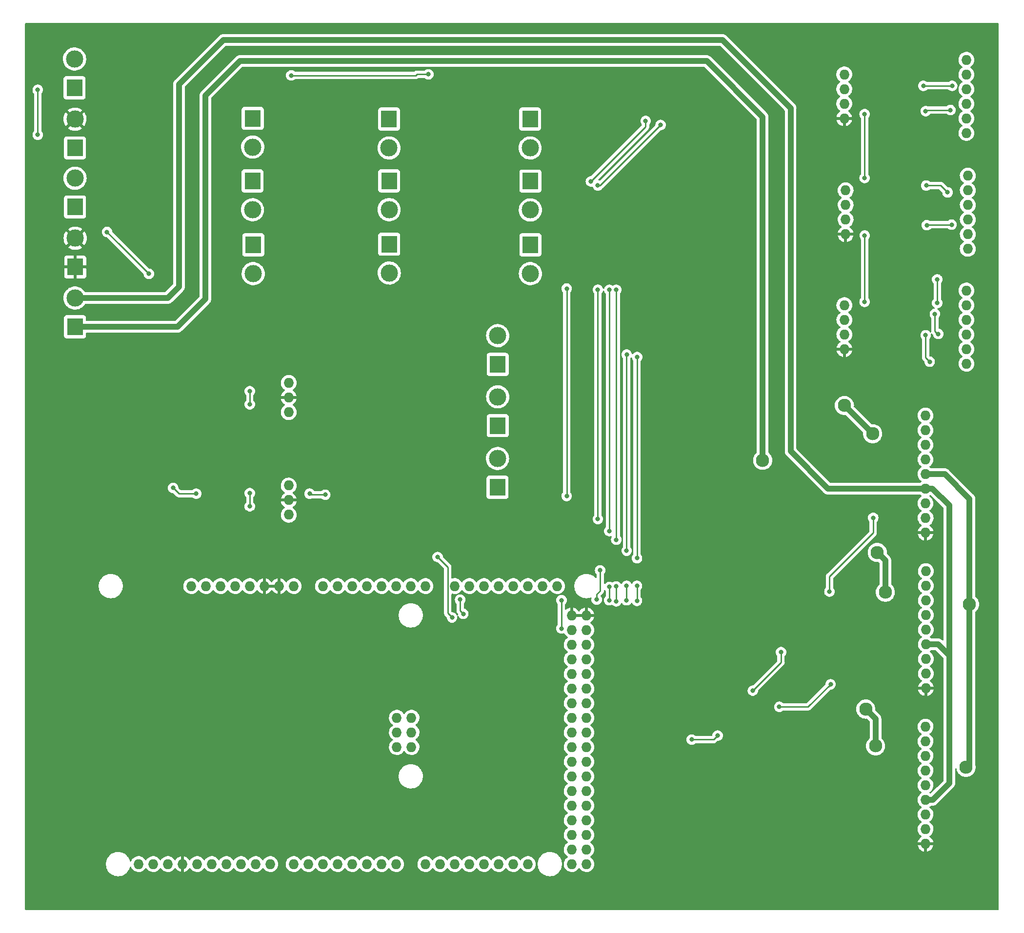
<source format=gbl>
G04 #@! TF.GenerationSoftware,KiCad,Pcbnew,(6.0.2)*
G04 #@! TF.CreationDate,2022-05-25T13:29:00+08:00*
G04 #@! TF.ProjectId,CGMOI,43474d4f-492e-46b6-9963-61645f706362,rev?*
G04 #@! TF.SameCoordinates,Original*
G04 #@! TF.FileFunction,Copper,L2,Bot*
G04 #@! TF.FilePolarity,Positive*
%FSLAX46Y46*%
G04 Gerber Fmt 4.6, Leading zero omitted, Abs format (unit mm)*
G04 Created by KiCad (PCBNEW (6.0.2)) date 2022-05-25 13:29:00*
%MOMM*%
%LPD*%
G01*
G04 APERTURE LIST*
G04 #@! TA.AperFunction,ComponentPad*
%ADD10O,1.727200X1.727200*%
G04 #@! TD*
G04 #@! TA.AperFunction,ComponentPad*
%ADD11R,2.800000X3.000000*%
G04 #@! TD*
G04 #@! TA.AperFunction,ComponentPad*
%ADD12C,3.000000*%
G04 #@! TD*
G04 #@! TA.AperFunction,ViaPad*
%ADD13C,0.800000*%
G04 #@! TD*
G04 #@! TA.AperFunction,ViaPad*
%ADD14C,2.300000*%
G04 #@! TD*
G04 #@! TA.AperFunction,Conductor*
%ADD15C,0.250000*%
G04 #@! TD*
G04 #@! TA.AperFunction,Conductor*
%ADD16C,1.000000*%
G04 #@! TD*
G04 APERTURE END LIST*
D10*
X162672000Y-34500000D03*
X162682000Y-77100000D03*
X176790000Y-106430000D03*
X184106000Y-49538000D03*
X176830000Y-128340000D03*
D11*
X29170000Y-73240000D03*
D12*
X29170000Y-68240000D03*
D10*
X162906000Y-54618000D03*
D11*
X60010000Y-37040000D03*
D12*
X60010000Y-42040000D03*
D10*
X66260000Y-100790000D03*
X176770000Y-88650000D03*
X66260000Y-105870000D03*
X162906000Y-49538000D03*
X184106000Y-57158000D03*
X176780000Y-150280000D03*
X176780000Y-160440000D03*
X176770000Y-101350000D03*
X176770000Y-98810000D03*
X176770000Y-103890000D03*
D11*
X29200000Y-62860000D03*
D12*
X29200000Y-57860000D03*
D10*
X176830000Y-118180000D03*
X183882000Y-69480000D03*
X66260000Y-103330000D03*
X176780000Y-157900000D03*
X183872000Y-29420000D03*
D11*
X29100000Y-31740000D03*
D12*
X29100000Y-26740000D03*
D10*
X183882000Y-77100000D03*
D11*
X29180000Y-52440000D03*
D12*
X29180000Y-47440000D03*
D10*
X176780000Y-155360000D03*
X176830000Y-135960000D03*
X162906000Y-57158000D03*
X183882000Y-66940000D03*
X176770000Y-93730000D03*
D11*
X59970000Y-47920000D03*
D12*
X59970000Y-52920000D03*
D10*
X183872000Y-31960000D03*
X176790000Y-108970000D03*
X162682000Y-72020000D03*
X183872000Y-37040000D03*
X162682000Y-69480000D03*
X184106000Y-59698000D03*
X176780000Y-145200000D03*
X176770000Y-96270000D03*
X176830000Y-133420000D03*
X184106000Y-46998000D03*
X176780000Y-162980000D03*
D11*
X108190000Y-47950000D03*
D12*
X108190000Y-52950000D03*
D10*
X183882000Y-74560000D03*
X184106000Y-52078000D03*
X183882000Y-79640000D03*
X176830000Y-120720000D03*
X176830000Y-115640000D03*
X162672000Y-31960000D03*
X162906000Y-52078000D03*
D11*
X83670000Y-37180000D03*
D12*
X83670000Y-42180000D03*
D10*
X183872000Y-39580000D03*
X184106000Y-54618000D03*
X183882000Y-72020000D03*
D11*
X60100000Y-59000000D03*
D12*
X60100000Y-64000000D03*
D10*
X66260000Y-88050000D03*
D11*
X83700000Y-58900000D03*
D12*
X83700000Y-63900000D03*
D10*
X176830000Y-125800000D03*
D11*
X102520000Y-79770000D03*
D12*
X102520000Y-74770000D03*
D10*
X183872000Y-34500000D03*
X66260000Y-82970000D03*
X176780000Y-147740000D03*
D11*
X108150000Y-37180000D03*
D12*
X108150000Y-42180000D03*
D10*
X183872000Y-26880000D03*
D11*
X83680000Y-47900000D03*
D12*
X83680000Y-52900000D03*
D11*
X108200000Y-59000000D03*
D12*
X108200000Y-64000000D03*
D10*
X162672000Y-29420000D03*
X176780000Y-152820000D03*
D11*
X102530000Y-90400000D03*
D12*
X102530000Y-85400000D03*
D10*
X176830000Y-130880000D03*
X176830000Y-123260000D03*
X176780000Y-142660000D03*
X162672000Y-37040000D03*
D11*
X102500000Y-101100000D03*
D12*
X102500000Y-96100000D03*
D10*
X162682000Y-74560000D03*
X176770000Y-91190000D03*
X66260000Y-85510000D03*
D11*
X29160000Y-42190000D03*
D12*
X29160000Y-37190000D03*
D10*
X49340000Y-118247500D03*
X56960000Y-118247500D03*
X59500000Y-118247500D03*
X87567000Y-146187500D03*
X115380000Y-166507500D03*
X117920000Y-166507500D03*
X72200000Y-118247500D03*
X74740000Y-118247500D03*
X77280000Y-118247500D03*
X79820000Y-118247500D03*
X82360000Y-118247500D03*
X84900000Y-118247500D03*
X87440000Y-118247500D03*
X89980000Y-118247500D03*
X95060000Y-118247500D03*
X97600000Y-118247500D03*
X100140000Y-118247500D03*
X102680000Y-118247500D03*
X105220000Y-118247500D03*
X107760000Y-118247500D03*
X110300000Y-118247500D03*
X112840000Y-118247500D03*
X45276000Y-166507500D03*
X84900000Y-166507500D03*
X82360000Y-166507500D03*
X79820000Y-166507500D03*
X77280000Y-166507500D03*
X74740000Y-166507500D03*
X72200000Y-166507500D03*
X69660000Y-166507500D03*
X67120000Y-166507500D03*
X63056000Y-166507500D03*
X60516000Y-166507500D03*
X57976000Y-166507500D03*
X55436000Y-166507500D03*
X52896000Y-166507500D03*
X50356000Y-166507500D03*
X89980000Y-166507500D03*
X92520000Y-166507500D03*
X95060000Y-166507500D03*
X97600000Y-166507500D03*
X100140000Y-166507500D03*
X102680000Y-166507500D03*
X105220000Y-166507500D03*
X107760000Y-166507500D03*
X115380000Y-163967500D03*
X117920000Y-163967500D03*
X115380000Y-161427500D03*
X117920000Y-161427500D03*
X115380000Y-158887500D03*
X117920000Y-158887500D03*
X115380000Y-156347500D03*
X117920000Y-156347500D03*
X115380000Y-153807500D03*
X117920000Y-153807500D03*
X115380000Y-151267500D03*
X117920000Y-151267500D03*
X115380000Y-148727500D03*
X117920000Y-148727500D03*
X115380000Y-146187500D03*
X117920000Y-146187500D03*
X115380000Y-143647500D03*
X117920000Y-143647500D03*
X115380000Y-141107500D03*
X117920000Y-141107500D03*
X115380000Y-138567500D03*
X117920000Y-138567500D03*
X115380000Y-136027500D03*
X117920000Y-136027500D03*
X115380000Y-133487500D03*
X117920000Y-133487500D03*
X115380000Y-130947500D03*
X117920000Y-130947500D03*
X115380000Y-128407500D03*
X117920000Y-128407500D03*
X115380000Y-125867500D03*
X117920000Y-125867500D03*
X47816000Y-166507500D03*
X62040000Y-118247500D03*
X64580000Y-118247500D03*
X87567000Y-141107500D03*
X115380000Y-123327500D03*
X117920000Y-123327500D03*
X51880000Y-118247500D03*
X85027000Y-146187500D03*
X87567000Y-143647500D03*
X54420000Y-118247500D03*
X85027000Y-141107500D03*
X85027000Y-143647500D03*
X40196000Y-166507500D03*
X42736000Y-166507500D03*
X67120000Y-118247500D03*
D13*
X181100000Y-35600000D03*
X176800000Y-35800000D03*
X90500000Y-29400000D03*
X59500000Y-102100000D03*
X59500000Y-84400000D03*
X166212299Y-57387701D03*
X66700000Y-29600000D03*
X166200000Y-47400000D03*
X59500000Y-86700000D03*
X59500000Y-104400000D03*
X166200000Y-36315500D03*
X166200000Y-68900000D03*
X28000000Y-79000000D03*
X108000000Y-126000000D03*
X28000000Y-107000000D03*
X36000000Y-85000000D03*
X133000000Y-124000000D03*
X75000000Y-110000000D03*
X170000000Y-34000000D03*
X47000000Y-134000000D03*
X86000000Y-161000000D03*
X152000000Y-121000000D03*
X55000000Y-134000000D03*
X142000000Y-90000000D03*
X75000000Y-114000000D03*
X75000000Y-106000000D03*
X78000000Y-72000000D03*
X143000000Y-132000000D03*
X101000000Y-33000000D03*
X132000000Y-65000000D03*
X76000000Y-87000000D03*
X28000000Y-109000000D03*
X73300000Y-122800000D03*
X90000000Y-80000000D03*
X144000000Y-57000000D03*
X87000000Y-31000000D03*
X84000000Y-96000000D03*
X42000000Y-33000000D03*
X128000000Y-65000000D03*
X28000000Y-99000000D03*
X134000000Y-57000000D03*
X91000000Y-126000000D03*
X137000000Y-130000000D03*
X146000000Y-151000000D03*
X93000000Y-132000000D03*
X34000000Y-103000000D03*
X40000000Y-35000000D03*
X102000000Y-159000000D03*
X171000000Y-73000000D03*
X59000000Y-146000000D03*
X115000000Y-31000000D03*
X53000000Y-142000000D03*
X45000000Y-134000000D03*
X44000000Y-37000000D03*
X150000000Y-125000000D03*
X131000000Y-48000000D03*
X102000000Y-128000000D03*
X131000000Y-138000000D03*
X171000000Y-75000000D03*
X30000000Y-105000000D03*
X66000000Y-132000000D03*
X154000000Y-145000000D03*
X57000000Y-136000000D03*
X136000000Y-92000000D03*
X61000000Y-144000000D03*
X84000000Y-100000000D03*
X129000000Y-50000000D03*
X57470000Y-121430000D03*
X171000000Y-52000000D03*
X100000000Y-130000000D03*
X47000000Y-126000000D03*
X76000000Y-80000000D03*
X171000000Y-77000000D03*
X139000000Y-48000000D03*
X104000000Y-161000000D03*
X47000000Y-130000000D03*
X40000000Y-25000000D03*
X148000000Y-151000000D03*
X138000000Y-86000000D03*
X127000000Y-50000000D03*
X76000000Y-78000000D03*
X121000000Y-54000000D03*
X76000000Y-82000000D03*
X44000000Y-41000000D03*
X44000000Y-45000000D03*
X91000000Y-33000000D03*
X32000000Y-97000000D03*
X132000000Y-90000000D03*
X70000000Y-128000000D03*
X89000000Y-33000000D03*
X86000000Y-78000000D03*
X86000000Y-85000000D03*
X121000000Y-33000000D03*
X32000000Y-103000000D03*
X74000000Y-130000000D03*
X167000000Y-75000000D03*
X34000000Y-101000000D03*
X48000000Y-23000000D03*
X81000000Y-112000000D03*
X72000000Y-132000000D03*
X127000000Y-52000000D03*
X144000000Y-119000000D03*
X150000000Y-119000000D03*
X154000000Y-151000000D03*
X95000000Y-33000000D03*
X143000000Y-48000000D03*
X139000000Y-128000000D03*
X142000000Y-115900000D03*
X169000000Y-56000000D03*
X90000000Y-89000000D03*
X142000000Y-151000000D03*
X136000000Y-88000000D03*
X90000000Y-96000000D03*
X77000000Y-106000000D03*
X32000000Y-87000000D03*
X140000000Y-151000000D03*
X55000000Y-144000000D03*
X55000000Y-140000000D03*
X135000000Y-140000000D03*
X156000000Y-149000000D03*
X145000000Y-134000000D03*
X168000000Y-30000000D03*
X137000000Y-128000000D03*
X129000000Y-140000000D03*
X80000000Y-80000000D03*
X59000000Y-138000000D03*
X80000000Y-78000000D03*
X84000000Y-72000000D03*
X158000000Y-151000000D03*
X138000000Y-57000000D03*
X169000000Y-58000000D03*
X81000000Y-110000000D03*
X156000000Y-147000000D03*
X135000000Y-134000000D03*
X103000000Y-33000000D03*
X91000000Y-31000000D03*
X140000000Y-59000000D03*
X39000000Y-126000000D03*
X28000000Y-83000000D03*
X167500000Y-47600000D03*
X88000000Y-87000000D03*
X100000000Y-126000000D03*
X74000000Y-132000000D03*
X84000000Y-82000000D03*
X92000000Y-161000000D03*
X117000000Y-33000000D03*
X133000000Y-128000000D03*
X42000000Y-37000000D03*
X110000000Y-128000000D03*
X137000000Y-136000000D03*
X51000000Y-138000000D03*
X88000000Y-78000000D03*
X142000000Y-94000000D03*
X131000000Y-128000000D03*
X78000000Y-82000000D03*
X80000000Y-70000000D03*
X150000000Y-117000000D03*
X88000000Y-92000000D03*
X104000000Y-128000000D03*
X119000000Y-33000000D03*
X49000000Y-132000000D03*
X106000000Y-128000000D03*
X139000000Y-132000000D03*
X36000000Y-105000000D03*
X36000000Y-103000000D03*
X99000000Y-31000000D03*
X127000000Y-140000000D03*
X40000000Y-45000000D03*
X73000000Y-110000000D03*
X90000000Y-159000000D03*
X53000000Y-140000000D03*
X45000000Y-130000000D03*
X146000000Y-117000000D03*
X42000000Y-39000000D03*
X84000000Y-92000000D03*
X100000000Y-128000000D03*
X138000000Y-92000000D03*
X76000000Y-70000000D03*
X146000000Y-119000000D03*
X154000000Y-117000000D03*
X125000000Y-140000000D03*
X49000000Y-136000000D03*
X64000000Y-128000000D03*
X87000000Y-132000000D03*
X30000000Y-101000000D03*
X77000000Y-112000000D03*
X82000000Y-96000000D03*
X41000000Y-130000000D03*
X86000000Y-92000000D03*
X42000000Y-27000000D03*
X133000000Y-138000000D03*
X150000000Y-143000000D03*
X78000000Y-70000000D03*
X74000000Y-72000000D03*
X139000000Y-50000000D03*
X146000000Y-143000000D03*
X59000000Y-142000000D03*
X85000000Y-126000000D03*
X131500000Y-119400000D03*
X93000000Y-33000000D03*
X84000000Y-161000000D03*
X53000000Y-138000000D03*
X80000000Y-85000000D03*
X78000000Y-87000000D03*
X170000000Y-36000000D03*
X152000000Y-151000000D03*
X88000000Y-157000000D03*
X49000000Y-126000000D03*
X134900000Y-37000000D03*
X132000000Y-63000000D03*
X88000000Y-89000000D03*
X97000000Y-31000000D03*
X45340000Y-121430000D03*
X135000000Y-126000000D03*
X49000000Y-128000000D03*
X130000000Y-90000000D03*
X30000000Y-99000000D03*
X131000000Y-124000000D03*
X40000000Y-39000000D03*
X34000000Y-99000000D03*
X133000000Y-140000000D03*
X100000000Y-159000000D03*
X83000000Y-114000000D03*
X40000000Y-41000000D03*
X88000000Y-80000000D03*
X97000000Y-33000000D03*
X117000000Y-31000000D03*
X45000000Y-128000000D03*
X171000000Y-54000000D03*
X139000000Y-136000000D03*
X167500000Y-59700000D03*
X110000000Y-130000000D03*
X84000000Y-159000000D03*
X40000000Y-27000000D03*
X51000000Y-134000000D03*
X136000000Y-90000000D03*
X70000000Y-74000000D03*
X30000000Y-79000000D03*
X133000000Y-136000000D03*
X64000000Y-130000000D03*
X144000000Y-147000000D03*
X130000000Y-86000000D03*
X134000000Y-61000000D03*
X36000000Y-107000000D03*
X32000000Y-79000000D03*
X44000000Y-25000000D03*
X55000000Y-146000000D03*
X87000000Y-126000000D03*
X30000000Y-83000000D03*
X146000000Y-145000000D03*
X134000000Y-88000000D03*
X134000000Y-65000000D03*
X128000000Y-61000000D03*
X75000000Y-108000000D03*
X86000000Y-82000000D03*
X95000000Y-31000000D03*
X141000000Y-130000000D03*
X142000000Y-59000000D03*
X34000000Y-107000000D03*
X137000000Y-134000000D03*
X51000000Y-142000000D03*
X36000000Y-83000000D03*
X41000000Y-126000000D03*
X121000000Y-50000000D03*
X144000000Y-65000000D03*
X133000000Y-132000000D03*
X102000000Y-124000000D03*
X86000000Y-80000000D03*
X169000000Y-50000000D03*
X72000000Y-126000000D03*
X140000000Y-149000000D03*
X152000000Y-145000000D03*
X143000000Y-136000000D03*
X51000000Y-146000000D03*
X64000000Y-126000000D03*
X85000000Y-114000000D03*
X34000000Y-79000000D03*
X30000000Y-97000000D03*
X132000000Y-92000000D03*
X121000000Y-56000000D03*
X73000000Y-108000000D03*
X28000000Y-85000000D03*
X30000000Y-103000000D03*
X134000000Y-59000000D03*
X132000000Y-57000000D03*
X131000000Y-140000000D03*
X28000000Y-87000000D03*
X82000000Y-72000000D03*
X43000000Y-130000000D03*
X169000000Y-54000000D03*
X113000000Y-33000000D03*
X78000000Y-92000000D03*
X46000000Y-25000000D03*
X80000000Y-87000000D03*
X125000000Y-31000000D03*
X84000000Y-98000000D03*
X56000000Y-104000000D03*
X44000000Y-35000000D03*
X42000000Y-31000000D03*
X108000000Y-128000000D03*
X65000000Y-144000000D03*
X53000000Y-144000000D03*
X91000000Y-132000000D03*
X72000000Y-74000000D03*
X68000000Y-74000000D03*
X148000000Y-117000000D03*
X129000000Y-130000000D03*
X130000000Y-63000000D03*
X82000000Y-70000000D03*
X127000000Y-54000000D03*
X60000000Y-126000000D03*
X134000000Y-94000000D03*
X58000000Y-102000000D03*
X90000000Y-92000000D03*
X34000000Y-81000000D03*
X36000000Y-79000000D03*
X137000000Y-48000000D03*
X146000000Y-147000000D03*
X186800000Y-161200000D03*
X30000000Y-81000000D03*
X89000000Y-132000000D03*
X46000000Y-27000000D03*
X152000000Y-117000000D03*
X94000000Y-161000000D03*
X127000000Y-48000000D03*
X133000000Y-134000000D03*
X72000000Y-70000000D03*
X104000000Y-132000000D03*
X43000000Y-132000000D03*
X128300000Y-34600000D03*
X137000000Y-138000000D03*
X63000000Y-142000000D03*
X44000000Y-47000000D03*
X40000000Y-33000000D03*
X136000000Y-61000000D03*
X73000000Y-114000000D03*
X102000000Y-161000000D03*
X68000000Y-130000000D03*
X138000000Y-96000000D03*
X126000000Y-63000000D03*
X84000000Y-85000000D03*
X140000000Y-86000000D03*
X82000000Y-82000000D03*
X89000000Y-130000000D03*
X136000000Y-59000000D03*
X110000000Y-132000000D03*
X36000000Y-109000000D03*
X74000000Y-128000000D03*
X167500000Y-70000000D03*
X129000000Y-128000000D03*
X88000000Y-100000000D03*
X132000000Y-59000000D03*
X137000000Y-140000000D03*
X80000000Y-74000000D03*
X84000000Y-89000000D03*
X134000000Y-63000000D03*
X56000000Y-102000000D03*
X100000000Y-157000000D03*
X129000000Y-31000000D03*
X105000000Y-33000000D03*
X54000000Y-84000000D03*
X127000000Y-31000000D03*
X142000000Y-57000000D03*
X136000000Y-86000000D03*
X87000000Y-128000000D03*
X106000000Y-130000000D03*
X82000000Y-94000000D03*
X88000000Y-159000000D03*
X86000000Y-157000000D03*
X34000000Y-83000000D03*
X139000000Y-130000000D03*
X32000000Y-91000000D03*
X76000000Y-72000000D03*
X125000000Y-52000000D03*
X134000000Y-92000000D03*
X34000000Y-85000000D03*
X131000000Y-31000000D03*
X32000000Y-105000000D03*
X125000000Y-33000000D03*
X32000000Y-109000000D03*
X32000000Y-89000000D03*
X137000000Y-132000000D03*
X55000000Y-136000000D03*
X96000000Y-161000000D03*
X86000000Y-159000000D03*
X186800000Y-158100000D03*
X152000000Y-119000000D03*
X62000000Y-126000000D03*
X138000000Y-94000000D03*
X56000000Y-84000000D03*
X130000000Y-88000000D03*
X136000000Y-63000000D03*
X137000000Y-50000000D03*
X100000000Y-124000000D03*
X88000000Y-98000000D03*
X150000000Y-151000000D03*
X61100000Y-102185500D03*
X30000000Y-89000000D03*
X130000000Y-59000000D03*
X139000000Y-134000000D03*
X142000000Y-88000000D03*
X78000000Y-132000000D03*
X142000000Y-86000000D03*
X51000000Y-130000000D03*
X119000000Y-31000000D03*
X62000000Y-128000000D03*
X187900000Y-139400000D03*
X140000000Y-94000000D03*
X110000000Y-124000000D03*
X36000000Y-91000000D03*
X51000000Y-144000000D03*
X135000000Y-138000000D03*
X79000000Y-112000000D03*
X167000000Y-77000000D03*
X108000000Y-130000000D03*
X152000000Y-123000000D03*
X30000000Y-107000000D03*
X79000000Y-108000000D03*
X134000000Y-86000000D03*
X74000000Y-74000000D03*
X57000000Y-140000000D03*
X28000000Y-101000000D03*
X135000000Y-124000000D03*
X127000000Y-33000000D03*
X30000000Y-85000000D03*
X89000000Y-128000000D03*
X59000000Y-140000000D03*
X93000000Y-130000000D03*
X68000000Y-126000000D03*
X126000000Y-65000000D03*
X70000000Y-132000000D03*
X171000000Y-58000000D03*
X70000000Y-70000000D03*
X39000000Y-128000000D03*
X65000000Y-146000000D03*
X74000000Y-70000000D03*
X108000000Y-124000000D03*
X53000000Y-136000000D03*
X74000000Y-87000000D03*
X82000000Y-98000000D03*
X78000000Y-80000000D03*
X168000000Y-34000000D03*
X128000000Y-63000000D03*
X90000000Y-98000000D03*
X136000000Y-65000000D03*
X36000000Y-81000000D03*
X28000000Y-91000000D03*
X82000000Y-92000000D03*
X125000000Y-54000000D03*
X169000000Y-77000000D03*
X34000000Y-97000000D03*
X84000000Y-78000000D03*
X78000000Y-94000000D03*
X42000000Y-45000000D03*
X136000000Y-96000000D03*
X102000000Y-130000000D03*
X131000000Y-33000000D03*
X123000000Y-56000000D03*
X138000000Y-59000000D03*
X44000000Y-31000000D03*
X150000000Y-147000000D03*
X104000000Y-126000000D03*
X142000000Y-96000000D03*
X32000000Y-83000000D03*
X144000000Y-61000000D03*
X123000000Y-54000000D03*
X136000000Y-57000000D03*
X96000000Y-159000000D03*
X73000000Y-106000000D03*
X47000000Y-132000000D03*
X28000000Y-97000000D03*
X84000000Y-94000000D03*
X76100000Y-122800000D03*
X30000000Y-87000000D03*
X138000000Y-151000000D03*
X150000000Y-123000000D03*
X76000000Y-130000000D03*
X68000000Y-72000000D03*
X32000000Y-101000000D03*
X54000000Y-87000000D03*
X144000000Y-63000000D03*
X83000000Y-126000000D03*
X68000000Y-132000000D03*
X85000000Y-130000000D03*
X81000000Y-114000000D03*
X86000000Y-87000000D03*
X140000000Y-88000000D03*
X56000000Y-87000000D03*
X131000000Y-134000000D03*
X76000000Y-128000000D03*
X98000000Y-161000000D03*
X61100000Y-84825500D03*
X140000000Y-92000000D03*
X51000000Y-128000000D03*
X61000000Y-142000000D03*
X42000000Y-47000000D03*
X77000000Y-108000000D03*
X140000000Y-61000000D03*
X140000000Y-96000000D03*
X47000000Y-128000000D03*
X111000000Y-31000000D03*
X135000000Y-132000000D03*
X148000000Y-119000000D03*
X88000000Y-161000000D03*
X142000000Y-65000000D03*
X105000000Y-31000000D03*
X61000000Y-140000000D03*
X74000000Y-85000000D03*
X58000000Y-84000000D03*
X140000000Y-90000000D03*
X34000000Y-87000000D03*
X111000000Y-33000000D03*
X44000000Y-49000000D03*
X90000000Y-87000000D03*
X82000000Y-87000000D03*
X34000000Y-91000000D03*
X154000000Y-121000000D03*
X148000000Y-147000000D03*
X40000000Y-31000000D03*
X83000000Y-112000000D03*
X168000000Y-36000000D03*
X86000000Y-96000000D03*
X86000000Y-89000000D03*
X143000000Y-50000000D03*
X113000000Y-31000000D03*
X32000000Y-81000000D03*
X42000000Y-29000000D03*
X84000000Y-80000000D03*
X92000000Y-157000000D03*
X75000000Y-112000000D03*
X66000000Y-70000000D03*
X57000000Y-142000000D03*
X168000000Y-32000000D03*
X93000000Y-126000000D03*
X44000000Y-27000000D03*
X92000000Y-159000000D03*
X148000000Y-145000000D03*
X171000000Y-56000000D03*
X53000000Y-134000000D03*
X36000000Y-89000000D03*
X55000000Y-142000000D03*
X135000000Y-50000000D03*
X52000000Y-87000000D03*
X61100000Y-86800000D03*
X28000000Y-81000000D03*
X138000000Y-63000000D03*
X84000000Y-87000000D03*
X58000000Y-104000000D03*
X76000000Y-85000000D03*
X80000000Y-82000000D03*
X90000000Y-85000000D03*
X125000000Y-50000000D03*
X129000000Y-33000000D03*
X138000000Y-61000000D03*
X138000000Y-88000000D03*
X150000000Y-145000000D03*
X80000000Y-96000000D03*
X87000000Y-33000000D03*
X72000000Y-72000000D03*
X82000000Y-85000000D03*
X73000000Y-112000000D03*
X89000000Y-31000000D03*
X144000000Y-151000000D03*
X154000000Y-119000000D03*
X80000000Y-92000000D03*
X77000000Y-114000000D03*
X47000000Y-136000000D03*
X44000000Y-43000000D03*
X40000000Y-29000000D03*
X135000000Y-48000000D03*
X79000000Y-114000000D03*
X70000000Y-130000000D03*
X53000000Y-146000000D03*
X141000000Y-134000000D03*
X127000000Y-138000000D03*
X102000000Y-126000000D03*
X90000000Y-161000000D03*
X36000000Y-87000000D03*
X98000000Y-159000000D03*
X74000000Y-82000000D03*
X130000000Y-61000000D03*
X55000000Y-138000000D03*
X78000000Y-85000000D03*
X43000000Y-126000000D03*
X61100000Y-104300000D03*
X51000000Y-136000000D03*
X142000000Y-61000000D03*
X131000000Y-50000000D03*
X90000000Y-100000000D03*
X85000000Y-128000000D03*
X150000000Y-121000000D03*
X32000000Y-99000000D03*
X139000000Y-138000000D03*
X28000000Y-105000000D03*
X141000000Y-138000000D03*
X123000000Y-50000000D03*
X169000000Y-75000000D03*
X42000000Y-41000000D03*
X131000000Y-130000000D03*
X84000000Y-70000000D03*
X123000000Y-31000000D03*
X28000000Y-103000000D03*
X103000000Y-31000000D03*
X140000000Y-63000000D03*
X76000000Y-132000000D03*
X57000000Y-144000000D03*
X59000000Y-144000000D03*
X79000000Y-110000000D03*
X90000000Y-94000000D03*
X129000000Y-48000000D03*
X131000000Y-132000000D03*
X132000000Y-86000000D03*
X44000000Y-23000000D03*
X41000000Y-128000000D03*
X82000000Y-78000000D03*
X142000000Y-147000000D03*
X80000000Y-72000000D03*
X57000000Y-138000000D03*
X70000000Y-72000000D03*
X82000000Y-74000000D03*
X91000000Y-130000000D03*
X134000000Y-90000000D03*
X100000000Y-161000000D03*
X80000000Y-94000000D03*
X148000000Y-143000000D03*
X76000000Y-74000000D03*
X123000000Y-52000000D03*
X125000000Y-48000000D03*
X106000000Y-132000000D03*
X78000000Y-74000000D03*
X63000000Y-144000000D03*
X125000000Y-56000000D03*
X90000000Y-82000000D03*
X52000000Y-84000000D03*
X135000000Y-128000000D03*
X74000000Y-126000000D03*
X170000000Y-32000000D03*
X84000000Y-157000000D03*
X129000000Y-138000000D03*
X133000000Y-126000000D03*
X160000000Y-151000000D03*
X140000000Y-65000000D03*
X156000000Y-151000000D03*
X72000000Y-130000000D03*
X129000000Y-132000000D03*
X148000000Y-123000000D03*
X98000000Y-157000000D03*
X148000000Y-121000000D03*
X66000000Y-130000000D03*
X44000000Y-29000000D03*
X78000000Y-78000000D03*
X129000000Y-124000000D03*
X150000000Y-149000000D03*
X154000000Y-147000000D03*
X76000000Y-89000000D03*
X49000000Y-134000000D03*
X91000000Y-128000000D03*
X58000000Y-87000000D03*
X102000000Y-132000000D03*
X66000000Y-74000000D03*
X82000000Y-89000000D03*
X152000000Y-143000000D03*
X142000000Y-149000000D03*
X142000000Y-92000000D03*
X187900000Y-143400000D03*
X104000000Y-124000000D03*
X156000000Y-117000000D03*
X121000000Y-52000000D03*
X104000000Y-130000000D03*
X89000000Y-126000000D03*
X66000000Y-128000000D03*
X100000000Y-132000000D03*
X141000000Y-50000000D03*
X148000000Y-149000000D03*
X93000000Y-128000000D03*
X80000000Y-89000000D03*
X131000000Y-136000000D03*
X84000000Y-74000000D03*
X146000000Y-149000000D03*
X32000000Y-107000000D03*
X68000000Y-128000000D03*
X88000000Y-82000000D03*
X136000000Y-94000000D03*
X144000000Y-59000000D03*
X34000000Y-89000000D03*
X115000000Y-33000000D03*
X43000000Y-128000000D03*
X49000000Y-130000000D03*
X130000000Y-65000000D03*
X88000000Y-96000000D03*
X137000000Y-126000000D03*
X83000000Y-128000000D03*
X42000000Y-25000000D03*
X80000000Y-132000000D03*
X139000000Y-140000000D03*
X154000000Y-149000000D03*
X167500000Y-38275500D03*
X61000000Y-146000000D03*
X50000000Y-23000000D03*
X101000000Y-31000000D03*
X144000000Y-149000000D03*
X143000000Y-134000000D03*
X42000000Y-43000000D03*
X30000000Y-91000000D03*
X86000000Y-94000000D03*
X129000000Y-136000000D03*
X42000000Y-35000000D03*
X48000000Y-25000000D03*
X141000000Y-48000000D03*
X166300000Y-108300000D03*
X108000000Y-132000000D03*
X30000000Y-109000000D03*
X138000000Y-90000000D03*
X53000000Y-132000000D03*
X129000000Y-134000000D03*
X40000000Y-37000000D03*
X51000000Y-132000000D03*
X88000000Y-85000000D03*
X87000000Y-130000000D03*
X144000000Y-145000000D03*
X40000000Y-23000000D03*
X141000000Y-132000000D03*
X51000000Y-140000000D03*
X86000000Y-98000000D03*
X66000000Y-72000000D03*
X141000000Y-136000000D03*
X66000000Y-126000000D03*
X49000000Y-138000000D03*
X169000000Y-52000000D03*
X76000000Y-92000000D03*
X78000000Y-130000000D03*
X106000000Y-126000000D03*
X131000000Y-126000000D03*
X44000000Y-39000000D03*
X129000000Y-126000000D03*
X67000000Y-146000000D03*
X133000000Y-130000000D03*
X68000000Y-70000000D03*
X77000000Y-110000000D03*
X133000000Y-48000000D03*
X82000000Y-80000000D03*
X106000000Y-124000000D03*
X93000000Y-31000000D03*
X44000000Y-33000000D03*
X152000000Y-147000000D03*
X109000000Y-31000000D03*
X40000000Y-43000000D03*
X140000000Y-57000000D03*
X107000000Y-31000000D03*
X94000000Y-159000000D03*
X90000000Y-78000000D03*
X32000000Y-85000000D03*
X94000000Y-157000000D03*
X74000000Y-80000000D03*
X132000000Y-61000000D03*
X99000000Y-33000000D03*
X152000000Y-149000000D03*
X133000000Y-50000000D03*
X135000000Y-130000000D03*
X34000000Y-109000000D03*
X45000000Y-126000000D03*
X34000000Y-105000000D03*
X57000000Y-146000000D03*
X28000000Y-89000000D03*
X121000000Y-31000000D03*
X90000000Y-157000000D03*
X158000000Y-149000000D03*
X74000000Y-89000000D03*
X132000000Y-88000000D03*
X45000000Y-132000000D03*
X70000000Y-126000000D03*
X135000000Y-136000000D03*
X74000000Y-78000000D03*
X142000000Y-63000000D03*
X46000000Y-23000000D03*
X81000000Y-126000000D03*
X146000000Y-121000000D03*
X110000000Y-126000000D03*
X169000000Y-73000000D03*
X156000000Y-119000000D03*
X138000000Y-65000000D03*
X156100000Y-114800000D03*
X144000000Y-117000000D03*
X72000000Y-128000000D03*
X123000000Y-33000000D03*
X86000000Y-100000000D03*
X36000000Y-97000000D03*
X78000000Y-89000000D03*
X42000000Y-23000000D03*
X63000000Y-146000000D03*
X36000000Y-99000000D03*
X88000000Y-94000000D03*
X96000000Y-157000000D03*
X36000000Y-101000000D03*
X119700000Y-120600000D03*
X119900000Y-48700000D03*
X130800000Y-38200000D03*
X120300000Y-115520000D03*
X119900000Y-66800000D03*
X119900000Y-106600000D03*
X118700000Y-48000000D03*
X114500000Y-66600000D03*
X113600000Y-125620000D03*
X128200000Y-37500000D03*
X113600000Y-120700000D03*
X114500000Y-102600000D03*
X123100000Y-120900000D03*
X123100000Y-118300000D03*
X123100000Y-66800000D03*
X123100000Y-110200000D03*
X121900000Y-66800000D03*
X121900000Y-108700000D03*
X121900000Y-120700000D03*
X121900000Y-118400000D03*
X126700000Y-120800000D03*
X126740000Y-78480000D03*
X126700000Y-118200000D03*
X126700000Y-113400000D03*
X124900000Y-118200000D03*
X124900000Y-120700000D03*
X124910000Y-78050000D03*
X124900000Y-112100000D03*
X181400000Y-31400000D03*
X176400000Y-31400000D03*
X181300000Y-55500000D03*
X177000000Y-55600000D03*
X176900000Y-48700000D03*
X180600000Y-49900000D03*
X177500000Y-79300000D03*
X176800000Y-74700000D03*
X178400000Y-71000000D03*
X178990000Y-74480000D03*
X178800000Y-69100000D03*
X178800000Y-65000000D03*
D14*
X148500000Y-96400000D03*
X184400000Y-121400000D03*
X183800000Y-149700000D03*
D13*
X34730000Y-56780000D03*
X41990000Y-64040000D03*
D14*
X162700000Y-86900000D03*
X167600000Y-91800000D03*
X168400000Y-112400000D03*
X169800000Y-119300000D03*
D13*
X69875500Y-102200000D03*
X96000000Y-120600000D03*
X72600000Y-102400000D03*
X96560000Y-123070000D03*
X160100000Y-119200000D03*
X151700000Y-129700000D03*
X146800000Y-136400000D03*
X167700000Y-106400000D03*
X151400000Y-139200000D03*
X160300000Y-135300000D03*
X140700000Y-144200000D03*
X136200000Y-144900000D03*
D14*
X168100000Y-146000000D03*
X166400000Y-139600000D03*
D13*
X22700000Y-39900000D03*
X22700000Y-32100000D03*
X92100000Y-113200000D03*
X94600000Y-123700000D03*
X50200000Y-102200000D03*
X46200000Y-101200000D03*
D15*
X176800000Y-35800000D02*
X177000000Y-35600000D01*
X177000000Y-35600000D02*
X181100000Y-35600000D01*
X59500000Y-104400000D02*
X59500000Y-102100000D01*
X59500000Y-86700000D02*
X59500000Y-84400000D01*
X90500000Y-29400000D02*
X88500000Y-29400000D01*
X88500000Y-29400000D02*
X88300000Y-29600000D01*
X166200000Y-68900000D02*
X166200000Y-57400000D01*
X166200000Y-47400000D02*
X166200000Y-36315500D01*
X166200000Y-57400000D02*
X166212299Y-57387701D01*
X66700000Y-29600000D02*
X88300000Y-29600000D01*
X76100000Y-122800000D02*
X73300000Y-122800000D01*
X61100000Y-102300000D02*
X61100000Y-102185500D01*
X161500000Y-108500000D02*
X161700000Y-108300000D01*
X132500000Y-34600000D02*
X134900000Y-37000000D01*
X45340000Y-121430000D02*
X57470000Y-121430000D01*
X61100000Y-104300000D02*
X61100000Y-102300000D01*
X128300000Y-34600000D02*
X132500000Y-34600000D01*
X161500000Y-109400000D02*
X161500000Y-108500000D01*
X167500000Y-70000000D02*
X167500000Y-59700000D01*
X156100000Y-114800000D02*
X161500000Y-109400000D01*
X187900000Y-139400000D02*
X187900000Y-143400000D01*
X167500000Y-47600000D02*
X167500000Y-38275500D01*
X142000000Y-115900000D02*
X138500000Y-119400000D01*
X61100000Y-86800000D02*
X61100000Y-84825500D01*
X186800000Y-158100000D02*
X186800000Y-161200000D01*
X138500000Y-119400000D02*
X131500000Y-119400000D01*
X161700000Y-108300000D02*
X166300000Y-108300000D01*
X120330000Y-115550000D02*
X120300000Y-115520000D01*
X120330000Y-119060000D02*
X120330000Y-115550000D01*
X119900000Y-66800000D02*
X119900000Y-106600000D01*
X119700000Y-120600000D02*
X119700000Y-119690000D01*
X119900000Y-48700000D02*
X120300000Y-48700000D01*
X119700000Y-119690000D02*
X120330000Y-119060000D01*
X120300000Y-48700000D02*
X130800000Y-38200000D01*
X118700000Y-48000000D02*
X128200000Y-38500000D01*
X114500000Y-66600000D02*
X114500000Y-102600000D01*
X113600000Y-120700000D02*
X113600000Y-125620000D01*
X128200000Y-38500000D02*
X128200000Y-37500000D01*
X123100000Y-120900000D02*
X123100000Y-118300000D01*
X123100000Y-66800000D02*
X123100000Y-110200000D01*
X121900000Y-66800000D02*
X121900000Y-108700000D01*
X121900000Y-120700000D02*
X121900000Y-118400000D01*
X126700000Y-79200000D02*
X126700000Y-78520000D01*
X126700000Y-78520000D02*
X126740000Y-78480000D01*
X126700000Y-113400000D02*
X126700000Y-79200000D01*
X126700000Y-120800000D02*
X126700000Y-118200000D01*
X124900000Y-79200000D02*
X124900000Y-112100000D01*
X124900000Y-79200000D02*
X124900000Y-78060000D01*
X124900000Y-120700000D02*
X124900000Y-118200000D01*
X124900000Y-78060000D02*
X124910000Y-78050000D01*
X176400000Y-31400000D02*
X181400000Y-31400000D01*
X177100000Y-55500000D02*
X181300000Y-55500000D01*
X177000000Y-55600000D02*
X177100000Y-55500000D01*
X176900000Y-48700000D02*
X179400000Y-48700000D01*
X179400000Y-48700000D02*
X180600000Y-49900000D01*
X176800000Y-78600000D02*
X177500000Y-79300000D01*
X176800000Y-74700000D02*
X176800000Y-78600000D01*
X178400000Y-74000000D02*
X178880000Y-74480000D01*
X178400000Y-71000000D02*
X178400000Y-74000000D01*
X178880000Y-74480000D02*
X178990000Y-74480000D01*
X178800000Y-65000000D02*
X178800000Y-69100000D01*
D16*
X180900000Y-130300000D02*
X180900000Y-152461314D01*
X54910000Y-23450000D02*
X47210000Y-31150000D01*
X141550000Y-23450000D02*
X54910000Y-23450000D01*
X177991314Y-101350000D02*
X180900000Y-104258686D01*
X178940000Y-128340000D02*
X176830000Y-128340000D01*
X180900000Y-152461314D02*
X178001314Y-155360000D01*
X176770000Y-101350000D02*
X177991314Y-101350000D01*
X180900000Y-104258686D02*
X180900000Y-124647681D01*
X47210000Y-66280000D02*
X45250000Y-68240000D01*
X180900000Y-124647681D02*
X180900000Y-130300000D01*
X47210000Y-31150000D02*
X47210000Y-66280000D01*
X178001314Y-155360000D02*
X176780000Y-155360000D01*
X176770000Y-101350000D02*
X159860000Y-101350000D01*
X153360000Y-35260000D02*
X141550000Y-23450000D01*
X153360000Y-94850000D02*
X153360000Y-35260000D01*
X159860000Y-101350000D02*
X153360000Y-94850000D01*
X45250000Y-68240000D02*
X29170000Y-68240000D01*
X180900000Y-130300000D02*
X178940000Y-128340000D01*
X184400000Y-121400000D02*
X184400000Y-149100000D01*
X184400489Y-121399511D02*
X184400000Y-121400000D01*
X138800000Y-27100000D02*
X57800000Y-27100000D01*
X51800000Y-68400000D02*
X46960000Y-73240000D01*
X184400489Y-103100489D02*
X184400489Y-121399511D01*
X180110000Y-98810000D02*
X184400489Y-103100489D01*
X148500000Y-96400000D02*
X148500000Y-36800000D01*
X51800000Y-33100000D02*
X51800000Y-68400000D01*
X57800000Y-27100000D02*
X51800000Y-33100000D01*
X148500000Y-36800000D02*
X138800000Y-27100000D01*
X46960000Y-73240000D02*
X29170000Y-73240000D01*
X184400000Y-149100000D02*
X183800000Y-149700000D01*
X176770000Y-98810000D02*
X180110000Y-98810000D01*
D15*
X36880000Y-58930000D02*
X34730000Y-56780000D01*
X36880000Y-58930000D02*
X41990000Y-64040000D01*
D16*
X167600000Y-91800000D02*
X162700000Y-86900000D01*
X169800000Y-113800000D02*
X168400000Y-112400000D01*
X169800000Y-119300000D02*
X169800000Y-113800000D01*
D15*
X96000000Y-120600000D02*
X96000000Y-122510000D01*
X72600000Y-102400000D02*
X70075500Y-102400000D01*
X70075500Y-102400000D02*
X69875500Y-102200000D01*
X96000000Y-122510000D02*
X96560000Y-123070000D01*
X160100000Y-119200000D02*
X160100000Y-116600000D01*
X146800000Y-136400000D02*
X151700000Y-131500000D01*
X160100000Y-116600000D02*
X160500000Y-116200000D01*
X160500000Y-116200000D02*
X167700000Y-109000000D01*
X151700000Y-131500000D02*
X151700000Y-129700000D01*
X167700000Y-109000000D02*
X167700000Y-106400000D01*
X160300000Y-135300000D02*
X156400000Y-139200000D01*
X136200000Y-144900000D02*
X140000000Y-144900000D01*
X156400000Y-139200000D02*
X152700000Y-139200000D01*
X140000000Y-144900000D02*
X140700000Y-144200000D01*
X152700000Y-139200000D02*
X151400000Y-139200000D01*
D16*
X168100000Y-141300000D02*
X166400000Y-139600000D01*
X168100000Y-146000000D02*
X168100000Y-141300000D01*
D15*
X22700000Y-32100000D02*
X22700000Y-39900000D01*
X94600000Y-123700000D02*
X93871889Y-122971889D01*
X93871889Y-122971889D02*
X93871889Y-114971889D01*
X93871889Y-114971889D02*
X92100000Y-113200000D01*
X50200000Y-102200000D02*
X47200000Y-102200000D01*
X47200000Y-102200000D02*
X46200000Y-101200000D01*
G04 #@! TA.AperFunction,Conductor*
G36*
X189434121Y-20528002D02*
G01*
X189480614Y-20581658D01*
X189492000Y-20634000D01*
X189492000Y-174366000D01*
X189471998Y-174434121D01*
X189418342Y-174480614D01*
X189366000Y-174492000D01*
X20634000Y-174492000D01*
X20565879Y-174471998D01*
X20519386Y-174418342D01*
X20508000Y-174366000D01*
X20508000Y-166640203D01*
X34530743Y-166640203D01*
X34568268Y-166925234D01*
X34644129Y-167202536D01*
X34645813Y-167206484D01*
X34696049Y-167324259D01*
X34756923Y-167466976D01*
X34809871Y-167555445D01*
X34891835Y-167692397D01*
X34904561Y-167713661D01*
X35084313Y-167938028D01*
X35292851Y-168135923D01*
X35526317Y-168303686D01*
X35530112Y-168305695D01*
X35530113Y-168305696D01*
X35551869Y-168317215D01*
X35780392Y-168438212D01*
X36050373Y-168537011D01*
X36331264Y-168598255D01*
X36359841Y-168600504D01*
X36554282Y-168615807D01*
X36554291Y-168615807D01*
X36556739Y-168616000D01*
X36712271Y-168616000D01*
X36714407Y-168615854D01*
X36714418Y-168615854D01*
X36922548Y-168601665D01*
X36922554Y-168601664D01*
X36926825Y-168601373D01*
X36931020Y-168600504D01*
X36931022Y-168600504D01*
X37067584Y-168572223D01*
X37208342Y-168543074D01*
X37479343Y-168447107D01*
X37734812Y-168315250D01*
X37738313Y-168312789D01*
X37738317Y-168312787D01*
X37852417Y-168232596D01*
X37970023Y-168149941D01*
X38180622Y-167954240D01*
X38362713Y-167731768D01*
X38508118Y-167494489D01*
X38510686Y-167490299D01*
X38512927Y-167486642D01*
X38551034Y-167399833D01*
X38626757Y-167227330D01*
X38628483Y-167223398D01*
X38631070Y-167214316D01*
X38683762Y-167029341D01*
X38721661Y-166969306D01*
X38786001Y-166939292D01*
X38856354Y-166948827D01*
X38910384Y-166994884D01*
X38921682Y-167016451D01*
X38967086Y-167128269D01*
X39084975Y-167320647D01*
X39232702Y-167491187D01*
X39406299Y-167635310D01*
X39410751Y-167637912D01*
X39410756Y-167637915D01*
X39546107Y-167717008D01*
X39601103Y-167749145D01*
X39811884Y-167829634D01*
X39816952Y-167830665D01*
X39816955Y-167830666D01*
X39865021Y-167840445D01*
X40032981Y-167874617D01*
X40038156Y-167874807D01*
X40038158Y-167874807D01*
X40253292Y-167882696D01*
X40253296Y-167882696D01*
X40258456Y-167882885D01*
X40263576Y-167882229D01*
X40263578Y-167882229D01*
X40332985Y-167873338D01*
X40482253Y-167854216D01*
X40487202Y-167852731D01*
X40487208Y-167852730D01*
X40693413Y-167790865D01*
X40693412Y-167790865D01*
X40698363Y-167789380D01*
X40815964Y-167731768D01*
X40896331Y-167692397D01*
X40896336Y-167692394D01*
X40900982Y-167690118D01*
X40905192Y-167687115D01*
X40905197Y-167687112D01*
X41080455Y-167562101D01*
X41080459Y-167562097D01*
X41084667Y-167559096D01*
X41244487Y-167399833D01*
X41365370Y-167231607D01*
X41421364Y-167187959D01*
X41492068Y-167181513D01*
X41555032Y-167214316D01*
X41575125Y-167239299D01*
X41622275Y-167316243D01*
X41622279Y-167316248D01*
X41624975Y-167320647D01*
X41772702Y-167491187D01*
X41946299Y-167635310D01*
X41950751Y-167637912D01*
X41950756Y-167637915D01*
X42086107Y-167717008D01*
X42141103Y-167749145D01*
X42351884Y-167829634D01*
X42356952Y-167830665D01*
X42356955Y-167830666D01*
X42405021Y-167840445D01*
X42572981Y-167874617D01*
X42578156Y-167874807D01*
X42578158Y-167874807D01*
X42793292Y-167882696D01*
X42793296Y-167882696D01*
X42798456Y-167882885D01*
X42803576Y-167882229D01*
X42803578Y-167882229D01*
X42872985Y-167873338D01*
X43022253Y-167854216D01*
X43027202Y-167852731D01*
X43027208Y-167852730D01*
X43233413Y-167790865D01*
X43233412Y-167790865D01*
X43238363Y-167789380D01*
X43355964Y-167731768D01*
X43436331Y-167692397D01*
X43436336Y-167692394D01*
X43440982Y-167690118D01*
X43445192Y-167687115D01*
X43445197Y-167687112D01*
X43620455Y-167562101D01*
X43620459Y-167562097D01*
X43624667Y-167559096D01*
X43784487Y-167399833D01*
X43905370Y-167231607D01*
X43961364Y-167187959D01*
X44032068Y-167181513D01*
X44095032Y-167214316D01*
X44115125Y-167239299D01*
X44162275Y-167316243D01*
X44162279Y-167316248D01*
X44164975Y-167320647D01*
X44312702Y-167491187D01*
X44486299Y-167635310D01*
X44490751Y-167637912D01*
X44490756Y-167637915D01*
X44626107Y-167717008D01*
X44681103Y-167749145D01*
X44891884Y-167829634D01*
X44896952Y-167830665D01*
X44896955Y-167830666D01*
X44945021Y-167840445D01*
X45112981Y-167874617D01*
X45118156Y-167874807D01*
X45118158Y-167874807D01*
X45333292Y-167882696D01*
X45333296Y-167882696D01*
X45338456Y-167882885D01*
X45343576Y-167882229D01*
X45343578Y-167882229D01*
X45412985Y-167873338D01*
X45562253Y-167854216D01*
X45567202Y-167852731D01*
X45567208Y-167852730D01*
X45773413Y-167790865D01*
X45773412Y-167790865D01*
X45778363Y-167789380D01*
X45895964Y-167731768D01*
X45976331Y-167692397D01*
X45976336Y-167692394D01*
X45980982Y-167690118D01*
X45985192Y-167687115D01*
X45985197Y-167687112D01*
X46160455Y-167562101D01*
X46160459Y-167562097D01*
X46164667Y-167559096D01*
X46324487Y-167399833D01*
X46445686Y-167231167D01*
X46501680Y-167187519D01*
X46572384Y-167181073D01*
X46635348Y-167213876D01*
X46655441Y-167238858D01*
X46702682Y-167315948D01*
X46708765Y-167324259D01*
X46849665Y-167486917D01*
X46857032Y-167494133D01*
X47022606Y-167631595D01*
X47031053Y-167637510D01*
X47216859Y-167746086D01*
X47226146Y-167750536D01*
X47427198Y-167827310D01*
X47437091Y-167830184D01*
X47544248Y-167851985D01*
X47558300Y-167850790D01*
X47562000Y-167840445D01*
X47562000Y-167839729D01*
X48070000Y-167839729D01*
X48074064Y-167853571D01*
X48087479Y-167855605D01*
X48097025Y-167854382D01*
X48107095Y-167852242D01*
X48313225Y-167790400D01*
X48322832Y-167786634D01*
X48516076Y-167691964D01*
X48524934Y-167686685D01*
X48700141Y-167561711D01*
X48708003Y-167555067D01*
X48860445Y-167403156D01*
X48867122Y-167395311D01*
X48985086Y-167231146D01*
X49041081Y-167187498D01*
X49111784Y-167181052D01*
X49174749Y-167213855D01*
X49194842Y-167238837D01*
X49244975Y-167320647D01*
X49392702Y-167491187D01*
X49566299Y-167635310D01*
X49570751Y-167637912D01*
X49570756Y-167637915D01*
X49706107Y-167717008D01*
X49761103Y-167749145D01*
X49971884Y-167829634D01*
X49976952Y-167830665D01*
X49976955Y-167830666D01*
X50025021Y-167840445D01*
X50192981Y-167874617D01*
X50198156Y-167874807D01*
X50198158Y-167874807D01*
X50413292Y-167882696D01*
X50413296Y-167882696D01*
X50418456Y-167882885D01*
X50423576Y-167882229D01*
X50423578Y-167882229D01*
X50492985Y-167873338D01*
X50642253Y-167854216D01*
X50647202Y-167852731D01*
X50647208Y-167852730D01*
X50853413Y-167790865D01*
X50853412Y-167790865D01*
X50858363Y-167789380D01*
X50975964Y-167731768D01*
X51056331Y-167692397D01*
X51056336Y-167692394D01*
X51060982Y-167690118D01*
X51065192Y-167687115D01*
X51065197Y-167687112D01*
X51240455Y-167562101D01*
X51240459Y-167562097D01*
X51244667Y-167559096D01*
X51404487Y-167399833D01*
X51525370Y-167231607D01*
X51581364Y-167187959D01*
X51652068Y-167181513D01*
X51715032Y-167214316D01*
X51735125Y-167239299D01*
X51782275Y-167316243D01*
X51782279Y-167316248D01*
X51784975Y-167320647D01*
X51932702Y-167491187D01*
X52106299Y-167635310D01*
X52110751Y-167637912D01*
X52110756Y-167637915D01*
X52246107Y-167717008D01*
X52301103Y-167749145D01*
X52511884Y-167829634D01*
X52516952Y-167830665D01*
X52516955Y-167830666D01*
X52565021Y-167840445D01*
X52732981Y-167874617D01*
X52738156Y-167874807D01*
X52738158Y-167874807D01*
X52953292Y-167882696D01*
X52953296Y-167882696D01*
X52958456Y-167882885D01*
X52963576Y-167882229D01*
X52963578Y-167882229D01*
X53032985Y-167873338D01*
X53182253Y-167854216D01*
X53187202Y-167852731D01*
X53187208Y-167852730D01*
X53393413Y-167790865D01*
X53393412Y-167790865D01*
X53398363Y-167789380D01*
X53515964Y-167731768D01*
X53596331Y-167692397D01*
X53596336Y-167692394D01*
X53600982Y-167690118D01*
X53605192Y-167687115D01*
X53605197Y-167687112D01*
X53780455Y-167562101D01*
X53780459Y-167562097D01*
X53784667Y-167559096D01*
X53944487Y-167399833D01*
X54065370Y-167231607D01*
X54121364Y-167187959D01*
X54192068Y-167181513D01*
X54255032Y-167214316D01*
X54275125Y-167239299D01*
X54322275Y-167316243D01*
X54322279Y-167316248D01*
X54324975Y-167320647D01*
X54472702Y-167491187D01*
X54646299Y-167635310D01*
X54650751Y-167637912D01*
X54650756Y-167637915D01*
X54786107Y-167717008D01*
X54841103Y-167749145D01*
X55051884Y-167829634D01*
X55056952Y-167830665D01*
X55056955Y-167830666D01*
X55105021Y-167840445D01*
X55272981Y-167874617D01*
X55278156Y-167874807D01*
X55278158Y-167874807D01*
X55493292Y-167882696D01*
X55493296Y-167882696D01*
X55498456Y-167882885D01*
X55503576Y-167882229D01*
X55503578Y-167882229D01*
X55572985Y-167873338D01*
X55722253Y-167854216D01*
X55727202Y-167852731D01*
X55727208Y-167852730D01*
X55933413Y-167790865D01*
X55933412Y-167790865D01*
X55938363Y-167789380D01*
X56055964Y-167731768D01*
X56136331Y-167692397D01*
X56136336Y-167692394D01*
X56140982Y-167690118D01*
X56145192Y-167687115D01*
X56145197Y-167687112D01*
X56320455Y-167562101D01*
X56320459Y-167562097D01*
X56324667Y-167559096D01*
X56484487Y-167399833D01*
X56605370Y-167231607D01*
X56661364Y-167187959D01*
X56732068Y-167181513D01*
X56795032Y-167214316D01*
X56815125Y-167239299D01*
X56862275Y-167316243D01*
X56862279Y-167316248D01*
X56864975Y-167320647D01*
X57012702Y-167491187D01*
X57186299Y-167635310D01*
X57190751Y-167637912D01*
X57190756Y-167637915D01*
X57326107Y-167717008D01*
X57381103Y-167749145D01*
X57591884Y-167829634D01*
X57596952Y-167830665D01*
X57596955Y-167830666D01*
X57645021Y-167840445D01*
X57812981Y-167874617D01*
X57818156Y-167874807D01*
X57818158Y-167874807D01*
X58033292Y-167882696D01*
X58033296Y-167882696D01*
X58038456Y-167882885D01*
X58043576Y-167882229D01*
X58043578Y-167882229D01*
X58112985Y-167873338D01*
X58262253Y-167854216D01*
X58267202Y-167852731D01*
X58267208Y-167852730D01*
X58473413Y-167790865D01*
X58473412Y-167790865D01*
X58478363Y-167789380D01*
X58595964Y-167731768D01*
X58676331Y-167692397D01*
X58676336Y-167692394D01*
X58680982Y-167690118D01*
X58685192Y-167687115D01*
X58685197Y-167687112D01*
X58860455Y-167562101D01*
X58860459Y-167562097D01*
X58864667Y-167559096D01*
X59024487Y-167399833D01*
X59145370Y-167231607D01*
X59201364Y-167187959D01*
X59272068Y-167181513D01*
X59335032Y-167214316D01*
X59355125Y-167239299D01*
X59402275Y-167316243D01*
X59402279Y-167316248D01*
X59404975Y-167320647D01*
X59552702Y-167491187D01*
X59726299Y-167635310D01*
X59730751Y-167637912D01*
X59730756Y-167637915D01*
X59866107Y-167717008D01*
X59921103Y-167749145D01*
X60131884Y-167829634D01*
X60136952Y-167830665D01*
X60136955Y-167830666D01*
X60185021Y-167840445D01*
X60352981Y-167874617D01*
X60358156Y-167874807D01*
X60358158Y-167874807D01*
X60573292Y-167882696D01*
X60573296Y-167882696D01*
X60578456Y-167882885D01*
X60583576Y-167882229D01*
X60583578Y-167882229D01*
X60652985Y-167873338D01*
X60802253Y-167854216D01*
X60807202Y-167852731D01*
X60807208Y-167852730D01*
X61013413Y-167790865D01*
X61013412Y-167790865D01*
X61018363Y-167789380D01*
X61135964Y-167731768D01*
X61216331Y-167692397D01*
X61216336Y-167692394D01*
X61220982Y-167690118D01*
X61225192Y-167687115D01*
X61225197Y-167687112D01*
X61400455Y-167562101D01*
X61400459Y-167562097D01*
X61404667Y-167559096D01*
X61564487Y-167399833D01*
X61685370Y-167231607D01*
X61741364Y-167187959D01*
X61812068Y-167181513D01*
X61875032Y-167214316D01*
X61895125Y-167239299D01*
X61942275Y-167316243D01*
X61942279Y-167316248D01*
X61944975Y-167320647D01*
X62092702Y-167491187D01*
X62266299Y-167635310D01*
X62270751Y-167637912D01*
X62270756Y-167637915D01*
X62406107Y-167717008D01*
X62461103Y-167749145D01*
X62671884Y-167829634D01*
X62676952Y-167830665D01*
X62676955Y-167830666D01*
X62725021Y-167840445D01*
X62892981Y-167874617D01*
X62898156Y-167874807D01*
X62898158Y-167874807D01*
X63113292Y-167882696D01*
X63113296Y-167882696D01*
X63118456Y-167882885D01*
X63123576Y-167882229D01*
X63123578Y-167882229D01*
X63192985Y-167873338D01*
X63342253Y-167854216D01*
X63347202Y-167852731D01*
X63347208Y-167852730D01*
X63553413Y-167790865D01*
X63553412Y-167790865D01*
X63558363Y-167789380D01*
X63675964Y-167731768D01*
X63756331Y-167692397D01*
X63756336Y-167692394D01*
X63760982Y-167690118D01*
X63765192Y-167687115D01*
X63765197Y-167687112D01*
X63940455Y-167562101D01*
X63940459Y-167562097D01*
X63944667Y-167559096D01*
X64104487Y-167399833D01*
X64236150Y-167216605D01*
X64336118Y-167014335D01*
X64401708Y-166798452D01*
X64419635Y-166662284D01*
X64430721Y-166578078D01*
X64430722Y-166578072D01*
X64431158Y-166574756D01*
X64432802Y-166507500D01*
X64430037Y-166473862D01*
X65743609Y-166473862D01*
X65743906Y-166479014D01*
X65743906Y-166479018D01*
X65749618Y-166578078D01*
X65756597Y-166699114D01*
X65757734Y-166704160D01*
X65757735Y-166704166D01*
X65778984Y-166798452D01*
X65806200Y-166919220D01*
X65808142Y-166924002D01*
X65808143Y-166924006D01*
X65851721Y-167031325D01*
X65891086Y-167128269D01*
X66008975Y-167320647D01*
X66156702Y-167491187D01*
X66330299Y-167635310D01*
X66334751Y-167637912D01*
X66334756Y-167637915D01*
X66470107Y-167717008D01*
X66525103Y-167749145D01*
X66735884Y-167829634D01*
X66740952Y-167830665D01*
X66740955Y-167830666D01*
X66789021Y-167840445D01*
X66956981Y-167874617D01*
X66962156Y-167874807D01*
X66962158Y-167874807D01*
X67177292Y-167882696D01*
X67177296Y-167882696D01*
X67182456Y-167882885D01*
X67187576Y-167882229D01*
X67187578Y-167882229D01*
X67256985Y-167873338D01*
X67406253Y-167854216D01*
X67411202Y-167852731D01*
X67411208Y-167852730D01*
X67617413Y-167790865D01*
X67617412Y-167790865D01*
X67622363Y-167789380D01*
X67739964Y-167731768D01*
X67820331Y-167692397D01*
X67820336Y-167692394D01*
X67824982Y-167690118D01*
X67829192Y-167687115D01*
X67829197Y-167687112D01*
X68004455Y-167562101D01*
X68004459Y-167562097D01*
X68008667Y-167559096D01*
X68168487Y-167399833D01*
X68289370Y-167231607D01*
X68345364Y-167187959D01*
X68416068Y-167181513D01*
X68479032Y-167214316D01*
X68499125Y-167239299D01*
X68546275Y-167316243D01*
X68546279Y-167316248D01*
X68548975Y-167320647D01*
X68696702Y-167491187D01*
X68870299Y-167635310D01*
X68874751Y-167637912D01*
X68874756Y-167637915D01*
X69010107Y-167717008D01*
X69065103Y-167749145D01*
X69275884Y-167829634D01*
X69280952Y-167830665D01*
X69280955Y-167830666D01*
X69329021Y-167840445D01*
X69496981Y-167874617D01*
X69502156Y-167874807D01*
X69502158Y-167874807D01*
X69717292Y-167882696D01*
X69717296Y-167882696D01*
X69722456Y-167882885D01*
X69727576Y-167882229D01*
X69727578Y-167882229D01*
X69796985Y-167873338D01*
X69946253Y-167854216D01*
X69951202Y-167852731D01*
X69951208Y-167852730D01*
X70157413Y-167790865D01*
X70157412Y-167790865D01*
X70162363Y-167789380D01*
X70279964Y-167731768D01*
X70360331Y-167692397D01*
X70360336Y-167692394D01*
X70364982Y-167690118D01*
X70369192Y-167687115D01*
X70369197Y-167687112D01*
X70544455Y-167562101D01*
X70544459Y-167562097D01*
X70548667Y-167559096D01*
X70708487Y-167399833D01*
X70829370Y-167231607D01*
X70885364Y-167187959D01*
X70956068Y-167181513D01*
X71019032Y-167214316D01*
X71039125Y-167239299D01*
X71086275Y-167316243D01*
X71086279Y-167316248D01*
X71088975Y-167320647D01*
X71236702Y-167491187D01*
X71410299Y-167635310D01*
X71414751Y-167637912D01*
X71414756Y-167637915D01*
X71550107Y-167717008D01*
X71605103Y-167749145D01*
X71815884Y-167829634D01*
X71820952Y-167830665D01*
X71820955Y-167830666D01*
X71869021Y-167840445D01*
X72036981Y-167874617D01*
X72042156Y-167874807D01*
X72042158Y-167874807D01*
X72257292Y-167882696D01*
X72257296Y-167882696D01*
X72262456Y-167882885D01*
X72267576Y-167882229D01*
X72267578Y-167882229D01*
X72336985Y-167873338D01*
X72486253Y-167854216D01*
X72491202Y-167852731D01*
X72491208Y-167852730D01*
X72697413Y-167790865D01*
X72697412Y-167790865D01*
X72702363Y-167789380D01*
X72819964Y-167731768D01*
X72900331Y-167692397D01*
X72900336Y-167692394D01*
X72904982Y-167690118D01*
X72909192Y-167687115D01*
X72909197Y-167687112D01*
X73084455Y-167562101D01*
X73084459Y-167562097D01*
X73088667Y-167559096D01*
X73248487Y-167399833D01*
X73369370Y-167231607D01*
X73425364Y-167187959D01*
X73496068Y-167181513D01*
X73559032Y-167214316D01*
X73579125Y-167239299D01*
X73626275Y-167316243D01*
X73626279Y-167316248D01*
X73628975Y-167320647D01*
X73776702Y-167491187D01*
X73950299Y-167635310D01*
X73954751Y-167637912D01*
X73954756Y-167637915D01*
X74090107Y-167717008D01*
X74145103Y-167749145D01*
X74355884Y-167829634D01*
X74360952Y-167830665D01*
X74360955Y-167830666D01*
X74409021Y-167840445D01*
X74576981Y-167874617D01*
X74582156Y-167874807D01*
X74582158Y-167874807D01*
X74797292Y-167882696D01*
X74797296Y-167882696D01*
X74802456Y-167882885D01*
X74807576Y-167882229D01*
X74807578Y-167882229D01*
X74876985Y-167873338D01*
X75026253Y-167854216D01*
X75031202Y-167852731D01*
X75031208Y-167852730D01*
X75237413Y-167790865D01*
X75237412Y-167790865D01*
X75242363Y-167789380D01*
X75359964Y-167731768D01*
X75440331Y-167692397D01*
X75440336Y-167692394D01*
X75444982Y-167690118D01*
X75449192Y-167687115D01*
X75449197Y-167687112D01*
X75624455Y-167562101D01*
X75624459Y-167562097D01*
X75628667Y-167559096D01*
X75788487Y-167399833D01*
X75909370Y-167231607D01*
X75965364Y-167187959D01*
X76036068Y-167181513D01*
X76099032Y-167214316D01*
X76119125Y-167239299D01*
X76166275Y-167316243D01*
X76166279Y-167316248D01*
X76168975Y-167320647D01*
X76316702Y-167491187D01*
X76490299Y-167635310D01*
X76494751Y-167637912D01*
X76494756Y-167637915D01*
X76630107Y-167717008D01*
X76685103Y-167749145D01*
X76895884Y-167829634D01*
X76900952Y-167830665D01*
X76900955Y-167830666D01*
X76949021Y-167840445D01*
X77116981Y-167874617D01*
X77122156Y-167874807D01*
X77122158Y-167874807D01*
X77337292Y-167882696D01*
X77337296Y-167882696D01*
X77342456Y-167882885D01*
X77347576Y-167882229D01*
X77347578Y-167882229D01*
X77416985Y-167873338D01*
X77566253Y-167854216D01*
X77571202Y-167852731D01*
X77571208Y-167852730D01*
X77777413Y-167790865D01*
X77777412Y-167790865D01*
X77782363Y-167789380D01*
X77899964Y-167731768D01*
X77980331Y-167692397D01*
X77980336Y-167692394D01*
X77984982Y-167690118D01*
X77989192Y-167687115D01*
X77989197Y-167687112D01*
X78164455Y-167562101D01*
X78164459Y-167562097D01*
X78168667Y-167559096D01*
X78328487Y-167399833D01*
X78449370Y-167231607D01*
X78505364Y-167187959D01*
X78576068Y-167181513D01*
X78639032Y-167214316D01*
X78659125Y-167239299D01*
X78706275Y-167316243D01*
X78706279Y-167316248D01*
X78708975Y-167320647D01*
X78856702Y-167491187D01*
X79030299Y-167635310D01*
X79034751Y-167637912D01*
X79034756Y-167637915D01*
X79170107Y-167717008D01*
X79225103Y-167749145D01*
X79435884Y-167829634D01*
X79440952Y-167830665D01*
X79440955Y-167830666D01*
X79489021Y-167840445D01*
X79656981Y-167874617D01*
X79662156Y-167874807D01*
X79662158Y-167874807D01*
X79877292Y-167882696D01*
X79877296Y-167882696D01*
X79882456Y-167882885D01*
X79887576Y-167882229D01*
X79887578Y-167882229D01*
X79956985Y-167873338D01*
X80106253Y-167854216D01*
X80111202Y-167852731D01*
X80111208Y-167852730D01*
X80317413Y-167790865D01*
X80317412Y-167790865D01*
X80322363Y-167789380D01*
X80439964Y-167731768D01*
X80520331Y-167692397D01*
X80520336Y-167692394D01*
X80524982Y-167690118D01*
X80529192Y-167687115D01*
X80529197Y-167687112D01*
X80704455Y-167562101D01*
X80704459Y-167562097D01*
X80708667Y-167559096D01*
X80868487Y-167399833D01*
X80989370Y-167231607D01*
X81045364Y-167187959D01*
X81116068Y-167181513D01*
X81179032Y-167214316D01*
X81199125Y-167239299D01*
X81246275Y-167316243D01*
X81246279Y-167316248D01*
X81248975Y-167320647D01*
X81396702Y-167491187D01*
X81570299Y-167635310D01*
X81574751Y-167637912D01*
X81574756Y-167637915D01*
X81710107Y-167717008D01*
X81765103Y-167749145D01*
X81975884Y-167829634D01*
X81980952Y-167830665D01*
X81980955Y-167830666D01*
X82029021Y-167840445D01*
X82196981Y-167874617D01*
X82202156Y-167874807D01*
X82202158Y-167874807D01*
X82417292Y-167882696D01*
X82417296Y-167882696D01*
X82422456Y-167882885D01*
X82427576Y-167882229D01*
X82427578Y-167882229D01*
X82496985Y-167873338D01*
X82646253Y-167854216D01*
X82651202Y-167852731D01*
X82651208Y-167852730D01*
X82857413Y-167790865D01*
X82857412Y-167790865D01*
X82862363Y-167789380D01*
X82979964Y-167731768D01*
X83060331Y-167692397D01*
X83060336Y-167692394D01*
X83064982Y-167690118D01*
X83069192Y-167687115D01*
X83069197Y-167687112D01*
X83244455Y-167562101D01*
X83244459Y-167562097D01*
X83248667Y-167559096D01*
X83408487Y-167399833D01*
X83529370Y-167231607D01*
X83585364Y-167187959D01*
X83656068Y-167181513D01*
X83719032Y-167214316D01*
X83739125Y-167239299D01*
X83786275Y-167316243D01*
X83786279Y-167316248D01*
X83788975Y-167320647D01*
X83936702Y-167491187D01*
X84110299Y-167635310D01*
X84114751Y-167637912D01*
X84114756Y-167637915D01*
X84250107Y-167717008D01*
X84305103Y-167749145D01*
X84515884Y-167829634D01*
X84520952Y-167830665D01*
X84520955Y-167830666D01*
X84569021Y-167840445D01*
X84736981Y-167874617D01*
X84742156Y-167874807D01*
X84742158Y-167874807D01*
X84957292Y-167882696D01*
X84957296Y-167882696D01*
X84962456Y-167882885D01*
X84967576Y-167882229D01*
X84967578Y-167882229D01*
X85036985Y-167873338D01*
X85186253Y-167854216D01*
X85191202Y-167852731D01*
X85191208Y-167852730D01*
X85397413Y-167790865D01*
X85397412Y-167790865D01*
X85402363Y-167789380D01*
X85519964Y-167731768D01*
X85600331Y-167692397D01*
X85600336Y-167692394D01*
X85604982Y-167690118D01*
X85609192Y-167687115D01*
X85609197Y-167687112D01*
X85784455Y-167562101D01*
X85784459Y-167562097D01*
X85788667Y-167559096D01*
X85948487Y-167399833D01*
X86080150Y-167216605D01*
X86180118Y-167014335D01*
X86245708Y-166798452D01*
X86263635Y-166662284D01*
X86274721Y-166578078D01*
X86274722Y-166578072D01*
X86275158Y-166574756D01*
X86276802Y-166507500D01*
X86274037Y-166473862D01*
X88603609Y-166473862D01*
X88603906Y-166479014D01*
X88603906Y-166479018D01*
X88609618Y-166578078D01*
X88616597Y-166699114D01*
X88617734Y-166704160D01*
X88617735Y-166704166D01*
X88638984Y-166798452D01*
X88666200Y-166919220D01*
X88668142Y-166924002D01*
X88668143Y-166924006D01*
X88711721Y-167031325D01*
X88751086Y-167128269D01*
X88868975Y-167320647D01*
X89016702Y-167491187D01*
X89190299Y-167635310D01*
X89194751Y-167637912D01*
X89194756Y-167637915D01*
X89330107Y-167717008D01*
X89385103Y-167749145D01*
X89595884Y-167829634D01*
X89600952Y-167830665D01*
X89600955Y-167830666D01*
X89649021Y-167840445D01*
X89816981Y-167874617D01*
X89822156Y-167874807D01*
X89822158Y-167874807D01*
X90037292Y-167882696D01*
X90037296Y-167882696D01*
X90042456Y-167882885D01*
X90047576Y-167882229D01*
X90047578Y-167882229D01*
X90116985Y-167873338D01*
X90266253Y-167854216D01*
X90271202Y-167852731D01*
X90271208Y-167852730D01*
X90477413Y-167790865D01*
X90477412Y-167790865D01*
X90482363Y-167789380D01*
X90599964Y-167731768D01*
X90680331Y-167692397D01*
X90680336Y-167692394D01*
X90684982Y-167690118D01*
X90689192Y-167687115D01*
X90689197Y-167687112D01*
X90864455Y-167562101D01*
X90864459Y-167562097D01*
X90868667Y-167559096D01*
X91028487Y-167399833D01*
X91149370Y-167231607D01*
X91205364Y-167187959D01*
X91276068Y-167181513D01*
X91339032Y-167214316D01*
X91359125Y-167239299D01*
X91406275Y-167316243D01*
X91406279Y-167316248D01*
X91408975Y-167320647D01*
X91556702Y-167491187D01*
X91730299Y-167635310D01*
X91734751Y-167637912D01*
X91734756Y-167637915D01*
X91870107Y-167717008D01*
X91925103Y-167749145D01*
X92135884Y-167829634D01*
X92140952Y-167830665D01*
X92140955Y-167830666D01*
X92189021Y-167840445D01*
X92356981Y-167874617D01*
X92362156Y-167874807D01*
X92362158Y-167874807D01*
X92577292Y-167882696D01*
X92577296Y-167882696D01*
X92582456Y-167882885D01*
X92587576Y-167882229D01*
X92587578Y-167882229D01*
X92656985Y-167873338D01*
X92806253Y-167854216D01*
X92811202Y-167852731D01*
X92811208Y-167852730D01*
X93017413Y-167790865D01*
X93017412Y-167790865D01*
X93022363Y-167789380D01*
X93139964Y-167731768D01*
X93220331Y-167692397D01*
X93220336Y-167692394D01*
X93224982Y-167690118D01*
X93229192Y-167687115D01*
X93229197Y-167687112D01*
X93404455Y-167562101D01*
X93404459Y-167562097D01*
X93408667Y-167559096D01*
X93568487Y-167399833D01*
X93689370Y-167231607D01*
X93745364Y-167187959D01*
X93816068Y-167181513D01*
X93879032Y-167214316D01*
X93899125Y-167239299D01*
X93946275Y-167316243D01*
X93946279Y-167316248D01*
X93948975Y-167320647D01*
X94096702Y-167491187D01*
X94270299Y-167635310D01*
X94274751Y-167637912D01*
X94274756Y-167637915D01*
X94410107Y-167717008D01*
X94465103Y-167749145D01*
X94675884Y-167829634D01*
X94680952Y-167830665D01*
X94680955Y-167830666D01*
X94729021Y-167840445D01*
X94896981Y-167874617D01*
X94902156Y-167874807D01*
X94902158Y-167874807D01*
X95117292Y-167882696D01*
X95117296Y-167882696D01*
X95122456Y-167882885D01*
X95127576Y-167882229D01*
X95127578Y-167882229D01*
X95196985Y-167873338D01*
X95346253Y-167854216D01*
X95351202Y-167852731D01*
X95351208Y-167852730D01*
X95557413Y-167790865D01*
X95557412Y-167790865D01*
X95562363Y-167789380D01*
X95679964Y-167731768D01*
X95760331Y-167692397D01*
X95760336Y-167692394D01*
X95764982Y-167690118D01*
X95769192Y-167687115D01*
X95769197Y-167687112D01*
X95944455Y-167562101D01*
X95944459Y-167562097D01*
X95948667Y-167559096D01*
X96108487Y-167399833D01*
X96229370Y-167231607D01*
X96285364Y-167187959D01*
X96356068Y-167181513D01*
X96419032Y-167214316D01*
X96439125Y-167239299D01*
X96486275Y-167316243D01*
X96486279Y-167316248D01*
X96488975Y-167320647D01*
X96636702Y-167491187D01*
X96810299Y-167635310D01*
X96814751Y-167637912D01*
X96814756Y-167637915D01*
X96950107Y-167717008D01*
X97005103Y-167749145D01*
X97215884Y-167829634D01*
X97220952Y-167830665D01*
X97220955Y-167830666D01*
X97269021Y-167840445D01*
X97436981Y-167874617D01*
X97442156Y-167874807D01*
X97442158Y-167874807D01*
X97657292Y-167882696D01*
X97657296Y-167882696D01*
X97662456Y-167882885D01*
X97667576Y-167882229D01*
X97667578Y-167882229D01*
X97736985Y-167873338D01*
X97886253Y-167854216D01*
X97891202Y-167852731D01*
X97891208Y-167852730D01*
X98097413Y-167790865D01*
X98097412Y-167790865D01*
X98102363Y-167789380D01*
X98219964Y-167731768D01*
X98300331Y-167692397D01*
X98300336Y-167692394D01*
X98304982Y-167690118D01*
X98309192Y-167687115D01*
X98309197Y-167687112D01*
X98484455Y-167562101D01*
X98484459Y-167562097D01*
X98488667Y-167559096D01*
X98648487Y-167399833D01*
X98769370Y-167231607D01*
X98825364Y-167187959D01*
X98896068Y-167181513D01*
X98959032Y-167214316D01*
X98979125Y-167239299D01*
X99026275Y-167316243D01*
X99026279Y-167316248D01*
X99028975Y-167320647D01*
X99176702Y-167491187D01*
X99350299Y-167635310D01*
X99354751Y-167637912D01*
X99354756Y-167637915D01*
X99490107Y-167717008D01*
X99545103Y-167749145D01*
X99755884Y-167829634D01*
X99760952Y-167830665D01*
X99760955Y-167830666D01*
X99809021Y-167840445D01*
X99976981Y-167874617D01*
X99982156Y-167874807D01*
X99982158Y-167874807D01*
X100197292Y-167882696D01*
X100197296Y-167882696D01*
X100202456Y-167882885D01*
X100207576Y-167882229D01*
X100207578Y-167882229D01*
X100276985Y-167873338D01*
X100426253Y-167854216D01*
X100431202Y-167852731D01*
X100431208Y-167852730D01*
X100637413Y-167790865D01*
X100637412Y-167790865D01*
X100642363Y-167789380D01*
X100759964Y-167731768D01*
X100840331Y-167692397D01*
X100840336Y-167692394D01*
X100844982Y-167690118D01*
X100849192Y-167687115D01*
X100849197Y-167687112D01*
X101024455Y-167562101D01*
X101024459Y-167562097D01*
X101028667Y-167559096D01*
X101188487Y-167399833D01*
X101309370Y-167231607D01*
X101365364Y-167187959D01*
X101436068Y-167181513D01*
X101499032Y-167214316D01*
X101519125Y-167239299D01*
X101566275Y-167316243D01*
X101566279Y-167316248D01*
X101568975Y-167320647D01*
X101716702Y-167491187D01*
X101890299Y-167635310D01*
X101894751Y-167637912D01*
X101894756Y-167637915D01*
X102030107Y-167717008D01*
X102085103Y-167749145D01*
X102295884Y-167829634D01*
X102300952Y-167830665D01*
X102300955Y-167830666D01*
X102349021Y-167840445D01*
X102516981Y-167874617D01*
X102522156Y-167874807D01*
X102522158Y-167874807D01*
X102737292Y-167882696D01*
X102737296Y-167882696D01*
X102742456Y-167882885D01*
X102747576Y-167882229D01*
X102747578Y-167882229D01*
X102816985Y-167873338D01*
X102966253Y-167854216D01*
X102971202Y-167852731D01*
X102971208Y-167852730D01*
X103177413Y-167790865D01*
X103177412Y-167790865D01*
X103182363Y-167789380D01*
X103299964Y-167731768D01*
X103380331Y-167692397D01*
X103380336Y-167692394D01*
X103384982Y-167690118D01*
X103389192Y-167687115D01*
X103389197Y-167687112D01*
X103564455Y-167562101D01*
X103564459Y-167562097D01*
X103568667Y-167559096D01*
X103728487Y-167399833D01*
X103849370Y-167231607D01*
X103905364Y-167187959D01*
X103976068Y-167181513D01*
X104039032Y-167214316D01*
X104059125Y-167239299D01*
X104106275Y-167316243D01*
X104106279Y-167316248D01*
X104108975Y-167320647D01*
X104256702Y-167491187D01*
X104430299Y-167635310D01*
X104434751Y-167637912D01*
X104434756Y-167637915D01*
X104570107Y-167717008D01*
X104625103Y-167749145D01*
X104835884Y-167829634D01*
X104840952Y-167830665D01*
X104840955Y-167830666D01*
X104889021Y-167840445D01*
X105056981Y-167874617D01*
X105062156Y-167874807D01*
X105062158Y-167874807D01*
X105277292Y-167882696D01*
X105277296Y-167882696D01*
X105282456Y-167882885D01*
X105287576Y-167882229D01*
X105287578Y-167882229D01*
X105356985Y-167873338D01*
X105506253Y-167854216D01*
X105511202Y-167852731D01*
X105511208Y-167852730D01*
X105717413Y-167790865D01*
X105717412Y-167790865D01*
X105722363Y-167789380D01*
X105839964Y-167731768D01*
X105920331Y-167692397D01*
X105920336Y-167692394D01*
X105924982Y-167690118D01*
X105929192Y-167687115D01*
X105929197Y-167687112D01*
X106104455Y-167562101D01*
X106104459Y-167562097D01*
X106108667Y-167559096D01*
X106268487Y-167399833D01*
X106389370Y-167231607D01*
X106445364Y-167187959D01*
X106516068Y-167181513D01*
X106579032Y-167214316D01*
X106599125Y-167239299D01*
X106646275Y-167316243D01*
X106646279Y-167316248D01*
X106648975Y-167320647D01*
X106796702Y-167491187D01*
X106970299Y-167635310D01*
X106974751Y-167637912D01*
X106974756Y-167637915D01*
X107110107Y-167717008D01*
X107165103Y-167749145D01*
X107375884Y-167829634D01*
X107380952Y-167830665D01*
X107380955Y-167830666D01*
X107429021Y-167840445D01*
X107596981Y-167874617D01*
X107602156Y-167874807D01*
X107602158Y-167874807D01*
X107817292Y-167882696D01*
X107817296Y-167882696D01*
X107822456Y-167882885D01*
X107827576Y-167882229D01*
X107827578Y-167882229D01*
X107896985Y-167873338D01*
X108046253Y-167854216D01*
X108051202Y-167852731D01*
X108051208Y-167852730D01*
X108257413Y-167790865D01*
X108257412Y-167790865D01*
X108262363Y-167789380D01*
X108379964Y-167731768D01*
X108460331Y-167692397D01*
X108460336Y-167692394D01*
X108464982Y-167690118D01*
X108469192Y-167687115D01*
X108469197Y-167687112D01*
X108644455Y-167562101D01*
X108644459Y-167562097D01*
X108648667Y-167559096D01*
X108808487Y-167399833D01*
X108940150Y-167216605D01*
X109040118Y-167014335D01*
X109105708Y-166798452D01*
X109123635Y-166662284D01*
X109126542Y-166640203D01*
X109460743Y-166640203D01*
X109498268Y-166925234D01*
X109574129Y-167202536D01*
X109575813Y-167206484D01*
X109626049Y-167324259D01*
X109686923Y-167466976D01*
X109739871Y-167555445D01*
X109821835Y-167692397D01*
X109834561Y-167713661D01*
X110014313Y-167938028D01*
X110222851Y-168135923D01*
X110456317Y-168303686D01*
X110460112Y-168305695D01*
X110460113Y-168305696D01*
X110481869Y-168317215D01*
X110710392Y-168438212D01*
X110980373Y-168537011D01*
X111261264Y-168598255D01*
X111289841Y-168600504D01*
X111484282Y-168615807D01*
X111484291Y-168615807D01*
X111486739Y-168616000D01*
X111642271Y-168616000D01*
X111644407Y-168615854D01*
X111644418Y-168615854D01*
X111852548Y-168601665D01*
X111852554Y-168601664D01*
X111856825Y-168601373D01*
X111861020Y-168600504D01*
X111861022Y-168600504D01*
X111997584Y-168572223D01*
X112138342Y-168543074D01*
X112409343Y-168447107D01*
X112664812Y-168315250D01*
X112668313Y-168312789D01*
X112668317Y-168312787D01*
X112782417Y-168232596D01*
X112900023Y-168149941D01*
X113110622Y-167954240D01*
X113292713Y-167731768D01*
X113438118Y-167494489D01*
X113440686Y-167490299D01*
X113442927Y-167486642D01*
X113481034Y-167399833D01*
X113556757Y-167227330D01*
X113558483Y-167223398D01*
X113561196Y-167213876D01*
X113636068Y-166951034D01*
X113637244Y-166946906D01*
X113677751Y-166662284D01*
X113677845Y-166644451D01*
X113679235Y-166379083D01*
X113679235Y-166379076D01*
X113679257Y-166374797D01*
X113666463Y-166277613D01*
X113642292Y-166094022D01*
X113641732Y-166089766D01*
X113565871Y-165812464D01*
X113506001Y-165672101D01*
X113454763Y-165551976D01*
X113454761Y-165551972D01*
X113453077Y-165548024D01*
X113343153Y-165364355D01*
X113307643Y-165305021D01*
X113307640Y-165305017D01*
X113305439Y-165301339D01*
X113125687Y-165076972D01*
X112917149Y-164879077D01*
X112683683Y-164711314D01*
X112661843Y-164699750D01*
X112638654Y-164687472D01*
X112429608Y-164576788D01*
X112294617Y-164527388D01*
X112163658Y-164479464D01*
X112163656Y-164479463D01*
X112159627Y-164477989D01*
X111878736Y-164416745D01*
X111847685Y-164414301D01*
X111655718Y-164399193D01*
X111655709Y-164399193D01*
X111653261Y-164399000D01*
X111497729Y-164399000D01*
X111495593Y-164399146D01*
X111495582Y-164399146D01*
X111287452Y-164413335D01*
X111287446Y-164413336D01*
X111283175Y-164413627D01*
X111278980Y-164414496D01*
X111278978Y-164414496D01*
X111142417Y-164442776D01*
X111001658Y-164471926D01*
X110730657Y-164567893D01*
X110642638Y-164613323D01*
X110575532Y-164647959D01*
X110475188Y-164699750D01*
X110471687Y-164702211D01*
X110471683Y-164702213D01*
X110461594Y-164709304D01*
X110239977Y-164865059D01*
X110224892Y-164879077D01*
X110074214Y-165019096D01*
X110029378Y-165060760D01*
X109847287Y-165283232D01*
X109697073Y-165528358D01*
X109581517Y-165791602D01*
X109502756Y-166068094D01*
X109462249Y-166352716D01*
X109462227Y-166357005D01*
X109462226Y-166357012D01*
X109461068Y-166578078D01*
X109460743Y-166640203D01*
X109126542Y-166640203D01*
X109134721Y-166578078D01*
X109134722Y-166578072D01*
X109135158Y-166574756D01*
X109136802Y-166507500D01*
X109118315Y-166282632D01*
X109063349Y-166063804D01*
X108973380Y-165856891D01*
X108923913Y-165780426D01*
X108853634Y-165671791D01*
X108853632Y-165671788D01*
X108850826Y-165667451D01*
X108698977Y-165500571D01*
X108694926Y-165497372D01*
X108694922Y-165497368D01*
X108525966Y-165363934D01*
X108525962Y-165363932D01*
X108521911Y-165360732D01*
X108498536Y-165347828D01*
X108408257Y-165297992D01*
X108324383Y-165251691D01*
X108111698Y-165176376D01*
X108082795Y-165171227D01*
X107894657Y-165137714D01*
X107894653Y-165137714D01*
X107889569Y-165136808D01*
X107817574Y-165135929D01*
X107669129Y-165134115D01*
X107669127Y-165134115D01*
X107663959Y-165134052D01*
X107440929Y-165168180D01*
X107226468Y-165238277D01*
X107026335Y-165342460D01*
X107022202Y-165345563D01*
X107022199Y-165345565D01*
X106997734Y-165363934D01*
X106845905Y-165477930D01*
X106690024Y-165641050D01*
X106687112Y-165645319D01*
X106687106Y-165645327D01*
X106593503Y-165782543D01*
X106538592Y-165827546D01*
X106468067Y-165835717D01*
X106404320Y-165804463D01*
X106383623Y-165779979D01*
X106313634Y-165671791D01*
X106313632Y-165671788D01*
X106310826Y-165667451D01*
X106158977Y-165500571D01*
X106154926Y-165497372D01*
X106154922Y-165497368D01*
X105985966Y-165363934D01*
X105985962Y-165363932D01*
X105981911Y-165360732D01*
X105958536Y-165347828D01*
X105868257Y-165297992D01*
X105784383Y-165251691D01*
X105571698Y-165176376D01*
X105542795Y-165171227D01*
X105354657Y-165137714D01*
X105354653Y-165137714D01*
X105349569Y-165136808D01*
X105277574Y-165135929D01*
X105129129Y-165134115D01*
X105129127Y-165134115D01*
X105123959Y-165134052D01*
X104900929Y-165168180D01*
X104686468Y-165238277D01*
X104486335Y-165342460D01*
X104482202Y-165345563D01*
X104482199Y-165345565D01*
X104457734Y-165363934D01*
X104305905Y-165477930D01*
X104150024Y-165641050D01*
X104147112Y-165645319D01*
X104147106Y-165645327D01*
X104053503Y-165782543D01*
X103998592Y-165827546D01*
X103928067Y-165835717D01*
X103864320Y-165804463D01*
X103843623Y-165779979D01*
X103773634Y-165671791D01*
X103773632Y-165671788D01*
X103770826Y-165667451D01*
X103618977Y-165500571D01*
X103614926Y-165497372D01*
X103614922Y-165497368D01*
X103445966Y-165363934D01*
X103445962Y-165363932D01*
X103441911Y-165360732D01*
X103418536Y-165347828D01*
X103328257Y-165297992D01*
X103244383Y-165251691D01*
X103031698Y-165176376D01*
X103002795Y-165171227D01*
X102814657Y-165137714D01*
X102814653Y-165137714D01*
X102809569Y-165136808D01*
X102737574Y-165135929D01*
X102589129Y-165134115D01*
X102589127Y-165134115D01*
X102583959Y-165134052D01*
X102360929Y-165168180D01*
X102146468Y-165238277D01*
X101946335Y-165342460D01*
X101942202Y-165345563D01*
X101942199Y-165345565D01*
X101917734Y-165363934D01*
X101765905Y-165477930D01*
X101610024Y-165641050D01*
X101607112Y-165645319D01*
X101607106Y-165645327D01*
X101513503Y-165782543D01*
X101458592Y-165827546D01*
X101388067Y-165835717D01*
X101324320Y-165804463D01*
X101303623Y-165779979D01*
X101233634Y-165671791D01*
X101233632Y-165671788D01*
X101230826Y-165667451D01*
X101078977Y-165500571D01*
X101074926Y-165497372D01*
X101074922Y-165497368D01*
X100905966Y-165363934D01*
X100905962Y-165363932D01*
X100901911Y-165360732D01*
X100878536Y-165347828D01*
X100788257Y-165297992D01*
X100704383Y-165251691D01*
X100491698Y-165176376D01*
X100462795Y-165171227D01*
X100274657Y-165137714D01*
X100274653Y-165137714D01*
X100269569Y-165136808D01*
X100197574Y-165135929D01*
X100049129Y-165134115D01*
X100049127Y-165134115D01*
X100043959Y-165134052D01*
X99820929Y-165168180D01*
X99606468Y-165238277D01*
X99406335Y-165342460D01*
X99402202Y-165345563D01*
X99402199Y-165345565D01*
X99377734Y-165363934D01*
X99225905Y-165477930D01*
X99070024Y-165641050D01*
X99067112Y-165645319D01*
X99067106Y-165645327D01*
X98973503Y-165782543D01*
X98918592Y-165827546D01*
X98848067Y-165835717D01*
X98784320Y-165804463D01*
X98763623Y-165779979D01*
X98693634Y-165671791D01*
X98693632Y-165671788D01*
X98690826Y-165667451D01*
X98538977Y-165500571D01*
X98534926Y-165497372D01*
X98534922Y-165497368D01*
X98365966Y-165363934D01*
X98365962Y-165363932D01*
X98361911Y-165360732D01*
X98338536Y-165347828D01*
X98248257Y-165297992D01*
X98164383Y-165251691D01*
X97951698Y-165176376D01*
X97922795Y-165171227D01*
X97734657Y-165137714D01*
X97734653Y-165137714D01*
X97729569Y-165136808D01*
X97657574Y-165135929D01*
X97509129Y-165134115D01*
X97509127Y-165134115D01*
X97503959Y-165134052D01*
X97280929Y-165168180D01*
X97066468Y-165238277D01*
X96866335Y-165342460D01*
X96862202Y-165345563D01*
X96862199Y-165345565D01*
X96837734Y-165363934D01*
X96685905Y-165477930D01*
X96530024Y-165641050D01*
X96527112Y-165645319D01*
X96527106Y-165645327D01*
X96433503Y-165782543D01*
X96378592Y-165827546D01*
X96308067Y-165835717D01*
X96244320Y-165804463D01*
X96223623Y-165779979D01*
X96153634Y-165671791D01*
X96153632Y-165671788D01*
X96150826Y-165667451D01*
X95998977Y-165500571D01*
X95994926Y-165497372D01*
X95994922Y-165497368D01*
X95825966Y-165363934D01*
X95825962Y-165363932D01*
X95821911Y-165360732D01*
X95798536Y-165347828D01*
X95708257Y-165297992D01*
X95624383Y-165251691D01*
X95411698Y-165176376D01*
X95382795Y-165171227D01*
X95194657Y-165137714D01*
X95194653Y-165137714D01*
X95189569Y-165136808D01*
X95117574Y-165135929D01*
X94969129Y-165134115D01*
X94969127Y-165134115D01*
X94963959Y-165134052D01*
X94740929Y-165168180D01*
X94526468Y-165238277D01*
X94326335Y-165342460D01*
X94322202Y-165345563D01*
X94322199Y-165345565D01*
X94297734Y-165363934D01*
X94145905Y-165477930D01*
X93990024Y-165641050D01*
X93987112Y-165645319D01*
X93987106Y-165645327D01*
X93893503Y-165782543D01*
X93838592Y-165827546D01*
X93768067Y-165835717D01*
X93704320Y-165804463D01*
X93683623Y-165779979D01*
X93613634Y-165671791D01*
X93613632Y-165671788D01*
X93610826Y-165667451D01*
X93458977Y-165500571D01*
X93454926Y-165497372D01*
X93454922Y-165497368D01*
X93285966Y-165363934D01*
X93285962Y-165363932D01*
X93281911Y-165360732D01*
X93258536Y-165347828D01*
X93168257Y-165297992D01*
X93084383Y-165251691D01*
X92871698Y-165176376D01*
X92842795Y-165171227D01*
X92654657Y-165137714D01*
X92654653Y-165137714D01*
X92649569Y-165136808D01*
X92577574Y-165135929D01*
X92429129Y-165134115D01*
X92429127Y-165134115D01*
X92423959Y-165134052D01*
X92200929Y-165168180D01*
X91986468Y-165238277D01*
X91786335Y-165342460D01*
X91782202Y-165345563D01*
X91782199Y-165345565D01*
X91757734Y-165363934D01*
X91605905Y-165477930D01*
X91450024Y-165641050D01*
X91447112Y-165645319D01*
X91447106Y-165645327D01*
X91353503Y-165782543D01*
X91298592Y-165827546D01*
X91228067Y-165835717D01*
X91164320Y-165804463D01*
X91143623Y-165779979D01*
X91073634Y-165671791D01*
X91073632Y-165671788D01*
X91070826Y-165667451D01*
X90918977Y-165500571D01*
X90914926Y-165497372D01*
X90914922Y-165497368D01*
X90745966Y-165363934D01*
X90745962Y-165363932D01*
X90741911Y-165360732D01*
X90718536Y-165347828D01*
X90628257Y-165297992D01*
X90544383Y-165251691D01*
X90331698Y-165176376D01*
X90302795Y-165171227D01*
X90114657Y-165137714D01*
X90114653Y-165137714D01*
X90109569Y-165136808D01*
X90037574Y-165135929D01*
X89889129Y-165134115D01*
X89889127Y-165134115D01*
X89883959Y-165134052D01*
X89660929Y-165168180D01*
X89446468Y-165238277D01*
X89246335Y-165342460D01*
X89242202Y-165345563D01*
X89242199Y-165345565D01*
X89217734Y-165363934D01*
X89065905Y-165477930D01*
X88910024Y-165641050D01*
X88782878Y-165827440D01*
X88780704Y-165832124D01*
X88780702Y-165832127D01*
X88709402Y-165985731D01*
X88687881Y-166032093D01*
X88627585Y-166249513D01*
X88603609Y-166473862D01*
X86274037Y-166473862D01*
X86258315Y-166282632D01*
X86203349Y-166063804D01*
X86113380Y-165856891D01*
X86063913Y-165780426D01*
X85993634Y-165671791D01*
X85993632Y-165671788D01*
X85990826Y-165667451D01*
X85838977Y-165500571D01*
X85834926Y-165497372D01*
X85834922Y-165497368D01*
X85665966Y-165363934D01*
X85665962Y-165363932D01*
X85661911Y-165360732D01*
X85638536Y-165347828D01*
X85548257Y-165297992D01*
X85464383Y-165251691D01*
X85251698Y-165176376D01*
X85222795Y-165171227D01*
X85034657Y-165137714D01*
X85034653Y-165137714D01*
X85029569Y-165136808D01*
X84957574Y-165135929D01*
X84809129Y-165134115D01*
X84809127Y-165134115D01*
X84803959Y-165134052D01*
X84580929Y-165168180D01*
X84366468Y-165238277D01*
X84166335Y-165342460D01*
X84162202Y-165345563D01*
X84162199Y-165345565D01*
X84137734Y-165363934D01*
X83985905Y-165477930D01*
X83830024Y-165641050D01*
X83827112Y-165645319D01*
X83827106Y-165645327D01*
X83733503Y-165782543D01*
X83678592Y-165827546D01*
X83608067Y-165835717D01*
X83544320Y-165804463D01*
X83523623Y-165779979D01*
X83453634Y-165671791D01*
X83453632Y-165671788D01*
X83450826Y-165667451D01*
X83298977Y-165500571D01*
X83294926Y-165497372D01*
X83294922Y-165497368D01*
X83125966Y-165363934D01*
X83125962Y-165363932D01*
X83121911Y-165360732D01*
X83098536Y-165347828D01*
X83008257Y-165297992D01*
X82924383Y-165251691D01*
X82711698Y-165176376D01*
X82682795Y-165171227D01*
X82494657Y-165137714D01*
X82494653Y-165137714D01*
X82489569Y-165136808D01*
X82417574Y-165135929D01*
X82269129Y-165134115D01*
X82269127Y-165134115D01*
X82263959Y-165134052D01*
X82040929Y-165168180D01*
X81826468Y-165238277D01*
X81626335Y-165342460D01*
X81622202Y-165345563D01*
X81622199Y-165345565D01*
X81597734Y-165363934D01*
X81445905Y-165477930D01*
X81290024Y-165641050D01*
X81287112Y-165645319D01*
X81287106Y-165645327D01*
X81193503Y-165782543D01*
X81138592Y-165827546D01*
X81068067Y-165835717D01*
X81004320Y-165804463D01*
X80983623Y-165779979D01*
X80913634Y-165671791D01*
X80913632Y-165671788D01*
X80910826Y-165667451D01*
X80758977Y-165500571D01*
X80754926Y-165497372D01*
X80754922Y-165497368D01*
X80585966Y-165363934D01*
X80585962Y-165363932D01*
X80581911Y-165360732D01*
X80558536Y-165347828D01*
X80468257Y-165297992D01*
X80384383Y-165251691D01*
X80171698Y-165176376D01*
X80142795Y-165171227D01*
X79954657Y-165137714D01*
X79954653Y-165137714D01*
X79949569Y-165136808D01*
X79877574Y-165135929D01*
X79729129Y-165134115D01*
X79729127Y-165134115D01*
X79723959Y-165134052D01*
X79500929Y-165168180D01*
X79286468Y-165238277D01*
X79086335Y-165342460D01*
X79082202Y-165345563D01*
X79082199Y-165345565D01*
X79057734Y-165363934D01*
X78905905Y-165477930D01*
X78750024Y-165641050D01*
X78747112Y-165645319D01*
X78747106Y-165645327D01*
X78653503Y-165782543D01*
X78598592Y-165827546D01*
X78528067Y-165835717D01*
X78464320Y-165804463D01*
X78443623Y-165779979D01*
X78373634Y-165671791D01*
X78373632Y-165671788D01*
X78370826Y-165667451D01*
X78218977Y-165500571D01*
X78214926Y-165497372D01*
X78214922Y-165497368D01*
X78045966Y-165363934D01*
X78045962Y-165363932D01*
X78041911Y-165360732D01*
X78018536Y-165347828D01*
X77928257Y-165297992D01*
X77844383Y-165251691D01*
X77631698Y-165176376D01*
X77602795Y-165171227D01*
X77414657Y-165137714D01*
X77414653Y-165137714D01*
X77409569Y-165136808D01*
X77337574Y-165135929D01*
X77189129Y-165134115D01*
X77189127Y-165134115D01*
X77183959Y-165134052D01*
X76960929Y-165168180D01*
X76746468Y-165238277D01*
X76546335Y-165342460D01*
X76542202Y-165345563D01*
X76542199Y-165345565D01*
X76517734Y-165363934D01*
X76365905Y-165477930D01*
X76210024Y-165641050D01*
X76207112Y-165645319D01*
X76207106Y-165645327D01*
X76113503Y-165782543D01*
X76058592Y-165827546D01*
X75988067Y-165835717D01*
X75924320Y-165804463D01*
X75903623Y-165779979D01*
X75833634Y-165671791D01*
X75833632Y-165671788D01*
X75830826Y-165667451D01*
X75678977Y-165500571D01*
X75674926Y-165497372D01*
X75674922Y-165497368D01*
X75505966Y-165363934D01*
X75505962Y-165363932D01*
X75501911Y-165360732D01*
X75478536Y-165347828D01*
X75388257Y-165297992D01*
X75304383Y-165251691D01*
X75091698Y-165176376D01*
X75062795Y-165171227D01*
X74874657Y-165137714D01*
X74874653Y-165137714D01*
X74869569Y-165136808D01*
X74797574Y-165135929D01*
X74649129Y-165134115D01*
X74649127Y-165134115D01*
X74643959Y-165134052D01*
X74420929Y-165168180D01*
X74206468Y-165238277D01*
X74006335Y-165342460D01*
X74002202Y-165345563D01*
X74002199Y-165345565D01*
X73977734Y-165363934D01*
X73825905Y-165477930D01*
X73670024Y-165641050D01*
X73667112Y-165645319D01*
X73667106Y-165645327D01*
X73573503Y-165782543D01*
X73518592Y-165827546D01*
X73448067Y-165835717D01*
X73384320Y-165804463D01*
X73363623Y-165779979D01*
X73293634Y-165671791D01*
X73293632Y-165671788D01*
X73290826Y-165667451D01*
X73138977Y-165500571D01*
X73134926Y-165497372D01*
X73134922Y-165497368D01*
X72965966Y-165363934D01*
X72965962Y-165363932D01*
X72961911Y-165360732D01*
X72938536Y-165347828D01*
X72848257Y-165297992D01*
X72764383Y-165251691D01*
X72551698Y-165176376D01*
X72522795Y-165171227D01*
X72334657Y-165137714D01*
X72334653Y-165137714D01*
X72329569Y-165136808D01*
X72257574Y-165135929D01*
X72109129Y-165134115D01*
X72109127Y-165134115D01*
X72103959Y-165134052D01*
X71880929Y-165168180D01*
X71666468Y-165238277D01*
X71466335Y-165342460D01*
X71462202Y-165345563D01*
X71462199Y-165345565D01*
X71437734Y-165363934D01*
X71285905Y-165477930D01*
X71130024Y-165641050D01*
X71127112Y-165645319D01*
X71127106Y-165645327D01*
X71033503Y-165782543D01*
X70978592Y-165827546D01*
X70908067Y-165835717D01*
X70844320Y-165804463D01*
X70823623Y-165779979D01*
X70753634Y-165671791D01*
X70753632Y-165671788D01*
X70750826Y-165667451D01*
X70598977Y-165500571D01*
X70594926Y-165497372D01*
X70594922Y-165497368D01*
X70425966Y-165363934D01*
X70425962Y-165363932D01*
X70421911Y-165360732D01*
X70398536Y-165347828D01*
X70308257Y-165297992D01*
X70224383Y-165251691D01*
X70011698Y-165176376D01*
X69982795Y-165171227D01*
X69794657Y-165137714D01*
X69794653Y-165137714D01*
X69789569Y-165136808D01*
X69717574Y-165135929D01*
X69569129Y-165134115D01*
X69569127Y-165134115D01*
X69563959Y-165134052D01*
X69340929Y-165168180D01*
X69126468Y-165238277D01*
X68926335Y-165342460D01*
X68922202Y-165345563D01*
X68922199Y-165345565D01*
X68897734Y-165363934D01*
X68745905Y-165477930D01*
X68590024Y-165641050D01*
X68587112Y-165645319D01*
X68587106Y-165645327D01*
X68493503Y-165782543D01*
X68438592Y-165827546D01*
X68368067Y-165835717D01*
X68304320Y-165804463D01*
X68283623Y-165779979D01*
X68213634Y-165671791D01*
X68213632Y-165671788D01*
X68210826Y-165667451D01*
X68058977Y-165500571D01*
X68054926Y-165497372D01*
X68054922Y-165497368D01*
X67885966Y-165363934D01*
X67885962Y-165363932D01*
X67881911Y-165360732D01*
X67858536Y-165347828D01*
X67768257Y-165297992D01*
X67684383Y-165251691D01*
X67471698Y-165176376D01*
X67442795Y-165171227D01*
X67254657Y-165137714D01*
X67254653Y-165137714D01*
X67249569Y-165136808D01*
X67177574Y-165135929D01*
X67029129Y-165134115D01*
X67029127Y-165134115D01*
X67023959Y-165134052D01*
X66800929Y-165168180D01*
X66586468Y-165238277D01*
X66386335Y-165342460D01*
X66382202Y-165345563D01*
X66382199Y-165345565D01*
X66357734Y-165363934D01*
X66205905Y-165477930D01*
X66050024Y-165641050D01*
X65922878Y-165827440D01*
X65920704Y-165832124D01*
X65920702Y-165832127D01*
X65849402Y-165985731D01*
X65827881Y-166032093D01*
X65767585Y-166249513D01*
X65743609Y-166473862D01*
X64430037Y-166473862D01*
X64414315Y-166282632D01*
X64359349Y-166063804D01*
X64269380Y-165856891D01*
X64219913Y-165780426D01*
X64149634Y-165671791D01*
X64149632Y-165671788D01*
X64146826Y-165667451D01*
X63994977Y-165500571D01*
X63990926Y-165497372D01*
X63990922Y-165497368D01*
X63821966Y-165363934D01*
X63821962Y-165363932D01*
X63817911Y-165360732D01*
X63794536Y-165347828D01*
X63704257Y-165297992D01*
X63620383Y-165251691D01*
X63407698Y-165176376D01*
X63378795Y-165171227D01*
X63190657Y-165137714D01*
X63190653Y-165137714D01*
X63185569Y-165136808D01*
X63113574Y-165135929D01*
X62965129Y-165134115D01*
X62965127Y-165134115D01*
X62959959Y-165134052D01*
X62736929Y-165168180D01*
X62522468Y-165238277D01*
X62322335Y-165342460D01*
X62318202Y-165345563D01*
X62318199Y-165345565D01*
X62293734Y-165363934D01*
X62141905Y-165477930D01*
X61986024Y-165641050D01*
X61983112Y-165645319D01*
X61983106Y-165645327D01*
X61889503Y-165782543D01*
X61834592Y-165827546D01*
X61764067Y-165835717D01*
X61700320Y-165804463D01*
X61679623Y-165779979D01*
X61609634Y-165671791D01*
X61609632Y-165671788D01*
X61606826Y-165667451D01*
X61454977Y-165500571D01*
X61450926Y-165497372D01*
X61450922Y-165497368D01*
X61281966Y-165363934D01*
X61281962Y-165363932D01*
X61277911Y-165360732D01*
X61254536Y-165347828D01*
X61164257Y-165297992D01*
X61080383Y-165251691D01*
X60867698Y-165176376D01*
X60838795Y-165171227D01*
X60650657Y-165137714D01*
X60650653Y-165137714D01*
X60645569Y-165136808D01*
X60573574Y-165135929D01*
X60425129Y-165134115D01*
X60425127Y-165134115D01*
X60419959Y-165134052D01*
X60196929Y-165168180D01*
X59982468Y-165238277D01*
X59782335Y-165342460D01*
X59778202Y-165345563D01*
X59778199Y-165345565D01*
X59753734Y-165363934D01*
X59601905Y-165477930D01*
X59446024Y-165641050D01*
X59443112Y-165645319D01*
X59443106Y-165645327D01*
X59349503Y-165782543D01*
X59294592Y-165827546D01*
X59224067Y-165835717D01*
X59160320Y-165804463D01*
X59139623Y-165779979D01*
X59069634Y-165671791D01*
X59069632Y-165671788D01*
X59066826Y-165667451D01*
X58914977Y-165500571D01*
X58910926Y-165497372D01*
X58910922Y-165497368D01*
X58741966Y-165363934D01*
X58741962Y-165363932D01*
X58737911Y-165360732D01*
X58714536Y-165347828D01*
X58624257Y-165297992D01*
X58540383Y-165251691D01*
X58327698Y-165176376D01*
X58298795Y-165171227D01*
X58110657Y-165137714D01*
X58110653Y-165137714D01*
X58105569Y-165136808D01*
X58033574Y-165135929D01*
X57885129Y-165134115D01*
X57885127Y-165134115D01*
X57879959Y-165134052D01*
X57656929Y-165168180D01*
X57442468Y-165238277D01*
X57242335Y-165342460D01*
X57238202Y-165345563D01*
X57238199Y-165345565D01*
X57213734Y-165363934D01*
X57061905Y-165477930D01*
X56906024Y-165641050D01*
X56903112Y-165645319D01*
X56903106Y-165645327D01*
X56809503Y-165782543D01*
X56754592Y-165827546D01*
X56684067Y-165835717D01*
X56620320Y-165804463D01*
X56599623Y-165779979D01*
X56529634Y-165671791D01*
X56529632Y-165671788D01*
X56526826Y-165667451D01*
X56374977Y-165500571D01*
X56370926Y-165497372D01*
X56370922Y-165497368D01*
X56201966Y-165363934D01*
X56201962Y-165363932D01*
X56197911Y-165360732D01*
X56174536Y-165347828D01*
X56084257Y-165297992D01*
X56000383Y-165251691D01*
X55787698Y-165176376D01*
X55758795Y-165171227D01*
X55570657Y-165137714D01*
X55570653Y-165137714D01*
X55565569Y-165136808D01*
X55493574Y-165135929D01*
X55345129Y-165134115D01*
X55345127Y-165134115D01*
X55339959Y-165134052D01*
X55116929Y-165168180D01*
X54902468Y-165238277D01*
X54702335Y-165342460D01*
X54698202Y-165345563D01*
X54698199Y-165345565D01*
X54673734Y-165363934D01*
X54521905Y-165477930D01*
X54366024Y-165641050D01*
X54363112Y-165645319D01*
X54363106Y-165645327D01*
X54269503Y-165782543D01*
X54214592Y-165827546D01*
X54144067Y-165835717D01*
X54080320Y-165804463D01*
X54059623Y-165779979D01*
X53989634Y-165671791D01*
X53989632Y-165671788D01*
X53986826Y-165667451D01*
X53834977Y-165500571D01*
X53830926Y-165497372D01*
X53830922Y-165497368D01*
X53661966Y-165363934D01*
X53661962Y-165363932D01*
X53657911Y-165360732D01*
X53634536Y-165347828D01*
X53544257Y-165297992D01*
X53460383Y-165251691D01*
X53247698Y-165176376D01*
X53218795Y-165171227D01*
X53030657Y-165137714D01*
X53030653Y-165137714D01*
X53025569Y-165136808D01*
X52953574Y-165135929D01*
X52805129Y-165134115D01*
X52805127Y-165134115D01*
X52799959Y-165134052D01*
X52576929Y-165168180D01*
X52362468Y-165238277D01*
X52162335Y-165342460D01*
X52158202Y-165345563D01*
X52158199Y-165345565D01*
X52133734Y-165363934D01*
X51981905Y-165477930D01*
X51826024Y-165641050D01*
X51823112Y-165645319D01*
X51823106Y-165645327D01*
X51729503Y-165782543D01*
X51674592Y-165827546D01*
X51604067Y-165835717D01*
X51540320Y-165804463D01*
X51519623Y-165779979D01*
X51449634Y-165671791D01*
X51449632Y-165671788D01*
X51446826Y-165667451D01*
X51294977Y-165500571D01*
X51290926Y-165497372D01*
X51290922Y-165497368D01*
X51121966Y-165363934D01*
X51121962Y-165363932D01*
X51117911Y-165360732D01*
X51094536Y-165347828D01*
X51004257Y-165297992D01*
X50920383Y-165251691D01*
X50707698Y-165176376D01*
X50678795Y-165171227D01*
X50490657Y-165137714D01*
X50490653Y-165137714D01*
X50485569Y-165136808D01*
X50413574Y-165135929D01*
X50265129Y-165134115D01*
X50265127Y-165134115D01*
X50259959Y-165134052D01*
X50036929Y-165168180D01*
X49822468Y-165238277D01*
X49622335Y-165342460D01*
X49618202Y-165345563D01*
X49618199Y-165345565D01*
X49593734Y-165363934D01*
X49441905Y-165477930D01*
X49286024Y-165641050D01*
X49283112Y-165645319D01*
X49283106Y-165645327D01*
X49189198Y-165782990D01*
X49134287Y-165827993D01*
X49063762Y-165836164D01*
X49000015Y-165804910D01*
X48979318Y-165780426D01*
X48909239Y-165672101D01*
X48902947Y-165663930D01*
X48758113Y-165504760D01*
X48750580Y-165497734D01*
X48581691Y-165364355D01*
X48573104Y-165358650D01*
X48384711Y-165254651D01*
X48375299Y-165250421D01*
X48172445Y-165178586D01*
X48162474Y-165175952D01*
X48087837Y-165162657D01*
X48074540Y-165164117D01*
X48070000Y-165178674D01*
X48070000Y-167839729D01*
X47562000Y-167839729D01*
X47562000Y-165176843D01*
X47558082Y-165163499D01*
X47543806Y-165161512D01*
X47502161Y-165167885D01*
X47492125Y-165170276D01*
X47287576Y-165237133D01*
X47278079Y-165241125D01*
X47087189Y-165340495D01*
X47078464Y-165345990D01*
X46906373Y-165475200D01*
X46898666Y-165482043D01*
X46749984Y-165637629D01*
X46743498Y-165645639D01*
X46649798Y-165782998D01*
X46594887Y-165828001D01*
X46524362Y-165836172D01*
X46460615Y-165804918D01*
X46439918Y-165780434D01*
X46369634Y-165671791D01*
X46369632Y-165671788D01*
X46366826Y-165667451D01*
X46214977Y-165500571D01*
X46210926Y-165497372D01*
X46210922Y-165497368D01*
X46041966Y-165363934D01*
X46041962Y-165363932D01*
X46037911Y-165360732D01*
X46014536Y-165347828D01*
X45924257Y-165297992D01*
X45840383Y-165251691D01*
X45627698Y-165176376D01*
X45598795Y-165171227D01*
X45410657Y-165137714D01*
X45410653Y-165137714D01*
X45405569Y-165136808D01*
X45333574Y-165135929D01*
X45185129Y-165134115D01*
X45185127Y-165134115D01*
X45179959Y-165134052D01*
X44956929Y-165168180D01*
X44742468Y-165238277D01*
X44542335Y-165342460D01*
X44538202Y-165345563D01*
X44538199Y-165345565D01*
X44513734Y-165363934D01*
X44361905Y-165477930D01*
X44206024Y-165641050D01*
X44203112Y-165645319D01*
X44203106Y-165645327D01*
X44109503Y-165782543D01*
X44054592Y-165827546D01*
X43984067Y-165835717D01*
X43920320Y-165804463D01*
X43899623Y-165779979D01*
X43829634Y-165671791D01*
X43829632Y-165671788D01*
X43826826Y-165667451D01*
X43674977Y-165500571D01*
X43670926Y-165497372D01*
X43670922Y-165497368D01*
X43501966Y-165363934D01*
X43501962Y-165363932D01*
X43497911Y-165360732D01*
X43474536Y-165347828D01*
X43384257Y-165297992D01*
X43300383Y-165251691D01*
X43087698Y-165176376D01*
X43058795Y-165171227D01*
X42870657Y-165137714D01*
X42870653Y-165137714D01*
X42865569Y-165136808D01*
X42793574Y-165135929D01*
X42645129Y-165134115D01*
X42645127Y-165134115D01*
X42639959Y-165134052D01*
X42416929Y-165168180D01*
X42202468Y-165238277D01*
X42002335Y-165342460D01*
X41998202Y-165345563D01*
X41998199Y-165345565D01*
X41973734Y-165363934D01*
X41821905Y-165477930D01*
X41666024Y-165641050D01*
X41663112Y-165645319D01*
X41663106Y-165645327D01*
X41569503Y-165782543D01*
X41514592Y-165827546D01*
X41444067Y-165835717D01*
X41380320Y-165804463D01*
X41359623Y-165779979D01*
X41289634Y-165671791D01*
X41289632Y-165671788D01*
X41286826Y-165667451D01*
X41134977Y-165500571D01*
X41130926Y-165497372D01*
X41130922Y-165497368D01*
X40961966Y-165363934D01*
X40961962Y-165363932D01*
X40957911Y-165360732D01*
X40934536Y-165347828D01*
X40844257Y-165297992D01*
X40760383Y-165251691D01*
X40547698Y-165176376D01*
X40518795Y-165171227D01*
X40330657Y-165137714D01*
X40330653Y-165137714D01*
X40325569Y-165136808D01*
X40253574Y-165135929D01*
X40105129Y-165134115D01*
X40105127Y-165134115D01*
X40099959Y-165134052D01*
X39876929Y-165168180D01*
X39662468Y-165238277D01*
X39462335Y-165342460D01*
X39458202Y-165345563D01*
X39458199Y-165345565D01*
X39433734Y-165363934D01*
X39281905Y-165477930D01*
X39126024Y-165641050D01*
X38998878Y-165827440D01*
X38996704Y-165832124D01*
X38996702Y-165832127D01*
X38918023Y-166001626D01*
X38871199Y-166054993D01*
X38802956Y-166074573D01*
X38734960Y-166054149D01*
X38688801Y-166000207D01*
X38682202Y-165981823D01*
X38646835Y-165852543D01*
X38635871Y-165812464D01*
X38576001Y-165672101D01*
X38524763Y-165551976D01*
X38524761Y-165551972D01*
X38523077Y-165548024D01*
X38413153Y-165364355D01*
X38377643Y-165305021D01*
X38377640Y-165305017D01*
X38375439Y-165301339D01*
X38195687Y-165076972D01*
X37987149Y-164879077D01*
X37753683Y-164711314D01*
X37731843Y-164699750D01*
X37708654Y-164687472D01*
X37499608Y-164576788D01*
X37364617Y-164527388D01*
X37233658Y-164479464D01*
X37233656Y-164479463D01*
X37229627Y-164477989D01*
X36948736Y-164416745D01*
X36917685Y-164414301D01*
X36725718Y-164399193D01*
X36725709Y-164399193D01*
X36723261Y-164399000D01*
X36567729Y-164399000D01*
X36565593Y-164399146D01*
X36565582Y-164399146D01*
X36357452Y-164413335D01*
X36357446Y-164413336D01*
X36353175Y-164413627D01*
X36348980Y-164414496D01*
X36348978Y-164414496D01*
X36212417Y-164442776D01*
X36071658Y-164471926D01*
X35800657Y-164567893D01*
X35712638Y-164613323D01*
X35645532Y-164647959D01*
X35545188Y-164699750D01*
X35541687Y-164702211D01*
X35541683Y-164702213D01*
X35531594Y-164709304D01*
X35309977Y-164865059D01*
X35294892Y-164879077D01*
X35144214Y-165019096D01*
X35099378Y-165060760D01*
X34917287Y-165283232D01*
X34767073Y-165528358D01*
X34651517Y-165791602D01*
X34572756Y-166068094D01*
X34532249Y-166352716D01*
X34532227Y-166357005D01*
X34532226Y-166357012D01*
X34531068Y-166578078D01*
X34530743Y-166640203D01*
X20508000Y-166640203D01*
X20508000Y-151400203D01*
X85330743Y-151400203D01*
X85331302Y-151404447D01*
X85331302Y-151404451D01*
X85346731Y-151521645D01*
X85368268Y-151685234D01*
X85444129Y-151962536D01*
X85445813Y-151966484D01*
X85532361Y-152169391D01*
X85556923Y-152226976D01*
X85568693Y-152246642D01*
X85695620Y-152458721D01*
X85704561Y-152473661D01*
X85884313Y-152698028D01*
X85901397Y-152714240D01*
X86087219Y-152890578D01*
X86092851Y-152895923D01*
X86326317Y-153063686D01*
X86330112Y-153065695D01*
X86330113Y-153065696D01*
X86351869Y-153077215D01*
X86580392Y-153198212D01*
X86850373Y-153297011D01*
X87131264Y-153358255D01*
X87141442Y-153359056D01*
X87354282Y-153375807D01*
X87354291Y-153375807D01*
X87356739Y-153376000D01*
X87512271Y-153376000D01*
X87514407Y-153375854D01*
X87514418Y-153375854D01*
X87722548Y-153361665D01*
X87722554Y-153361664D01*
X87726825Y-153361373D01*
X87731020Y-153360504D01*
X87731022Y-153360504D01*
X87917511Y-153321884D01*
X88008342Y-153303074D01*
X88279343Y-153207107D01*
X88456062Y-153115896D01*
X88531005Y-153077215D01*
X88531006Y-153077215D01*
X88534812Y-153075250D01*
X88538313Y-153072789D01*
X88538317Y-153072787D01*
X88682019Y-152971791D01*
X88770023Y-152909941D01*
X88908061Y-152781668D01*
X88977479Y-152717161D01*
X88977481Y-152717158D01*
X88980622Y-152714240D01*
X89162713Y-152491768D01*
X89312927Y-152246642D01*
X89348747Y-152165043D01*
X89426757Y-151987330D01*
X89428483Y-151983398D01*
X89436986Y-151953550D01*
X89483197Y-151791325D01*
X89507244Y-151706906D01*
X89547751Y-151422284D01*
X89547814Y-151410415D01*
X89549235Y-151139083D01*
X89549235Y-151139076D01*
X89549257Y-151134797D01*
X89544288Y-151097049D01*
X89519026Y-150905173D01*
X89511732Y-150849766D01*
X89435871Y-150572464D01*
X89422015Y-150539979D01*
X89324763Y-150311976D01*
X89324761Y-150311972D01*
X89323077Y-150308024D01*
X89248527Y-150183460D01*
X89177643Y-150065021D01*
X89177640Y-150065017D01*
X89175439Y-150061339D01*
X88995687Y-149836972D01*
X88787149Y-149639077D01*
X88553683Y-149471314D01*
X88531843Y-149459750D01*
X88503390Y-149444685D01*
X88299608Y-149336788D01*
X88135929Y-149276890D01*
X88033658Y-149239464D01*
X88033656Y-149239463D01*
X88029627Y-149237989D01*
X87748736Y-149176745D01*
X87717685Y-149174301D01*
X87525718Y-149159193D01*
X87525709Y-149159193D01*
X87523261Y-149159000D01*
X87367729Y-149159000D01*
X87365593Y-149159146D01*
X87365582Y-149159146D01*
X87157452Y-149173335D01*
X87157446Y-149173336D01*
X87153175Y-149173627D01*
X87148980Y-149174496D01*
X87148978Y-149174496D01*
X87093857Y-149185911D01*
X86871658Y-149231926D01*
X86600657Y-149327893D01*
X86512638Y-149373323D01*
X86385267Y-149439064D01*
X86345188Y-149459750D01*
X86341687Y-149462211D01*
X86341683Y-149462213D01*
X86287017Y-149500633D01*
X86109977Y-149625059D01*
X86094892Y-149639077D01*
X85916776Y-149804593D01*
X85899378Y-149820760D01*
X85717287Y-150043232D01*
X85567073Y-150288358D01*
X85451517Y-150551602D01*
X85450342Y-150555729D01*
X85450341Y-150555730D01*
X85412136Y-150689848D01*
X85372756Y-150828094D01*
X85332249Y-151112716D01*
X85332227Y-151117005D01*
X85332226Y-151117012D01*
X85330765Y-151395917D01*
X85330743Y-151400203D01*
X20508000Y-151400203D01*
X20508000Y-146153862D01*
X83650609Y-146153862D01*
X83650906Y-146159014D01*
X83650906Y-146159018D01*
X83656459Y-146255315D01*
X83663597Y-146379114D01*
X83664734Y-146384160D01*
X83664735Y-146384166D01*
X83685984Y-146478452D01*
X83713200Y-146599220D01*
X83715142Y-146604002D01*
X83715143Y-146604006D01*
X83778279Y-146759491D01*
X83798086Y-146808269D01*
X83800785Y-146812673D01*
X83902009Y-146977856D01*
X83915975Y-147000647D01*
X84063702Y-147171187D01*
X84237299Y-147315310D01*
X84241751Y-147317912D01*
X84241756Y-147317915D01*
X84331091Y-147370118D01*
X84432103Y-147429145D01*
X84642884Y-147509634D01*
X84647952Y-147510665D01*
X84647955Y-147510666D01*
X84695274Y-147520293D01*
X84863981Y-147554617D01*
X84869156Y-147554807D01*
X84869158Y-147554807D01*
X85084292Y-147562696D01*
X85084296Y-147562696D01*
X85089456Y-147562885D01*
X85094576Y-147562229D01*
X85094578Y-147562229D01*
X85163985Y-147553338D01*
X85313253Y-147534216D01*
X85318202Y-147532731D01*
X85318208Y-147532730D01*
X85524413Y-147470865D01*
X85524412Y-147470865D01*
X85529363Y-147469380D01*
X85624419Y-147422812D01*
X85727331Y-147372397D01*
X85727336Y-147372394D01*
X85731982Y-147370118D01*
X85736192Y-147367115D01*
X85736197Y-147367112D01*
X85911455Y-147242101D01*
X85911459Y-147242097D01*
X85915667Y-147239096D01*
X86075487Y-147079833D01*
X86196370Y-146911607D01*
X86252364Y-146867959D01*
X86323068Y-146861513D01*
X86386032Y-146894316D01*
X86406125Y-146919299D01*
X86453275Y-146996243D01*
X86453279Y-146996248D01*
X86455975Y-147000647D01*
X86603702Y-147171187D01*
X86777299Y-147315310D01*
X86781751Y-147317912D01*
X86781756Y-147317915D01*
X86871091Y-147370118D01*
X86972103Y-147429145D01*
X87182884Y-147509634D01*
X87187952Y-147510665D01*
X87187955Y-147510666D01*
X87235274Y-147520293D01*
X87403981Y-147554617D01*
X87409156Y-147554807D01*
X87409158Y-147554807D01*
X87624292Y-147562696D01*
X87624296Y-147562696D01*
X87629456Y-147562885D01*
X87634576Y-147562229D01*
X87634578Y-147562229D01*
X87703985Y-147553338D01*
X87853253Y-147534216D01*
X87858202Y-147532731D01*
X87858208Y-147532730D01*
X88064413Y-147470865D01*
X88064412Y-147470865D01*
X88069363Y-147469380D01*
X88164419Y-147422812D01*
X88267331Y-147372397D01*
X88267336Y-147372394D01*
X88271982Y-147370118D01*
X88276192Y-147367115D01*
X88276197Y-147367112D01*
X88451455Y-147242101D01*
X88451459Y-147242097D01*
X88455667Y-147239096D01*
X88615487Y-147079833D01*
X88747150Y-146896605D01*
X88826086Y-146736890D01*
X88844824Y-146698977D01*
X88844825Y-146698975D01*
X88847118Y-146694335D01*
X88912708Y-146478452D01*
X88913383Y-146473326D01*
X88941721Y-146258078D01*
X88941722Y-146258072D01*
X88942158Y-146254756D01*
X88942240Y-146251403D01*
X88943720Y-146190864D01*
X88943720Y-146190860D01*
X88943802Y-146187500D01*
X88925315Y-145962632D01*
X88870349Y-145743804D01*
X88780380Y-145536891D01*
X88732234Y-145462469D01*
X88660634Y-145351791D01*
X88660632Y-145351788D01*
X88657826Y-145347451D01*
X88505977Y-145180571D01*
X88501926Y-145177372D01*
X88501922Y-145177368D01*
X88332966Y-145043934D01*
X88332962Y-145043932D01*
X88328911Y-145040732D01*
X88305535Y-145027828D01*
X88255564Y-144977396D01*
X88240792Y-144907953D01*
X88265908Y-144841547D01*
X88293259Y-144814941D01*
X88451455Y-144702101D01*
X88451459Y-144702097D01*
X88455667Y-144699096D01*
X88615487Y-144539833D01*
X88747150Y-144356605D01*
X88809495Y-144230460D01*
X88844824Y-144158977D01*
X88844825Y-144158975D01*
X88847118Y-144154335D01*
X88912708Y-143938452D01*
X88913383Y-143933326D01*
X88941721Y-143718078D01*
X88941722Y-143718072D01*
X88942158Y-143714756D01*
X88942240Y-143711403D01*
X88943720Y-143650864D01*
X88943720Y-143650860D01*
X88943802Y-143647500D01*
X88925315Y-143422632D01*
X88870349Y-143203804D01*
X88780380Y-142996891D01*
X88732282Y-142922543D01*
X88660634Y-142811791D01*
X88660632Y-142811788D01*
X88657826Y-142807451D01*
X88505977Y-142640571D01*
X88501926Y-142637372D01*
X88501922Y-142637368D01*
X88332966Y-142503934D01*
X88332962Y-142503932D01*
X88328911Y-142500732D01*
X88305535Y-142487828D01*
X88255564Y-142437396D01*
X88240792Y-142367953D01*
X88265908Y-142301547D01*
X88293259Y-142274941D01*
X88451455Y-142162101D01*
X88451459Y-142162097D01*
X88455667Y-142159096D01*
X88615487Y-141999833D01*
X88747150Y-141816605D01*
X88826086Y-141656890D01*
X88844824Y-141618977D01*
X88844825Y-141618975D01*
X88847118Y-141614335D01*
X88912708Y-141398452D01*
X88913404Y-141393167D01*
X88941721Y-141178078D01*
X88941722Y-141178072D01*
X88942158Y-141174756D01*
X88942240Y-141171403D01*
X88943720Y-141110864D01*
X88943720Y-141110860D01*
X88943802Y-141107500D01*
X88925315Y-140882632D01*
X88870349Y-140663804D01*
X88780380Y-140456891D01*
X88732282Y-140382543D01*
X88660634Y-140271791D01*
X88660632Y-140271788D01*
X88657826Y-140267451D01*
X88505977Y-140100571D01*
X88501926Y-140097372D01*
X88501922Y-140097368D01*
X88332966Y-139963934D01*
X88332962Y-139963932D01*
X88328911Y-139960732D01*
X88305536Y-139947828D01*
X88244120Y-139913925D01*
X88131383Y-139851691D01*
X87918698Y-139776376D01*
X87866096Y-139767006D01*
X87701657Y-139737714D01*
X87701653Y-139737714D01*
X87696569Y-139736808D01*
X87624574Y-139735929D01*
X87476129Y-139734115D01*
X87476127Y-139734115D01*
X87470959Y-139734052D01*
X87247929Y-139768180D01*
X87033468Y-139838277D01*
X86833335Y-139942460D01*
X86829202Y-139945563D01*
X86829199Y-139945565D01*
X86657040Y-140074825D01*
X86652905Y-140077930D01*
X86497024Y-140241050D01*
X86494112Y-140245319D01*
X86494106Y-140245327D01*
X86400503Y-140382543D01*
X86345592Y-140427546D01*
X86275067Y-140435717D01*
X86211320Y-140404463D01*
X86190623Y-140379979D01*
X86120634Y-140271791D01*
X86120632Y-140271788D01*
X86117826Y-140267451D01*
X85965977Y-140100571D01*
X85961926Y-140097372D01*
X85961922Y-140097368D01*
X85792966Y-139963934D01*
X85792962Y-139963932D01*
X85788911Y-139960732D01*
X85765536Y-139947828D01*
X85704120Y-139913925D01*
X85591383Y-139851691D01*
X85378698Y-139776376D01*
X85326096Y-139767006D01*
X85161657Y-139737714D01*
X85161653Y-139737714D01*
X85156569Y-139736808D01*
X85084574Y-139735929D01*
X84936129Y-139734115D01*
X84936127Y-139734115D01*
X84930959Y-139734052D01*
X84707929Y-139768180D01*
X84493468Y-139838277D01*
X84293335Y-139942460D01*
X84289202Y-139945563D01*
X84289199Y-139945565D01*
X84117040Y-140074825D01*
X84112905Y-140077930D01*
X83957024Y-140241050D01*
X83829878Y-140427440D01*
X83827704Y-140432124D01*
X83827702Y-140432127D01*
X83737233Y-140627027D01*
X83734881Y-140632093D01*
X83674585Y-140849513D01*
X83650609Y-141073862D01*
X83650906Y-141079014D01*
X83650906Y-141079018D01*
X83660778Y-141250231D01*
X83663597Y-141299114D01*
X83664734Y-141304160D01*
X83664735Y-141304166D01*
X83696095Y-141443321D01*
X83713200Y-141519220D01*
X83715142Y-141524002D01*
X83715143Y-141524006D01*
X83793808Y-141717734D01*
X83798086Y-141728269D01*
X83915975Y-141920647D01*
X84063702Y-142091187D01*
X84237299Y-142235310D01*
X84241751Y-142237912D01*
X84241756Y-142237915D01*
X84291069Y-142266731D01*
X84339792Y-142318370D01*
X84352863Y-142388153D01*
X84326131Y-142453925D01*
X84295595Y-142481283D01*
X84293335Y-142482460D01*
X84112905Y-142617930D01*
X83957024Y-142781050D01*
X83829878Y-142967440D01*
X83827704Y-142972124D01*
X83827702Y-142972127D01*
X83737322Y-143166835D01*
X83734881Y-143172093D01*
X83674585Y-143389513D01*
X83650609Y-143613862D01*
X83650906Y-143619014D01*
X83650906Y-143619018D01*
X83656618Y-143718078D01*
X83663597Y-143839114D01*
X83664734Y-143844160D01*
X83664735Y-143844166D01*
X83685984Y-143938452D01*
X83713200Y-144059220D01*
X83715142Y-144064002D01*
X83715143Y-144064006D01*
X83794711Y-144259957D01*
X83798086Y-144268269D01*
X83915975Y-144460647D01*
X84063702Y-144631187D01*
X84237299Y-144775310D01*
X84241751Y-144777912D01*
X84241756Y-144777915D01*
X84291069Y-144806731D01*
X84339792Y-144858370D01*
X84352863Y-144928153D01*
X84326131Y-144993925D01*
X84295595Y-145021283D01*
X84293335Y-145022460D01*
X84235200Y-145066109D01*
X84129587Y-145145405D01*
X84112905Y-145157930D01*
X84109333Y-145161668D01*
X83998853Y-145277279D01*
X83957024Y-145321050D01*
X83829878Y-145507440D01*
X83827704Y-145512124D01*
X83827702Y-145512127D01*
X83737322Y-145706835D01*
X83734881Y-145712093D01*
X83674585Y-145929513D01*
X83650609Y-146153862D01*
X20508000Y-146153862D01*
X20508000Y-125620000D01*
X112686496Y-125620000D01*
X112687186Y-125626565D01*
X112705415Y-125800000D01*
X112706458Y-125809928D01*
X112765473Y-125991556D01*
X112860960Y-126156944D01*
X112865378Y-126161851D01*
X112865379Y-126161852D01*
X112910280Y-126211720D01*
X112988747Y-126298866D01*
X113143248Y-126411118D01*
X113149276Y-126413802D01*
X113149278Y-126413803D01*
X113311681Y-126486109D01*
X113317712Y-126488794D01*
X113391457Y-126504469D01*
X113498056Y-126527128D01*
X113498061Y-126527128D01*
X113504513Y-126528500D01*
X113695487Y-126528500D01*
X113701939Y-126527128D01*
X113701944Y-126527128D01*
X113808543Y-126504469D01*
X113882288Y-126488794D01*
X113992776Y-126439602D01*
X114063142Y-126430168D01*
X114127439Y-126460274D01*
X114151456Y-126488873D01*
X114268975Y-126680647D01*
X114416702Y-126851187D01*
X114590299Y-126995310D01*
X114594751Y-126997912D01*
X114594756Y-126997915D01*
X114644069Y-127026731D01*
X114692792Y-127078370D01*
X114705863Y-127148153D01*
X114679131Y-127213925D01*
X114648595Y-127241283D01*
X114646335Y-127242460D01*
X114563862Y-127304382D01*
X114503655Y-127349587D01*
X114465905Y-127377930D01*
X114400112Y-127446778D01*
X114345219Y-127504221D01*
X114310024Y-127541050D01*
X114182878Y-127727440D01*
X114180704Y-127732124D01*
X114180702Y-127732127D01*
X114109402Y-127885731D01*
X114087881Y-127932093D01*
X114027585Y-128149513D01*
X114003609Y-128373862D01*
X114003906Y-128379014D01*
X114003906Y-128379018D01*
X114009618Y-128478078D01*
X114016597Y-128599114D01*
X114017734Y-128604160D01*
X114017735Y-128604166D01*
X114038984Y-128698452D01*
X114066200Y-128819220D01*
X114068142Y-128824002D01*
X114068143Y-128824006D01*
X114104184Y-128912763D01*
X114151086Y-129028269D01*
X114268975Y-129220647D01*
X114416702Y-129391187D01*
X114590299Y-129535310D01*
X114594751Y-129537912D01*
X114594756Y-129537915D01*
X114644069Y-129566731D01*
X114692792Y-129618370D01*
X114705863Y-129688153D01*
X114679131Y-129753925D01*
X114648595Y-129781283D01*
X114646335Y-129782460D01*
X114559943Y-129847325D01*
X114494839Y-129896206D01*
X114465905Y-129917930D01*
X114462333Y-129921668D01*
X114313628Y-130077279D01*
X114310024Y-130081050D01*
X114182878Y-130267440D01*
X114180704Y-130272124D01*
X114180702Y-130272127D01*
X114104494Y-130436304D01*
X114087881Y-130472093D01*
X114027585Y-130689513D01*
X114003609Y-130913862D01*
X114003906Y-130919014D01*
X114003906Y-130919018D01*
X114009618Y-131018078D01*
X114016597Y-131139114D01*
X114017734Y-131144160D01*
X114017735Y-131144166D01*
X114038984Y-131238452D01*
X114066200Y-131359220D01*
X114068142Y-131364002D01*
X114068143Y-131364006D01*
X114149142Y-131563482D01*
X114151086Y-131568269D01*
X114163000Y-131587711D01*
X114213622Y-131670318D01*
X114268975Y-131760647D01*
X114416702Y-131931187D01*
X114590299Y-132075310D01*
X114594751Y-132077912D01*
X114594756Y-132077915D01*
X114644069Y-132106731D01*
X114692792Y-132158370D01*
X114705863Y-132228153D01*
X114679131Y-132293925D01*
X114648595Y-132321283D01*
X114646335Y-132322460D01*
X114465905Y-132457930D01*
X114462333Y-132461668D01*
X114352950Y-132576131D01*
X114310024Y-132621050D01*
X114182878Y-132807440D01*
X114180704Y-132812124D01*
X114180702Y-132812127D01*
X114104494Y-132976304D01*
X114087881Y-133012093D01*
X114027585Y-133229513D01*
X114003609Y-133453862D01*
X114003906Y-133459014D01*
X114003906Y-133459018D01*
X114009618Y-133558078D01*
X114016597Y-133679114D01*
X114017734Y-133684160D01*
X114017735Y-133684166D01*
X114038984Y-133778452D01*
X114066200Y-133899220D01*
X114068142Y-133904002D01*
X114068143Y-133904006D01*
X114104822Y-133994335D01*
X114151086Y-134108269D01*
X114268975Y-134300647D01*
X114416702Y-134471187D01*
X114590299Y-134615310D01*
X114594751Y-134617912D01*
X114594756Y-134617915D01*
X114644069Y-134646731D01*
X114692792Y-134698370D01*
X114705863Y-134768153D01*
X114679131Y-134833925D01*
X114648595Y-134861283D01*
X114646335Y-134862460D01*
X114559443Y-134927700D01*
X114520073Y-134957260D01*
X114465905Y-134997930D01*
X114310024Y-135161050D01*
X114182878Y-135347440D01*
X114180704Y-135352124D01*
X114180702Y-135352127D01*
X114102093Y-135521477D01*
X114087881Y-135552093D01*
X114027585Y-135769513D01*
X114003609Y-135993862D01*
X114003906Y-135999014D01*
X114003906Y-135999018D01*
X114009618Y-136098078D01*
X114016597Y-136219114D01*
X114017734Y-136224160D01*
X114017735Y-136224166D01*
X114038984Y-136318452D01*
X114066200Y-136439220D01*
X114068142Y-136444002D01*
X114068143Y-136444006D01*
X114127396Y-136589928D01*
X114151086Y-136648269D01*
X114166270Y-136673047D01*
X114229825Y-136776759D01*
X114268975Y-136840647D01*
X114416702Y-137011187D01*
X114590299Y-137155310D01*
X114594751Y-137157912D01*
X114594756Y-137157915D01*
X114644069Y-137186731D01*
X114692792Y-137238370D01*
X114705863Y-137308153D01*
X114679131Y-137373925D01*
X114648595Y-137401283D01*
X114646335Y-137402460D01*
X114465905Y-137537930D01*
X114310024Y-137701050D01*
X114182878Y-137887440D01*
X114180704Y-137892124D01*
X114180702Y-137892127D01*
X114109402Y-138045731D01*
X114087881Y-138092093D01*
X114027585Y-138309513D01*
X114003609Y-138533862D01*
X114003906Y-138539014D01*
X114003906Y-138539018D01*
X114009618Y-138638078D01*
X114016597Y-138759114D01*
X114017734Y-138764160D01*
X114017735Y-138764166D01*
X114038984Y-138858452D01*
X114066200Y-138979220D01*
X114068142Y-138984002D01*
X114068143Y-138984006D01*
X114111721Y-139091325D01*
X114151086Y-139188269D01*
X114153785Y-139192673D01*
X114246938Y-139344685D01*
X114268975Y-139380647D01*
X114416702Y-139551187D01*
X114590299Y-139695310D01*
X114594751Y-139697912D01*
X114594756Y-139697915D01*
X114644069Y-139726731D01*
X114692792Y-139778370D01*
X114705863Y-139848153D01*
X114679131Y-139913925D01*
X114648595Y-139941283D01*
X114646335Y-139942460D01*
X114581528Y-139991118D01*
X114476246Y-140070166D01*
X114465905Y-140077930D01*
X114310024Y-140241050D01*
X114182878Y-140427440D01*
X114180704Y-140432124D01*
X114180702Y-140432127D01*
X114090233Y-140627027D01*
X114087881Y-140632093D01*
X114027585Y-140849513D01*
X114003609Y-141073862D01*
X114003906Y-141079014D01*
X114003906Y-141079018D01*
X114013778Y-141250231D01*
X114016597Y-141299114D01*
X114017734Y-141304160D01*
X114017735Y-141304166D01*
X114049095Y-141443321D01*
X114066200Y-141519220D01*
X114068142Y-141524002D01*
X114068143Y-141524006D01*
X114146808Y-141717734D01*
X114151086Y-141728269D01*
X114268975Y-141920647D01*
X114416702Y-142091187D01*
X114590299Y-142235310D01*
X114594751Y-142237912D01*
X114594756Y-142237915D01*
X114644069Y-142266731D01*
X114692792Y-142318370D01*
X114705863Y-142388153D01*
X114679131Y-142453925D01*
X114648595Y-142481283D01*
X114646335Y-142482460D01*
X114465905Y-142617930D01*
X114310024Y-142781050D01*
X114182878Y-142967440D01*
X114180704Y-142972124D01*
X114180702Y-142972127D01*
X114090322Y-143166835D01*
X114087881Y-143172093D01*
X114027585Y-143389513D01*
X114003609Y-143613862D01*
X114003906Y-143619014D01*
X114003906Y-143619018D01*
X114009618Y-143718078D01*
X114016597Y-143839114D01*
X114017734Y-143844160D01*
X114017735Y-143844166D01*
X114038984Y-143938452D01*
X114066200Y-144059220D01*
X114068142Y-144064002D01*
X114068143Y-144064006D01*
X114147711Y-144259957D01*
X114151086Y-144268269D01*
X114268975Y-144460647D01*
X114416702Y-144631187D01*
X114590299Y-144775310D01*
X114594751Y-144777912D01*
X114594756Y-144777915D01*
X114644069Y-144806731D01*
X114692792Y-144858370D01*
X114705863Y-144928153D01*
X114679131Y-144993925D01*
X114648595Y-145021283D01*
X114646335Y-145022460D01*
X114588200Y-145066109D01*
X114482587Y-145145405D01*
X114465905Y-145157930D01*
X114462333Y-145161668D01*
X114351853Y-145277279D01*
X114310024Y-145321050D01*
X114182878Y-145507440D01*
X114180704Y-145512124D01*
X114180702Y-145512127D01*
X114090322Y-145706835D01*
X114087881Y-145712093D01*
X114027585Y-145929513D01*
X114003609Y-146153862D01*
X114003906Y-146159014D01*
X114003906Y-146159018D01*
X114009459Y-146255315D01*
X114016597Y-146379114D01*
X114017734Y-146384160D01*
X114017735Y-146384166D01*
X114038984Y-146478452D01*
X114066200Y-146599220D01*
X114068142Y-146604002D01*
X114068143Y-146604006D01*
X114131279Y-146759491D01*
X114151086Y-146808269D01*
X114153785Y-146812673D01*
X114255009Y-146977856D01*
X114268975Y-147000647D01*
X114416702Y-147171187D01*
X114590299Y-147315310D01*
X114594751Y-147317912D01*
X114594756Y-147317915D01*
X114644069Y-147346731D01*
X114692792Y-147398370D01*
X114705863Y-147468153D01*
X114679131Y-147533925D01*
X114648595Y-147561283D01*
X114646335Y-147562460D01*
X114465905Y-147697930D01*
X114310024Y-147861050D01*
X114182878Y-148047440D01*
X114180704Y-148052124D01*
X114180702Y-148052127D01*
X114090322Y-148246835D01*
X114087881Y-148252093D01*
X114027585Y-148469513D01*
X114003609Y-148693862D01*
X114003906Y-148699014D01*
X114003906Y-148699018D01*
X114009618Y-148798078D01*
X114016597Y-148919114D01*
X114017734Y-148924160D01*
X114017735Y-148924166D01*
X114038984Y-149018452D01*
X114066200Y-149139220D01*
X114068142Y-149144002D01*
X114068143Y-149144006D01*
X114149142Y-149343482D01*
X114151086Y-149348269D01*
X114153785Y-149352673D01*
X114264483Y-149533316D01*
X114268975Y-149540647D01*
X114416702Y-149711187D01*
X114590299Y-149855310D01*
X114594751Y-149857912D01*
X114594756Y-149857915D01*
X114644069Y-149886731D01*
X114692792Y-149938370D01*
X114705863Y-150008153D01*
X114679131Y-150073925D01*
X114648595Y-150101283D01*
X114646335Y-150102460D01*
X114556884Y-150169621D01*
X114491568Y-150218662D01*
X114465905Y-150237930D01*
X114310024Y-150401050D01*
X114182878Y-150587440D01*
X114180704Y-150592124D01*
X114180702Y-150592127D01*
X114090322Y-150786835D01*
X114087881Y-150792093D01*
X114027585Y-151009513D01*
X114003609Y-151233862D01*
X114003906Y-151239014D01*
X114003906Y-151239018D01*
X114009618Y-151338078D01*
X114016597Y-151459114D01*
X114017734Y-151464160D01*
X114017735Y-151464166D01*
X114038984Y-151558452D01*
X114066200Y-151679220D01*
X114068142Y-151684002D01*
X114068143Y-151684006D01*
X114120551Y-151813071D01*
X114151086Y-151888269D01*
X114268975Y-152080647D01*
X114416702Y-152251187D01*
X114590299Y-152395310D01*
X114594751Y-152397912D01*
X114594756Y-152397915D01*
X114644069Y-152426731D01*
X114692792Y-152478370D01*
X114705863Y-152548153D01*
X114679131Y-152613925D01*
X114648595Y-152641283D01*
X114646335Y-152642460D01*
X114606981Y-152672008D01*
X114487210Y-152761934D01*
X114465905Y-152777930D01*
X114462333Y-152781668D01*
X114386974Y-152860527D01*
X114310024Y-152941050D01*
X114182878Y-153127440D01*
X114180704Y-153132124D01*
X114180702Y-153132127D01*
X114090322Y-153326835D01*
X114087881Y-153332093D01*
X114027585Y-153549513D01*
X114003609Y-153773862D01*
X114003906Y-153779014D01*
X114003906Y-153779018D01*
X114009618Y-153878078D01*
X114016597Y-153999114D01*
X114017734Y-154004160D01*
X114017735Y-154004166D01*
X114038984Y-154098452D01*
X114066200Y-154219220D01*
X114068142Y-154224002D01*
X114068143Y-154224006D01*
X114149142Y-154423482D01*
X114151086Y-154428269D01*
X114268975Y-154620647D01*
X114416702Y-154791187D01*
X114590299Y-154935310D01*
X114594751Y-154937912D01*
X114594756Y-154937915D01*
X114644069Y-154966731D01*
X114692792Y-155018370D01*
X114705863Y-155088153D01*
X114679131Y-155153925D01*
X114648595Y-155181283D01*
X114646335Y-155182460D01*
X114465905Y-155317930D01*
X114310024Y-155481050D01*
X114182878Y-155667440D01*
X114180704Y-155672124D01*
X114180702Y-155672127D01*
X114109402Y-155825731D01*
X114087881Y-155872093D01*
X114027585Y-156089513D01*
X114003609Y-156313862D01*
X114003906Y-156319014D01*
X114003906Y-156319018D01*
X114009618Y-156418078D01*
X114016597Y-156539114D01*
X114017734Y-156544160D01*
X114017735Y-156544166D01*
X114038984Y-156638452D01*
X114066200Y-156759220D01*
X114068142Y-156764002D01*
X114068143Y-156764006D01*
X114120551Y-156893071D01*
X114151086Y-156968269D01*
X114268975Y-157160647D01*
X114416702Y-157331187D01*
X114590299Y-157475310D01*
X114594751Y-157477912D01*
X114594756Y-157477915D01*
X114644069Y-157506731D01*
X114692792Y-157558370D01*
X114705863Y-157628153D01*
X114679131Y-157693925D01*
X114648595Y-157721283D01*
X114646335Y-157722460D01*
X114465905Y-157857930D01*
X114310024Y-158021050D01*
X114182878Y-158207440D01*
X114180704Y-158212124D01*
X114180702Y-158212127D01*
X114090322Y-158406835D01*
X114087881Y-158412093D01*
X114027585Y-158629513D01*
X114003609Y-158853862D01*
X114003906Y-158859014D01*
X114003906Y-158859018D01*
X114009618Y-158958078D01*
X114016597Y-159079114D01*
X114017734Y-159084160D01*
X114017735Y-159084166D01*
X114038984Y-159178452D01*
X114066200Y-159299220D01*
X114068142Y-159304002D01*
X114068143Y-159304006D01*
X114120551Y-159433071D01*
X114151086Y-159508269D01*
X114268975Y-159700647D01*
X114416702Y-159871187D01*
X114590299Y-160015310D01*
X114594751Y-160017912D01*
X114594756Y-160017915D01*
X114644069Y-160046731D01*
X114692792Y-160098370D01*
X114705863Y-160168153D01*
X114679131Y-160233925D01*
X114648595Y-160261283D01*
X114646335Y-160262460D01*
X114465905Y-160397930D01*
X114310024Y-160561050D01*
X114182878Y-160747440D01*
X114180704Y-160752124D01*
X114180702Y-160752127D01*
X114090322Y-160946835D01*
X114087881Y-160952093D01*
X114027585Y-161169513D01*
X114003609Y-161393862D01*
X114003906Y-161399014D01*
X114003906Y-161399018D01*
X114009618Y-161498078D01*
X114016597Y-161619114D01*
X114017734Y-161624160D01*
X114017735Y-161624166D01*
X114038984Y-161718452D01*
X114066200Y-161839220D01*
X114068142Y-161844002D01*
X114068143Y-161844006D01*
X114104822Y-161934335D01*
X114151086Y-162048269D01*
X114268975Y-162240647D01*
X114416702Y-162411187D01*
X114590299Y-162555310D01*
X114594751Y-162557912D01*
X114594756Y-162557915D01*
X114644069Y-162586731D01*
X114692792Y-162638370D01*
X114705863Y-162708153D01*
X114679131Y-162773925D01*
X114648595Y-162801283D01*
X114646335Y-162802460D01*
X114465905Y-162937930D01*
X114310024Y-163101050D01*
X114182878Y-163287440D01*
X114180704Y-163292124D01*
X114180702Y-163292127D01*
X114092706Y-163481699D01*
X114087881Y-163492093D01*
X114027585Y-163709513D01*
X114003609Y-163933862D01*
X114003906Y-163939014D01*
X114003906Y-163939018D01*
X114009618Y-164038078D01*
X114016597Y-164159114D01*
X114017734Y-164164160D01*
X114017735Y-164164166D01*
X114038984Y-164258452D01*
X114066200Y-164379220D01*
X114068142Y-164384002D01*
X114068143Y-164384006D01*
X114149142Y-164583482D01*
X114151086Y-164588269D01*
X114268975Y-164780647D01*
X114416702Y-164951187D01*
X114590299Y-165095310D01*
X114594751Y-165097912D01*
X114594756Y-165097915D01*
X114644069Y-165126731D01*
X114692792Y-165178370D01*
X114705863Y-165248153D01*
X114679131Y-165313925D01*
X114648595Y-165341283D01*
X114646335Y-165342460D01*
X114465905Y-165477930D01*
X114310024Y-165641050D01*
X114182878Y-165827440D01*
X114180704Y-165832124D01*
X114180702Y-165832127D01*
X114109402Y-165985731D01*
X114087881Y-166032093D01*
X114027585Y-166249513D01*
X114003609Y-166473862D01*
X114003906Y-166479014D01*
X114003906Y-166479018D01*
X114009618Y-166578078D01*
X114016597Y-166699114D01*
X114017734Y-166704160D01*
X114017735Y-166704166D01*
X114038984Y-166798452D01*
X114066200Y-166919220D01*
X114068142Y-166924002D01*
X114068143Y-166924006D01*
X114111721Y-167031325D01*
X114151086Y-167128269D01*
X114268975Y-167320647D01*
X114416702Y-167491187D01*
X114590299Y-167635310D01*
X114594751Y-167637912D01*
X114594756Y-167637915D01*
X114730107Y-167717008D01*
X114785103Y-167749145D01*
X114995884Y-167829634D01*
X115000952Y-167830665D01*
X115000955Y-167830666D01*
X115049021Y-167840445D01*
X115216981Y-167874617D01*
X115222156Y-167874807D01*
X115222158Y-167874807D01*
X115437292Y-167882696D01*
X115437296Y-167882696D01*
X115442456Y-167882885D01*
X115447576Y-167882229D01*
X115447578Y-167882229D01*
X115516985Y-167873338D01*
X115666253Y-167854216D01*
X115671202Y-167852731D01*
X115671208Y-167852730D01*
X115877413Y-167790865D01*
X115877412Y-167790865D01*
X115882363Y-167789380D01*
X115999964Y-167731768D01*
X116080331Y-167692397D01*
X116080336Y-167692394D01*
X116084982Y-167690118D01*
X116089192Y-167687115D01*
X116089197Y-167687112D01*
X116264455Y-167562101D01*
X116264459Y-167562097D01*
X116268667Y-167559096D01*
X116428487Y-167399833D01*
X116549370Y-167231607D01*
X116605364Y-167187959D01*
X116676068Y-167181513D01*
X116739032Y-167214316D01*
X116759125Y-167239299D01*
X116806275Y-167316243D01*
X116806279Y-167316248D01*
X116808975Y-167320647D01*
X116956702Y-167491187D01*
X117130299Y-167635310D01*
X117134751Y-167637912D01*
X117134756Y-167637915D01*
X117270107Y-167717008D01*
X117325103Y-167749145D01*
X117535884Y-167829634D01*
X117540952Y-167830665D01*
X117540955Y-167830666D01*
X117589021Y-167840445D01*
X117756981Y-167874617D01*
X117762156Y-167874807D01*
X117762158Y-167874807D01*
X117977292Y-167882696D01*
X117977296Y-167882696D01*
X117982456Y-167882885D01*
X117987576Y-167882229D01*
X117987578Y-167882229D01*
X118056985Y-167873338D01*
X118206253Y-167854216D01*
X118211202Y-167852731D01*
X118211208Y-167852730D01*
X118417413Y-167790865D01*
X118417412Y-167790865D01*
X118422363Y-167789380D01*
X118539964Y-167731768D01*
X118620331Y-167692397D01*
X118620336Y-167692394D01*
X118624982Y-167690118D01*
X118629192Y-167687115D01*
X118629197Y-167687112D01*
X118804455Y-167562101D01*
X118804459Y-167562097D01*
X118808667Y-167559096D01*
X118968487Y-167399833D01*
X119100150Y-167216605D01*
X119200118Y-167014335D01*
X119265708Y-166798452D01*
X119283635Y-166662284D01*
X119294721Y-166578078D01*
X119294722Y-166578072D01*
X119295158Y-166574756D01*
X119296802Y-166507500D01*
X119278315Y-166282632D01*
X119223349Y-166063804D01*
X119133380Y-165856891D01*
X119083913Y-165780426D01*
X119013634Y-165671791D01*
X119013632Y-165671788D01*
X119010826Y-165667451D01*
X118858977Y-165500571D01*
X118854926Y-165497372D01*
X118854922Y-165497368D01*
X118685966Y-165363934D01*
X118685962Y-165363932D01*
X118681911Y-165360732D01*
X118658535Y-165347828D01*
X118608564Y-165297396D01*
X118593792Y-165227953D01*
X118618908Y-165161547D01*
X118646259Y-165134941D01*
X118647506Y-165134052D01*
X118682354Y-165109195D01*
X118804455Y-165022101D01*
X118804459Y-165022097D01*
X118808667Y-165019096D01*
X118968487Y-164859833D01*
X119100150Y-164676605D01*
X119200118Y-164474335D01*
X119265708Y-164258452D01*
X119270371Y-164223036D01*
X119294721Y-164038078D01*
X119294722Y-164038072D01*
X119295158Y-164034756D01*
X119296802Y-163967500D01*
X119278315Y-163742632D01*
X119223349Y-163523804D01*
X119133380Y-163316891D01*
X119088790Y-163247966D01*
X175434315Y-163247966D01*
X175465542Y-163386528D01*
X175468621Y-163396356D01*
X175549589Y-163595756D01*
X175554232Y-163604947D01*
X175666682Y-163788448D01*
X175672765Y-163796759D01*
X175813665Y-163959417D01*
X175821032Y-163966633D01*
X175986606Y-164104095D01*
X175995053Y-164110010D01*
X176180859Y-164218586D01*
X176190146Y-164223036D01*
X176391198Y-164299810D01*
X176401091Y-164302684D01*
X176508248Y-164324485D01*
X176522300Y-164323290D01*
X176526000Y-164312945D01*
X176526000Y-164312229D01*
X177034000Y-164312229D01*
X177038064Y-164326071D01*
X177051479Y-164328105D01*
X177061025Y-164326882D01*
X177071095Y-164324742D01*
X177277225Y-164262900D01*
X177286832Y-164259134D01*
X177480076Y-164164464D01*
X177488934Y-164159185D01*
X177664141Y-164034211D01*
X177672003Y-164027567D01*
X177824445Y-163875656D01*
X177831122Y-163867811D01*
X177956702Y-163693047D01*
X177962013Y-163684208D01*
X178057358Y-163491292D01*
X178061156Y-163481699D01*
X178123716Y-163275791D01*
X178125893Y-163265721D01*
X178127705Y-163251960D01*
X178125493Y-163237778D01*
X178112336Y-163234000D01*
X177052115Y-163234000D01*
X177036876Y-163238475D01*
X177035671Y-163239865D01*
X177034000Y-163247548D01*
X177034000Y-164312229D01*
X176526000Y-164312229D01*
X176526000Y-163252115D01*
X176521525Y-163236876D01*
X176520135Y-163235671D01*
X176512452Y-163234000D01*
X175449283Y-163234000D01*
X175435752Y-163237973D01*
X175434315Y-163247966D01*
X119088790Y-163247966D01*
X119085282Y-163242543D01*
X119013634Y-163131791D01*
X119013632Y-163131788D01*
X119010826Y-163127451D01*
X118858977Y-162960571D01*
X118854926Y-162957372D01*
X118854922Y-162957368D01*
X118685966Y-162823934D01*
X118685962Y-162823932D01*
X118681911Y-162820732D01*
X118658535Y-162807828D01*
X118608564Y-162757396D01*
X118593792Y-162687953D01*
X118618908Y-162621547D01*
X118646259Y-162594941D01*
X118804455Y-162482101D01*
X118804459Y-162482097D01*
X118808667Y-162479096D01*
X118968487Y-162319833D01*
X119100150Y-162136605D01*
X119200118Y-161934335D01*
X119265708Y-161718452D01*
X119266383Y-161713326D01*
X119294721Y-161498078D01*
X119294722Y-161498072D01*
X119295158Y-161494756D01*
X119295240Y-161491403D01*
X119296720Y-161430864D01*
X119296720Y-161430860D01*
X119296802Y-161427500D01*
X119278315Y-161202632D01*
X119223349Y-160983804D01*
X119133380Y-160776891D01*
X119085282Y-160702543D01*
X119013634Y-160591791D01*
X119013632Y-160591788D01*
X119010826Y-160587451D01*
X118858977Y-160420571D01*
X118854926Y-160417372D01*
X118854922Y-160417368D01*
X118685966Y-160283934D01*
X118685962Y-160283932D01*
X118681911Y-160280732D01*
X118658535Y-160267828D01*
X118608564Y-160217396D01*
X118593792Y-160147953D01*
X118618908Y-160081547D01*
X118646259Y-160054941D01*
X118804455Y-159942101D01*
X118804459Y-159942097D01*
X118808667Y-159939096D01*
X118968487Y-159779833D01*
X119100150Y-159596605D01*
X119179086Y-159436890D01*
X119197824Y-159398977D01*
X119197825Y-159398975D01*
X119200118Y-159394335D01*
X119265708Y-159178452D01*
X119266383Y-159173326D01*
X119294721Y-158958078D01*
X119294722Y-158958072D01*
X119295158Y-158954756D01*
X119295240Y-158951403D01*
X119296720Y-158890864D01*
X119296720Y-158890860D01*
X119296802Y-158887500D01*
X119278315Y-158662632D01*
X119223349Y-158443804D01*
X119133380Y-158236891D01*
X119085282Y-158162543D01*
X119013634Y-158051791D01*
X119013632Y-158051788D01*
X119010826Y-158047451D01*
X118858977Y-157880571D01*
X118854926Y-157877372D01*
X118854922Y-157877368D01*
X118685966Y-157743934D01*
X118685962Y-157743932D01*
X118681911Y-157740732D01*
X118658535Y-157727828D01*
X118608564Y-157677396D01*
X118593792Y-157607953D01*
X118618908Y-157541547D01*
X118646259Y-157514941D01*
X118804455Y-157402101D01*
X118804459Y-157402097D01*
X118808667Y-157399096D01*
X118968487Y-157239833D01*
X119100150Y-157056605D01*
X119179086Y-156896890D01*
X119197824Y-156858977D01*
X119197825Y-156858975D01*
X119200118Y-156854335D01*
X119265708Y-156638452D01*
X119266383Y-156633326D01*
X119294721Y-156418078D01*
X119294722Y-156418072D01*
X119295158Y-156414756D01*
X119296187Y-156372659D01*
X119296720Y-156350864D01*
X119296720Y-156350860D01*
X119296802Y-156347500D01*
X119278315Y-156122632D01*
X119223349Y-155903804D01*
X119133380Y-155696891D01*
X119085282Y-155622543D01*
X119013634Y-155511791D01*
X119013632Y-155511788D01*
X119010826Y-155507451D01*
X118858977Y-155340571D01*
X118854926Y-155337372D01*
X118854922Y-155337368D01*
X118685966Y-155203934D01*
X118685962Y-155203932D01*
X118681911Y-155200732D01*
X118658535Y-155187828D01*
X118608564Y-155137396D01*
X118593792Y-155067953D01*
X118618908Y-155001547D01*
X118646259Y-154974941D01*
X118804455Y-154862101D01*
X118804459Y-154862097D01*
X118808667Y-154859096D01*
X118968487Y-154699833D01*
X119100150Y-154516605D01*
X119191721Y-154331325D01*
X119197824Y-154318977D01*
X119197825Y-154318975D01*
X119200118Y-154314335D01*
X119265708Y-154098452D01*
X119266383Y-154093326D01*
X119294721Y-153878078D01*
X119294722Y-153878072D01*
X119295158Y-153874756D01*
X119295240Y-153871403D01*
X119296720Y-153810864D01*
X119296720Y-153810860D01*
X119296802Y-153807500D01*
X119278315Y-153582632D01*
X119223349Y-153363804D01*
X119133380Y-153156891D01*
X119085282Y-153082543D01*
X119013634Y-152971791D01*
X119013632Y-152971788D01*
X119010826Y-152967451D01*
X118858977Y-152800571D01*
X118854926Y-152797372D01*
X118854922Y-152797368D01*
X118685966Y-152663934D01*
X118685962Y-152663932D01*
X118681911Y-152660732D01*
X118658535Y-152647828D01*
X118608564Y-152597396D01*
X118593792Y-152527953D01*
X118618908Y-152461547D01*
X118646259Y-152434941D01*
X118804455Y-152322101D01*
X118804459Y-152322097D01*
X118808667Y-152319096D01*
X118968487Y-152159833D01*
X119100150Y-151976605D01*
X119179086Y-151816890D01*
X119197824Y-151778977D01*
X119197825Y-151778975D01*
X119200118Y-151774335D01*
X119265708Y-151558452D01*
X119266383Y-151553326D01*
X119294721Y-151338078D01*
X119294722Y-151338072D01*
X119295158Y-151334756D01*
X119295240Y-151331403D01*
X119296720Y-151270864D01*
X119296720Y-151270860D01*
X119296802Y-151267500D01*
X119278315Y-151042632D01*
X119223349Y-150823804D01*
X119133380Y-150616891D01*
X119085282Y-150542543D01*
X119013634Y-150431791D01*
X119013632Y-150431788D01*
X119010826Y-150427451D01*
X118858977Y-150260571D01*
X118854926Y-150257372D01*
X118854922Y-150257368D01*
X118685966Y-150123934D01*
X118685962Y-150123932D01*
X118681911Y-150120732D01*
X118658535Y-150107828D01*
X118608564Y-150057396D01*
X118593792Y-149987953D01*
X118618908Y-149921547D01*
X118646259Y-149894941D01*
X118673184Y-149875736D01*
X118687349Y-149865632D01*
X118804455Y-149782101D01*
X118804459Y-149782097D01*
X118808667Y-149779096D01*
X118968487Y-149619833D01*
X119100150Y-149436605D01*
X119180769Y-149273485D01*
X119197824Y-149238977D01*
X119197825Y-149238975D01*
X119200118Y-149234335D01*
X119265708Y-149018452D01*
X119266383Y-149013326D01*
X119294721Y-148798078D01*
X119294722Y-148798072D01*
X119295158Y-148794756D01*
X119295240Y-148791403D01*
X119296720Y-148730864D01*
X119296720Y-148730860D01*
X119296802Y-148727500D01*
X119278315Y-148502632D01*
X119223349Y-148283804D01*
X119133380Y-148076891D01*
X119085282Y-148002543D01*
X119013634Y-147891791D01*
X119013632Y-147891788D01*
X119010826Y-147887451D01*
X118858977Y-147720571D01*
X118854926Y-147717372D01*
X118854922Y-147717368D01*
X118685966Y-147583934D01*
X118685962Y-147583932D01*
X118681911Y-147580732D01*
X118658535Y-147567828D01*
X118608564Y-147517396D01*
X118593792Y-147447953D01*
X118618908Y-147381547D01*
X118646259Y-147354941D01*
X118663439Y-147342687D01*
X118682354Y-147329195D01*
X118804455Y-147242101D01*
X118804459Y-147242097D01*
X118808667Y-147239096D01*
X118968487Y-147079833D01*
X119100150Y-146896605D01*
X119179086Y-146736890D01*
X119197824Y-146698977D01*
X119197825Y-146698975D01*
X119200118Y-146694335D01*
X119265708Y-146478452D01*
X119266383Y-146473326D01*
X119294721Y-146258078D01*
X119294722Y-146258072D01*
X119295158Y-146254756D01*
X119295240Y-146251403D01*
X119296720Y-146190864D01*
X119296720Y-146190860D01*
X119296802Y-146187500D01*
X119278315Y-145962632D01*
X119223349Y-145743804D01*
X119133380Y-145536891D01*
X119085234Y-145462469D01*
X119013634Y-145351791D01*
X119013632Y-145351788D01*
X119010826Y-145347451D01*
X118858977Y-145180571D01*
X118854926Y-145177372D01*
X118854922Y-145177368D01*
X118685966Y-145043934D01*
X118685962Y-145043932D01*
X118681911Y-145040732D01*
X118658535Y-145027828D01*
X118608564Y-144977396D01*
X118593792Y-144907953D01*
X118596800Y-144900000D01*
X135286496Y-144900000D01*
X135287186Y-144906565D01*
X135303955Y-145066109D01*
X135306458Y-145089928D01*
X135365473Y-145271556D01*
X135460960Y-145436944D01*
X135465378Y-145441851D01*
X135465379Y-145441852D01*
X135551905Y-145537949D01*
X135588747Y-145578866D01*
X135743248Y-145691118D01*
X135749276Y-145693802D01*
X135749278Y-145693803D01*
X135850919Y-145739056D01*
X135917712Y-145768794D01*
X136011112Y-145788647D01*
X136098056Y-145807128D01*
X136098061Y-145807128D01*
X136104513Y-145808500D01*
X136295487Y-145808500D01*
X136301939Y-145807128D01*
X136301944Y-145807128D01*
X136388888Y-145788647D01*
X136482288Y-145768794D01*
X136549081Y-145739056D01*
X136650722Y-145693803D01*
X136650724Y-145693802D01*
X136656752Y-145691118D01*
X136811253Y-145578866D01*
X136815668Y-145573963D01*
X136820580Y-145569540D01*
X136821705Y-145570789D01*
X136875014Y-145537949D01*
X136908200Y-145533500D01*
X139921233Y-145533500D01*
X139932416Y-145534027D01*
X139939909Y-145535702D01*
X139947835Y-145535453D01*
X139947836Y-145535453D01*
X140007986Y-145533562D01*
X140011945Y-145533500D01*
X140039856Y-145533500D01*
X140043791Y-145533003D01*
X140043856Y-145532995D01*
X140055693Y-145532062D01*
X140087951Y-145531048D01*
X140091970Y-145530922D01*
X140099889Y-145530673D01*
X140119343Y-145525021D01*
X140138700Y-145521013D01*
X140150930Y-145519468D01*
X140150931Y-145519468D01*
X140158797Y-145518474D01*
X140166168Y-145515555D01*
X140166170Y-145515555D01*
X140199912Y-145502196D01*
X140211142Y-145498351D01*
X140245983Y-145488229D01*
X140245984Y-145488229D01*
X140253593Y-145486018D01*
X140260412Y-145481985D01*
X140260417Y-145481983D01*
X140271028Y-145475707D01*
X140288776Y-145467012D01*
X140307617Y-145459552D01*
X140343387Y-145433564D01*
X140353307Y-145427048D01*
X140384535Y-145408580D01*
X140384538Y-145408578D01*
X140391362Y-145404542D01*
X140405683Y-145390221D01*
X140420717Y-145377380D01*
X140430694Y-145370131D01*
X140437107Y-145365472D01*
X140465298Y-145331395D01*
X140473288Y-145322616D01*
X140650499Y-145145405D01*
X140712811Y-145111379D01*
X140739594Y-145108500D01*
X140795487Y-145108500D01*
X140801939Y-145107128D01*
X140801944Y-145107128D01*
X140913737Y-145083365D01*
X140982288Y-145068794D01*
X141079369Y-145025571D01*
X141150722Y-144993803D01*
X141150724Y-144993802D01*
X141156752Y-144991118D01*
X141171652Y-144980293D01*
X141212157Y-144950864D01*
X141311253Y-144878866D01*
X141357594Y-144827399D01*
X141434621Y-144741852D01*
X141434622Y-144741851D01*
X141439040Y-144736944D01*
X141534527Y-144571556D01*
X141593542Y-144389928D01*
X141595766Y-144368774D01*
X141612814Y-144206565D01*
X141613504Y-144200000D01*
X141609192Y-144158977D01*
X141594232Y-144016635D01*
X141594232Y-144016633D01*
X141593542Y-144010072D01*
X141534527Y-143828444D01*
X141439040Y-143663056D01*
X141425034Y-143647500D01*
X141315675Y-143526045D01*
X141315674Y-143526044D01*
X141311253Y-143521134D01*
X141156752Y-143408882D01*
X141150724Y-143406198D01*
X141150722Y-143406197D01*
X140988319Y-143333891D01*
X140988318Y-143333891D01*
X140982288Y-143331206D01*
X140888888Y-143311353D01*
X140801944Y-143292872D01*
X140801939Y-143292872D01*
X140795487Y-143291500D01*
X140604513Y-143291500D01*
X140598061Y-143292872D01*
X140598056Y-143292872D01*
X140511112Y-143311353D01*
X140417712Y-143331206D01*
X140411682Y-143333891D01*
X140411681Y-143333891D01*
X140249278Y-143406197D01*
X140249276Y-143406198D01*
X140243248Y-143408882D01*
X140088747Y-143521134D01*
X140084326Y-143526044D01*
X140084325Y-143526045D01*
X139974967Y-143647500D01*
X139960960Y-143663056D01*
X139865473Y-143828444D01*
X139806458Y-144010072D01*
X139805768Y-144016633D01*
X139805768Y-144016635D01*
X139791365Y-144153671D01*
X139764352Y-144219328D01*
X139706130Y-144259957D01*
X139666055Y-144266500D01*
X136908200Y-144266500D01*
X136840079Y-144246498D01*
X136820853Y-144230157D01*
X136820580Y-144230460D01*
X136815668Y-144226037D01*
X136811253Y-144221134D01*
X136725702Y-144158977D01*
X136662094Y-144112763D01*
X136662093Y-144112762D01*
X136656752Y-144108882D01*
X136650724Y-144106198D01*
X136650722Y-144106197D01*
X136488319Y-144033891D01*
X136488318Y-144033891D01*
X136482288Y-144031206D01*
X136382861Y-144010072D01*
X136301944Y-143992872D01*
X136301939Y-143992872D01*
X136295487Y-143991500D01*
X136104513Y-143991500D01*
X136098061Y-143992872D01*
X136098056Y-143992872D01*
X136017139Y-144010072D01*
X135917712Y-144031206D01*
X135911682Y-144033891D01*
X135911681Y-144033891D01*
X135749278Y-144106197D01*
X135749276Y-144106198D01*
X135743248Y-144108882D01*
X135588747Y-144221134D01*
X135584326Y-144226044D01*
X135584325Y-144226045D01*
X135466769Y-144356605D01*
X135460960Y-144363056D01*
X135365473Y-144528444D01*
X135306458Y-144710072D01*
X135305768Y-144716633D01*
X135305768Y-144716635D01*
X135303118Y-144741852D01*
X135286496Y-144900000D01*
X118596800Y-144900000D01*
X118618908Y-144841547D01*
X118646259Y-144814941D01*
X118804455Y-144702101D01*
X118804459Y-144702097D01*
X118808667Y-144699096D01*
X118968487Y-144539833D01*
X119100150Y-144356605D01*
X119162495Y-144230460D01*
X119197824Y-144158977D01*
X119197825Y-144158975D01*
X119200118Y-144154335D01*
X119265708Y-143938452D01*
X119266383Y-143933326D01*
X119294721Y-143718078D01*
X119294722Y-143718072D01*
X119295158Y-143714756D01*
X119295240Y-143711403D01*
X119296720Y-143650864D01*
X119296720Y-143650860D01*
X119296802Y-143647500D01*
X119278315Y-143422632D01*
X119223349Y-143203804D01*
X119133380Y-142996891D01*
X119085282Y-142922543D01*
X119013634Y-142811791D01*
X119013632Y-142811788D01*
X119010826Y-142807451D01*
X118858977Y-142640571D01*
X118854926Y-142637372D01*
X118854922Y-142637368D01*
X118685966Y-142503934D01*
X118685962Y-142503932D01*
X118681911Y-142500732D01*
X118658535Y-142487828D01*
X118608564Y-142437396D01*
X118593792Y-142367953D01*
X118618908Y-142301547D01*
X118646259Y-142274941D01*
X118804455Y-142162101D01*
X118804459Y-142162097D01*
X118808667Y-142159096D01*
X118968487Y-141999833D01*
X119100150Y-141816605D01*
X119179086Y-141656890D01*
X119197824Y-141618977D01*
X119197825Y-141618975D01*
X119200118Y-141614335D01*
X119265708Y-141398452D01*
X119266404Y-141393167D01*
X119294721Y-141178078D01*
X119294722Y-141178072D01*
X119295158Y-141174756D01*
X119295240Y-141171403D01*
X119296720Y-141110864D01*
X119296720Y-141110860D01*
X119296802Y-141107500D01*
X119278315Y-140882632D01*
X119223349Y-140663804D01*
X119133380Y-140456891D01*
X119085282Y-140382543D01*
X119013634Y-140271791D01*
X119013632Y-140271788D01*
X119010826Y-140267451D01*
X118858977Y-140100571D01*
X118854926Y-140097372D01*
X118854922Y-140097368D01*
X118685966Y-139963934D01*
X118685962Y-139963932D01*
X118681911Y-139960732D01*
X118658535Y-139947828D01*
X118608564Y-139897396D01*
X118593792Y-139827953D01*
X118618908Y-139761547D01*
X118646259Y-139734941D01*
X118647506Y-139734052D01*
X118696743Y-139698931D01*
X118804455Y-139622101D01*
X118804459Y-139622097D01*
X118808667Y-139619096D01*
X118968487Y-139459833D01*
X119100150Y-139276605D01*
X119138011Y-139200000D01*
X150486496Y-139200000D01*
X150487186Y-139206565D01*
X150505483Y-139380647D01*
X150506458Y-139389928D01*
X150565473Y-139571556D01*
X150568776Y-139577278D01*
X150568777Y-139577279D01*
X150590812Y-139615445D01*
X150660960Y-139736944D01*
X150665378Y-139741851D01*
X150665379Y-139741852D01*
X150771984Y-139860249D01*
X150788747Y-139878866D01*
X150872988Y-139940071D01*
X150905833Y-139963934D01*
X150943248Y-139991118D01*
X150949276Y-139993802D01*
X150949278Y-139993803D01*
X151111681Y-140066109D01*
X151117712Y-140068794D01*
X151211113Y-140088647D01*
X151298056Y-140107128D01*
X151298061Y-140107128D01*
X151304513Y-140108500D01*
X151495487Y-140108500D01*
X151501939Y-140107128D01*
X151501944Y-140107128D01*
X151588887Y-140088647D01*
X151682288Y-140068794D01*
X151688319Y-140066109D01*
X151850722Y-139993803D01*
X151850724Y-139993802D01*
X151856752Y-139991118D01*
X151894168Y-139963934D01*
X151989671Y-139894546D01*
X152011253Y-139878866D01*
X152015668Y-139873963D01*
X152020580Y-139869540D01*
X152021705Y-139870789D01*
X152075014Y-139837949D01*
X152108200Y-139833500D01*
X156321233Y-139833500D01*
X156332416Y-139834027D01*
X156339909Y-139835702D01*
X156347835Y-139835453D01*
X156347836Y-139835453D01*
X156407986Y-139833562D01*
X156411945Y-139833500D01*
X156439856Y-139833500D01*
X156443791Y-139833003D01*
X156443856Y-139832995D01*
X156455693Y-139832062D01*
X156487951Y-139831048D01*
X156491970Y-139830922D01*
X156499889Y-139830673D01*
X156519343Y-139825021D01*
X156538700Y-139821013D01*
X156550930Y-139819468D01*
X156550931Y-139819468D01*
X156558797Y-139818474D01*
X156566168Y-139815555D01*
X156566170Y-139815555D01*
X156599912Y-139802196D01*
X156611142Y-139798351D01*
X156645983Y-139788229D01*
X156645984Y-139788229D01*
X156653593Y-139786018D01*
X156660412Y-139781985D01*
X156660417Y-139781983D01*
X156671028Y-139775707D01*
X156688776Y-139767012D01*
X156707617Y-139759552D01*
X156743387Y-139733564D01*
X156753307Y-139727048D01*
X156784535Y-139708580D01*
X156784538Y-139708578D01*
X156791362Y-139704542D01*
X156805683Y-139690221D01*
X156820717Y-139677380D01*
X156830694Y-139670131D01*
X156837107Y-139665472D01*
X156865298Y-139631395D01*
X156873288Y-139622616D01*
X156895904Y-139600000D01*
X164736372Y-139600000D01*
X164756854Y-139860249D01*
X164758008Y-139865056D01*
X164758009Y-139865062D01*
X164780978Y-139960732D01*
X164817796Y-140114089D01*
X164819689Y-140118660D01*
X164819690Y-140118662D01*
X164881321Y-140267451D01*
X164917697Y-140355271D01*
X165054097Y-140577856D01*
X165223637Y-140776363D01*
X165422144Y-140945903D01*
X165644729Y-141082303D01*
X165649299Y-141084196D01*
X165649303Y-141084198D01*
X165881338Y-141180310D01*
X165885911Y-141182204D01*
X165974931Y-141203576D01*
X166134938Y-141241991D01*
X166134944Y-141241992D01*
X166139751Y-141243146D01*
X166400000Y-141263628D01*
X166562166Y-141250865D01*
X166631645Y-141265461D01*
X166661146Y-141287381D01*
X167054595Y-141680829D01*
X167088620Y-141743142D01*
X167091500Y-141769925D01*
X167091500Y-144622183D01*
X167071498Y-144690304D01*
X167047331Y-144717992D01*
X166923637Y-144823637D01*
X166754097Y-145022144D01*
X166617697Y-145244729D01*
X166615804Y-145249299D01*
X166615802Y-145249303D01*
X166519690Y-145481338D01*
X166517796Y-145485911D01*
X166512602Y-145507546D01*
X166458009Y-145734938D01*
X166458008Y-145734944D01*
X166456854Y-145739751D01*
X166436372Y-146000000D01*
X166456854Y-146260249D01*
X166458008Y-146265056D01*
X166458009Y-146265062D01*
X166482589Y-146367441D01*
X166517796Y-146514089D01*
X166519689Y-146518660D01*
X166519690Y-146518662D01*
X166607175Y-146729868D01*
X166617697Y-146755271D01*
X166754097Y-146977856D01*
X166923637Y-147176363D01*
X167122144Y-147345903D01*
X167344729Y-147482303D01*
X167349299Y-147484196D01*
X167349303Y-147484198D01*
X167545755Y-147565571D01*
X167585911Y-147582204D01*
X167674931Y-147603576D01*
X167834938Y-147641991D01*
X167834944Y-147641992D01*
X167839751Y-147643146D01*
X168100000Y-147663628D01*
X168360249Y-147643146D01*
X168365056Y-147641992D01*
X168365062Y-147641991D01*
X168525069Y-147603576D01*
X168614089Y-147582204D01*
X168654245Y-147565571D01*
X168850697Y-147484198D01*
X168850701Y-147484196D01*
X168855271Y-147482303D01*
X169077856Y-147345903D01*
X169276363Y-147176363D01*
X169445903Y-146977856D01*
X169582303Y-146755271D01*
X169592826Y-146729868D01*
X169680310Y-146518662D01*
X169680311Y-146518660D01*
X169682204Y-146514089D01*
X169717411Y-146367441D01*
X169741991Y-146265062D01*
X169741992Y-146265056D01*
X169743146Y-146260249D01*
X169763628Y-146000000D01*
X169743146Y-145739751D01*
X169741992Y-145734944D01*
X169741991Y-145734938D01*
X169687398Y-145507546D01*
X169682204Y-145485911D01*
X169680310Y-145481338D01*
X169584198Y-145249303D01*
X169584196Y-145249299D01*
X169582303Y-145244729D01*
X169445903Y-145022144D01*
X169276363Y-144823637D01*
X169152669Y-144717993D01*
X169113861Y-144658544D01*
X169108500Y-144622183D01*
X169108500Y-141361843D01*
X169109237Y-141348236D01*
X169112659Y-141316738D01*
X169112659Y-141316733D01*
X169113324Y-141310612D01*
X169108950Y-141260612D01*
X169108621Y-141255786D01*
X169108500Y-141253314D01*
X169108500Y-141250231D01*
X169107326Y-141238262D01*
X169104310Y-141207494D01*
X169104188Y-141206181D01*
X169096623Y-141119718D01*
X169096087Y-141113587D01*
X169094600Y-141108468D01*
X169094080Y-141103167D01*
X169067209Y-141014166D01*
X169066874Y-141013033D01*
X169042630Y-140929586D01*
X169042628Y-140929582D01*
X169040909Y-140923664D01*
X169038456Y-140918932D01*
X169036916Y-140913831D01*
X169005450Y-140854650D01*
X168993269Y-140831740D01*
X168992657Y-140830574D01*
X168952729Y-140753547D01*
X168949892Y-140748074D01*
X168946569Y-140743911D01*
X168944066Y-140739204D01*
X168885245Y-140667082D01*
X168884554Y-140666226D01*
X168853262Y-140627027D01*
X168850758Y-140624523D01*
X168850116Y-140623805D01*
X168846415Y-140619472D01*
X168819065Y-140585938D01*
X168783737Y-140556712D01*
X168774958Y-140548723D01*
X168087382Y-139861147D01*
X168053356Y-139798835D01*
X168050865Y-139762166D01*
X168051814Y-139750118D01*
X168063628Y-139600000D01*
X168043146Y-139339751D01*
X168041992Y-139334944D01*
X168041991Y-139334938D01*
X167983359Y-139090723D01*
X167982204Y-139085911D01*
X167953509Y-139016635D01*
X167884198Y-138849303D01*
X167884196Y-138849299D01*
X167882303Y-138844729D01*
X167745903Y-138622144D01*
X167576363Y-138423637D01*
X167377856Y-138254097D01*
X167155271Y-138117697D01*
X167150701Y-138115804D01*
X167150697Y-138115802D01*
X166918662Y-138019690D01*
X166918660Y-138019689D01*
X166914089Y-138017796D01*
X166825069Y-137996424D01*
X166665062Y-137958009D01*
X166665056Y-137958008D01*
X166660249Y-137956854D01*
X166400000Y-137936372D01*
X166139751Y-137956854D01*
X166134944Y-137958008D01*
X166134938Y-137958009D01*
X165974931Y-137996424D01*
X165885911Y-138017796D01*
X165881340Y-138019689D01*
X165881338Y-138019690D01*
X165649303Y-138115802D01*
X165649299Y-138115804D01*
X165644729Y-138117697D01*
X165422144Y-138254097D01*
X165223637Y-138423637D01*
X165054097Y-138622144D01*
X164917697Y-138844729D01*
X164915804Y-138849299D01*
X164915802Y-138849303D01*
X164846491Y-139016635D01*
X164817796Y-139085911D01*
X164816641Y-139090723D01*
X164758009Y-139334938D01*
X164758008Y-139334944D01*
X164756854Y-139339751D01*
X164736372Y-139600000D01*
X156895904Y-139600000D01*
X160250500Y-136245405D01*
X160282436Y-136227966D01*
X175484315Y-136227966D01*
X175515542Y-136366528D01*
X175518621Y-136376356D01*
X175599589Y-136575756D01*
X175604232Y-136584947D01*
X175716682Y-136768448D01*
X175722765Y-136776759D01*
X175863665Y-136939417D01*
X175871032Y-136946633D01*
X176036606Y-137084095D01*
X176045053Y-137090010D01*
X176230859Y-137198586D01*
X176240146Y-137203036D01*
X176441198Y-137279810D01*
X176451091Y-137282684D01*
X176558248Y-137304485D01*
X176572300Y-137303290D01*
X176576000Y-137292945D01*
X176576000Y-137292229D01*
X177084000Y-137292229D01*
X177088064Y-137306071D01*
X177101479Y-137308105D01*
X177111025Y-137306882D01*
X177121095Y-137304742D01*
X177327225Y-137242900D01*
X177336832Y-137239134D01*
X177530076Y-137144464D01*
X177538934Y-137139185D01*
X177714141Y-137014211D01*
X177722003Y-137007567D01*
X177874445Y-136855656D01*
X177881122Y-136847811D01*
X178006702Y-136673047D01*
X178012013Y-136664208D01*
X178107358Y-136471292D01*
X178111156Y-136461699D01*
X178173716Y-136255791D01*
X178175893Y-136245721D01*
X178177705Y-136231960D01*
X178175493Y-136217778D01*
X178162336Y-136214000D01*
X177102115Y-136214000D01*
X177086876Y-136218475D01*
X177085671Y-136219865D01*
X177084000Y-136227548D01*
X177084000Y-137292229D01*
X176576000Y-137292229D01*
X176576000Y-136232115D01*
X176571525Y-136216876D01*
X176570135Y-136215671D01*
X176562452Y-136214000D01*
X175499283Y-136214000D01*
X175485752Y-136217973D01*
X175484315Y-136227966D01*
X160282436Y-136227966D01*
X160312812Y-136211379D01*
X160339595Y-136208500D01*
X160395487Y-136208500D01*
X160401939Y-136207128D01*
X160401944Y-136207128D01*
X160488887Y-136188647D01*
X160582288Y-136168794D01*
X160741120Y-136098078D01*
X160750722Y-136093803D01*
X160750724Y-136093802D01*
X160756752Y-136091118D01*
X160911253Y-135978866D01*
X161039040Y-135836944D01*
X161134527Y-135671556D01*
X161193542Y-135489928D01*
X161213504Y-135300000D01*
X161201273Y-135183631D01*
X161194232Y-135116635D01*
X161194232Y-135116633D01*
X161193542Y-135110072D01*
X161134527Y-134928444D01*
X161039040Y-134763056D01*
X161008507Y-134729145D01*
X160915675Y-134626045D01*
X160915674Y-134626044D01*
X160911253Y-134621134D01*
X160756752Y-134508882D01*
X160750724Y-134506198D01*
X160750722Y-134506197D01*
X160588319Y-134433891D01*
X160588318Y-134433891D01*
X160582288Y-134431206D01*
X160468357Y-134406989D01*
X160401944Y-134392872D01*
X160401939Y-134392872D01*
X160395487Y-134391500D01*
X160204513Y-134391500D01*
X160198061Y-134392872D01*
X160198056Y-134392872D01*
X160131643Y-134406989D01*
X160017712Y-134431206D01*
X160011682Y-134433891D01*
X160011681Y-134433891D01*
X159849278Y-134506197D01*
X159849276Y-134506198D01*
X159843248Y-134508882D01*
X159688747Y-134621134D01*
X159684326Y-134626044D01*
X159684325Y-134626045D01*
X159591494Y-134729145D01*
X159560960Y-134763056D01*
X159465473Y-134928444D01*
X159406458Y-135110072D01*
X159405768Y-135116633D01*
X159405768Y-135116635D01*
X159389093Y-135275293D01*
X159362080Y-135340950D01*
X159352878Y-135351218D01*
X156174500Y-138529595D01*
X156112188Y-138563621D01*
X156085405Y-138566500D01*
X152108200Y-138566500D01*
X152040079Y-138546498D01*
X152020853Y-138530157D01*
X152020580Y-138530460D01*
X152015668Y-138526037D01*
X152011253Y-138521134D01*
X151989671Y-138505454D01*
X151862094Y-138412763D01*
X151862093Y-138412762D01*
X151856752Y-138408882D01*
X151850724Y-138406198D01*
X151850722Y-138406197D01*
X151688319Y-138333891D01*
X151688318Y-138333891D01*
X151682288Y-138331206D01*
X151580231Y-138309513D01*
X151501944Y-138292872D01*
X151501939Y-138292872D01*
X151495487Y-138291500D01*
X151304513Y-138291500D01*
X151298061Y-138292872D01*
X151298056Y-138292872D01*
X151219769Y-138309513D01*
X151117712Y-138331206D01*
X151111682Y-138333891D01*
X151111681Y-138333891D01*
X150949278Y-138406197D01*
X150949276Y-138406198D01*
X150943248Y-138408882D01*
X150937907Y-138412762D01*
X150937906Y-138412763D01*
X150887843Y-138449136D01*
X150788747Y-138521134D01*
X150784326Y-138526044D01*
X150784325Y-138526045D01*
X150750492Y-138563621D01*
X150660960Y-138663056D01*
X150565473Y-138828444D01*
X150506458Y-139010072D01*
X150486496Y-139200000D01*
X119138011Y-139200000D01*
X119200118Y-139074335D01*
X119265708Y-138858452D01*
X119266383Y-138853326D01*
X119294721Y-138638078D01*
X119294722Y-138638072D01*
X119295158Y-138634756D01*
X119296802Y-138567500D01*
X119278315Y-138342632D01*
X119223349Y-138123804D01*
X119133380Y-137916891D01*
X119085282Y-137842543D01*
X119013634Y-137731791D01*
X119013632Y-137731788D01*
X119010826Y-137727451D01*
X118858977Y-137560571D01*
X118854926Y-137557372D01*
X118854922Y-137557368D01*
X118685966Y-137423934D01*
X118685962Y-137423932D01*
X118681911Y-137420732D01*
X118658535Y-137407828D01*
X118608564Y-137357396D01*
X118593792Y-137287953D01*
X118618908Y-137221547D01*
X118646259Y-137194941D01*
X118647855Y-137193803D01*
X118682354Y-137169195D01*
X118804455Y-137082101D01*
X118804459Y-137082097D01*
X118808667Y-137079096D01*
X118968487Y-136919833D01*
X119100150Y-136736605D01*
X119153642Y-136628372D01*
X119197824Y-136538977D01*
X119197825Y-136538975D01*
X119200118Y-136534335D01*
X119240932Y-136400000D01*
X145886496Y-136400000D01*
X145887186Y-136406565D01*
X145900095Y-136529384D01*
X145906458Y-136589928D01*
X145965473Y-136771556D01*
X146060960Y-136936944D01*
X146065378Y-136941851D01*
X146065379Y-136941852D01*
X146130531Y-137014211D01*
X146188747Y-137078866D01*
X146343248Y-137191118D01*
X146349276Y-137193802D01*
X146349278Y-137193803D01*
X146511681Y-137266109D01*
X146517712Y-137268794D01*
X146607848Y-137287953D01*
X146698056Y-137307128D01*
X146698061Y-137307128D01*
X146704513Y-137308500D01*
X146895487Y-137308500D01*
X146901939Y-137307128D01*
X146901944Y-137307128D01*
X146992152Y-137287953D01*
X147082288Y-137268794D01*
X147088319Y-137266109D01*
X147250722Y-137193803D01*
X147250724Y-137193802D01*
X147256752Y-137191118D01*
X147411253Y-137078866D01*
X147469469Y-137014211D01*
X147534621Y-136941852D01*
X147534622Y-136941851D01*
X147539040Y-136936944D01*
X147634527Y-136771556D01*
X147693542Y-136589928D01*
X147710907Y-136424706D01*
X147737920Y-136359050D01*
X147747122Y-136348782D01*
X152092247Y-132003657D01*
X152100537Y-131996113D01*
X152107018Y-131992000D01*
X152153659Y-131942332D01*
X152156413Y-131939491D01*
X152176134Y-131919770D01*
X152178612Y-131916575D01*
X152186318Y-131907553D01*
X152211158Y-131881101D01*
X152216586Y-131875321D01*
X152226346Y-131857568D01*
X152237199Y-131841045D01*
X152244753Y-131831306D01*
X152249613Y-131825041D01*
X152267176Y-131784457D01*
X152272383Y-131773827D01*
X152293695Y-131735060D01*
X152295666Y-131727383D01*
X152295668Y-131727378D01*
X152298732Y-131715442D01*
X152305138Y-131696730D01*
X152308593Y-131688748D01*
X152313181Y-131678145D01*
X152315928Y-131660806D01*
X152320097Y-131634481D01*
X152322504Y-131622860D01*
X152331528Y-131587711D01*
X152331528Y-131587710D01*
X152333500Y-131580030D01*
X152333500Y-131559769D01*
X152335051Y-131540058D01*
X152336979Y-131527885D01*
X152338219Y-131520057D01*
X152334059Y-131476046D01*
X152333500Y-131464189D01*
X152333500Y-130402524D01*
X152353502Y-130334403D01*
X152365858Y-130318221D01*
X152439040Y-130236944D01*
X152513803Y-130107451D01*
X152531223Y-130077279D01*
X152531224Y-130077278D01*
X152534527Y-130071556D01*
X152593542Y-129889928D01*
X152594913Y-129876890D01*
X152612814Y-129706565D01*
X152613504Y-129700000D01*
X152605164Y-129620653D01*
X152594232Y-129516635D01*
X152594232Y-129516633D01*
X152593542Y-129510072D01*
X152534527Y-129328444D01*
X152518009Y-129299833D01*
X152469750Y-129216248D01*
X152439040Y-129163056D01*
X152397216Y-129116605D01*
X152315675Y-129026045D01*
X152315674Y-129026044D01*
X152311253Y-129021134D01*
X152170647Y-128918977D01*
X152162094Y-128912763D01*
X152162093Y-128912762D01*
X152156752Y-128908882D01*
X152150724Y-128906198D01*
X152150722Y-128906197D01*
X151988319Y-128833891D01*
X151988318Y-128833891D01*
X151982288Y-128831206D01*
X151888887Y-128811353D01*
X151801944Y-128792872D01*
X151801939Y-128792872D01*
X151795487Y-128791500D01*
X151604513Y-128791500D01*
X151598061Y-128792872D01*
X151598056Y-128792872D01*
X151511113Y-128811353D01*
X151417712Y-128831206D01*
X151411682Y-128833891D01*
X151411681Y-128833891D01*
X151249278Y-128906197D01*
X151249276Y-128906198D01*
X151243248Y-128908882D01*
X151237907Y-128912762D01*
X151237906Y-128912763D01*
X151229353Y-128918977D01*
X151088747Y-129021134D01*
X151084326Y-129026044D01*
X151084325Y-129026045D01*
X151002785Y-129116605D01*
X150960960Y-129163056D01*
X150930250Y-129216248D01*
X150881992Y-129299833D01*
X150865473Y-129328444D01*
X150806458Y-129510072D01*
X150805768Y-129516633D01*
X150805768Y-129516635D01*
X150794836Y-129620653D01*
X150786496Y-129700000D01*
X150787186Y-129706565D01*
X150805088Y-129876890D01*
X150806458Y-129889928D01*
X150865473Y-130071556D01*
X150868776Y-130077278D01*
X150868777Y-130077279D01*
X150886197Y-130107451D01*
X150960960Y-130236944D01*
X151034137Y-130318215D01*
X151064853Y-130382221D01*
X151066500Y-130402524D01*
X151066500Y-131185405D01*
X151046498Y-131253526D01*
X151029595Y-131274500D01*
X146849500Y-135454595D01*
X146787188Y-135488621D01*
X146760405Y-135491500D01*
X146704513Y-135491500D01*
X146698061Y-135492872D01*
X146698056Y-135492872D01*
X146611113Y-135511353D01*
X146517712Y-135531206D01*
X146511682Y-135533891D01*
X146511681Y-135533891D01*
X146349278Y-135606197D01*
X146349276Y-135606198D01*
X146343248Y-135608882D01*
X146188747Y-135721134D01*
X146060960Y-135863056D01*
X146057659Y-135868774D01*
X145988403Y-135988729D01*
X145965473Y-136028444D01*
X145906458Y-136210072D01*
X145905768Y-136216633D01*
X145905768Y-136216635D01*
X145904141Y-136232115D01*
X145886496Y-136400000D01*
X119240932Y-136400000D01*
X119245771Y-136384074D01*
X119264206Y-136323396D01*
X119264206Y-136323395D01*
X119265708Y-136318452D01*
X119266383Y-136313326D01*
X119294721Y-136098078D01*
X119294722Y-136098072D01*
X119295158Y-136094756D01*
X119295342Y-136087237D01*
X119296720Y-136030864D01*
X119296720Y-136030860D01*
X119296802Y-136027500D01*
X119278315Y-135802632D01*
X119223349Y-135583804D01*
X119133380Y-135376891D01*
X119083637Y-135300000D01*
X119013634Y-135191791D01*
X119013632Y-135191788D01*
X119010826Y-135187451D01*
X118858977Y-135020571D01*
X118854926Y-135017372D01*
X118854922Y-135017368D01*
X118685966Y-134883934D01*
X118685962Y-134883932D01*
X118681911Y-134880732D01*
X118658535Y-134867828D01*
X118608564Y-134817396D01*
X118593792Y-134747953D01*
X118618908Y-134681547D01*
X118646259Y-134654941D01*
X118804455Y-134542101D01*
X118804459Y-134542097D01*
X118808667Y-134539096D01*
X118968487Y-134379833D01*
X119100150Y-134196605D01*
X119200118Y-133994335D01*
X119265708Y-133778452D01*
X119274595Y-133710952D01*
X119294721Y-133558078D01*
X119294722Y-133558072D01*
X119295158Y-133554756D01*
X119296802Y-133487500D01*
X119278315Y-133262632D01*
X119223349Y-133043804D01*
X119133380Y-132836891D01*
X119085282Y-132762543D01*
X119013634Y-132651791D01*
X119013632Y-132651788D01*
X119010826Y-132647451D01*
X118858977Y-132480571D01*
X118854926Y-132477372D01*
X118854922Y-132477368D01*
X118685966Y-132343934D01*
X118685962Y-132343932D01*
X118681911Y-132340732D01*
X118658535Y-132327828D01*
X118608564Y-132277396D01*
X118593792Y-132207953D01*
X118618908Y-132141547D01*
X118646259Y-132114941D01*
X118804455Y-132002101D01*
X118804459Y-132002097D01*
X118808667Y-131999096D01*
X118968487Y-131839833D01*
X119100150Y-131656605D01*
X119200118Y-131454335D01*
X119265708Y-131238452D01*
X119274595Y-131170952D01*
X119294721Y-131018078D01*
X119294722Y-131018072D01*
X119295158Y-131014756D01*
X119296802Y-130947500D01*
X119278315Y-130722632D01*
X119223349Y-130503804D01*
X119133380Y-130296891D01*
X119085282Y-130222543D01*
X119013634Y-130111791D01*
X119013632Y-130111788D01*
X119010826Y-130107451D01*
X118858977Y-129940571D01*
X118854926Y-129937372D01*
X118854922Y-129937368D01*
X118685966Y-129803934D01*
X118685962Y-129803932D01*
X118681911Y-129800732D01*
X118658535Y-129787828D01*
X118608564Y-129737396D01*
X118593792Y-129667953D01*
X118618908Y-129601547D01*
X118646259Y-129574941D01*
X118804455Y-129462101D01*
X118804459Y-129462097D01*
X118808667Y-129459096D01*
X118968487Y-129299833D01*
X119100150Y-129116605D01*
X119200118Y-128914335D01*
X119265708Y-128698452D01*
X119279467Y-128593945D01*
X119294721Y-128478078D01*
X119294722Y-128478072D01*
X119295158Y-128474756D01*
X119296802Y-128407500D01*
X119278315Y-128182632D01*
X119223349Y-127963804D01*
X119133380Y-127756891D01*
X119084160Y-127680809D01*
X119013634Y-127571791D01*
X119013632Y-127571788D01*
X119010826Y-127567451D01*
X118858977Y-127400571D01*
X118854926Y-127397372D01*
X118854922Y-127397368D01*
X118685966Y-127263934D01*
X118685962Y-127263932D01*
X118681911Y-127260732D01*
X118658535Y-127247828D01*
X118608564Y-127197396D01*
X118593792Y-127127953D01*
X118618908Y-127061547D01*
X118646259Y-127034941D01*
X118804455Y-126922101D01*
X118804459Y-126922097D01*
X118808667Y-126919096D01*
X118968487Y-126759833D01*
X119100150Y-126576605D01*
X119200118Y-126374335D01*
X119265708Y-126158452D01*
X119274595Y-126090952D01*
X119294721Y-125938078D01*
X119294722Y-125938072D01*
X119295158Y-125934756D01*
X119296802Y-125867500D01*
X119278315Y-125642632D01*
X119223349Y-125423804D01*
X119133380Y-125216891D01*
X119085282Y-125142543D01*
X119013634Y-125031791D01*
X119013632Y-125031788D01*
X119010826Y-125027451D01*
X118858977Y-124860571D01*
X118854926Y-124857372D01*
X118854922Y-124857368D01*
X118685966Y-124723934D01*
X118685962Y-124723932D01*
X118681911Y-124720732D01*
X118677387Y-124718234D01*
X118677383Y-124718232D01*
X118658048Y-124707558D01*
X118608079Y-124657125D01*
X118593308Y-124587682D01*
X118618426Y-124521277D01*
X118645776Y-124494672D01*
X118804136Y-124381716D01*
X118812003Y-124375067D01*
X118964445Y-124223156D01*
X118971122Y-124215311D01*
X119096702Y-124040547D01*
X119102013Y-124031708D01*
X119197358Y-123838792D01*
X119201156Y-123829199D01*
X119263716Y-123623291D01*
X119265893Y-123613221D01*
X119267705Y-123599460D01*
X119265493Y-123585278D01*
X119252336Y-123581500D01*
X115252000Y-123581500D01*
X115183879Y-123561498D01*
X115137386Y-123507842D01*
X115126000Y-123455500D01*
X115126000Y-123055385D01*
X115634000Y-123055385D01*
X115638475Y-123070624D01*
X115639865Y-123071829D01*
X115647548Y-123073500D01*
X117647885Y-123073500D01*
X117663124Y-123069025D01*
X117664329Y-123067635D01*
X117666000Y-123059952D01*
X117666000Y-123055385D01*
X118174000Y-123055385D01*
X118178475Y-123070624D01*
X118179865Y-123071829D01*
X118187548Y-123073500D01*
X119252367Y-123073500D01*
X119265898Y-123069527D01*
X119267203Y-123060447D01*
X119224133Y-122888977D01*
X119220813Y-122879226D01*
X119134999Y-122681865D01*
X119130133Y-122672790D01*
X119013239Y-122492101D01*
X119006947Y-122483930D01*
X118862113Y-122324760D01*
X118854580Y-122317734D01*
X118685691Y-122184355D01*
X118677104Y-122178650D01*
X118488711Y-122074651D01*
X118479299Y-122070421D01*
X118276445Y-121998586D01*
X118266474Y-121995952D01*
X118191837Y-121982657D01*
X118178540Y-121984117D01*
X118174000Y-121998674D01*
X118174000Y-123055385D01*
X117666000Y-123055385D01*
X117666000Y-121996843D01*
X117662082Y-121983499D01*
X117647806Y-121981512D01*
X117606161Y-121987885D01*
X117596125Y-121990276D01*
X117391576Y-122057133D01*
X117382079Y-122061125D01*
X117191189Y-122160495D01*
X117182464Y-122165990D01*
X117010373Y-122295200D01*
X117002666Y-122302043D01*
X116853984Y-122457629D01*
X116847498Y-122465639D01*
X116753493Y-122603445D01*
X116698582Y-122648448D01*
X116628057Y-122656619D01*
X116564310Y-122625365D01*
X116543613Y-122600882D01*
X116473236Y-122492096D01*
X116466947Y-122483930D01*
X116322113Y-122324760D01*
X116314580Y-122317734D01*
X116145691Y-122184355D01*
X116137104Y-122178650D01*
X115948711Y-122074651D01*
X115939299Y-122070421D01*
X115736445Y-121998586D01*
X115726474Y-121995952D01*
X115651837Y-121982657D01*
X115638540Y-121984117D01*
X115634000Y-121998674D01*
X115634000Y-123055385D01*
X115126000Y-123055385D01*
X115126000Y-121996843D01*
X115122082Y-121983499D01*
X115107806Y-121981512D01*
X115066161Y-121987885D01*
X115056125Y-121990276D01*
X114851576Y-122057133D01*
X114842079Y-122061125D01*
X114651189Y-122160495D01*
X114642464Y-122165990D01*
X114470373Y-122295200D01*
X114462671Y-122302038D01*
X114450593Y-122314677D01*
X114389068Y-122350106D01*
X114318155Y-122346648D01*
X114260370Y-122305400D01*
X114234057Y-122239460D01*
X114233500Y-122227624D01*
X114233500Y-121402524D01*
X114253502Y-121334403D01*
X114265858Y-121318221D01*
X114339040Y-121236944D01*
X114434527Y-121071556D01*
X114493542Y-120889928D01*
X114494233Y-120883359D01*
X114512814Y-120706565D01*
X114513504Y-120700000D01*
X114503684Y-120606565D01*
X114494232Y-120516635D01*
X114494232Y-120516633D01*
X114493542Y-120510072D01*
X114434527Y-120328444D01*
X114403981Y-120275536D01*
X114386837Y-120245842D01*
X114339040Y-120163056D01*
X114323541Y-120145842D01*
X114215675Y-120026045D01*
X114215674Y-120026044D01*
X114211253Y-120021134D01*
X114080375Y-119926045D01*
X114062094Y-119912763D01*
X114062093Y-119912762D01*
X114056752Y-119908882D01*
X114050724Y-119906198D01*
X114050722Y-119906197D01*
X113888319Y-119833891D01*
X113888318Y-119833891D01*
X113882288Y-119831206D01*
X113779121Y-119809277D01*
X113701944Y-119792872D01*
X113701939Y-119792872D01*
X113695487Y-119791500D01*
X113504513Y-119791500D01*
X113498061Y-119792872D01*
X113498056Y-119792872D01*
X113420879Y-119809277D01*
X113317712Y-119831206D01*
X113311682Y-119833891D01*
X113311681Y-119833891D01*
X113149278Y-119906197D01*
X113149276Y-119906198D01*
X113143248Y-119908882D01*
X113137907Y-119912762D01*
X113137906Y-119912763D01*
X113119625Y-119926045D01*
X112988747Y-120021134D01*
X112984326Y-120026044D01*
X112984325Y-120026045D01*
X112876460Y-120145842D01*
X112860960Y-120163056D01*
X112813163Y-120245842D01*
X112796020Y-120275536D01*
X112765473Y-120328444D01*
X112706458Y-120510072D01*
X112705768Y-120516633D01*
X112705768Y-120516635D01*
X112696316Y-120606565D01*
X112686496Y-120700000D01*
X112687186Y-120706565D01*
X112705768Y-120883359D01*
X112706458Y-120889928D01*
X112765473Y-121071556D01*
X112860960Y-121236944D01*
X112934137Y-121318215D01*
X112964853Y-121382221D01*
X112966500Y-121402524D01*
X112966500Y-124917476D01*
X112946498Y-124985597D01*
X112934142Y-125001779D01*
X112860960Y-125083056D01*
X112765473Y-125248444D01*
X112706458Y-125430072D01*
X112686496Y-125620000D01*
X20508000Y-125620000D01*
X20508000Y-123460203D01*
X85330743Y-123460203D01*
X85368268Y-123745234D01*
X85444129Y-124022536D01*
X85445813Y-124026484D01*
X85538459Y-124243687D01*
X85556923Y-124286976D01*
X85611918Y-124378866D01*
X85701281Y-124528180D01*
X85704561Y-124533661D01*
X85884313Y-124758028D01*
X85921241Y-124793071D01*
X86069275Y-124933550D01*
X86092851Y-124955923D01*
X86195067Y-125029373D01*
X86315169Y-125115675D01*
X86326317Y-125123686D01*
X86330112Y-125125695D01*
X86330113Y-125125696D01*
X86351869Y-125137215D01*
X86580392Y-125258212D01*
X86604699Y-125267107D01*
X86835467Y-125351556D01*
X86850373Y-125357011D01*
X87131264Y-125418255D01*
X87141442Y-125419056D01*
X87354282Y-125435807D01*
X87354291Y-125435807D01*
X87356739Y-125436000D01*
X87512271Y-125436000D01*
X87514407Y-125435854D01*
X87514418Y-125435854D01*
X87722548Y-125421665D01*
X87722554Y-125421664D01*
X87726825Y-125421373D01*
X87731020Y-125420504D01*
X87731022Y-125420504D01*
X87867583Y-125392224D01*
X88008342Y-125363074D01*
X88279343Y-125267107D01*
X88534812Y-125135250D01*
X88538313Y-125132789D01*
X88538317Y-125132787D01*
X88685460Y-125029373D01*
X88770023Y-124969941D01*
X88956248Y-124796890D01*
X88977479Y-124777161D01*
X88977481Y-124777158D01*
X88980622Y-124774240D01*
X89162713Y-124551768D01*
X89308050Y-124314601D01*
X89310686Y-124310299D01*
X89312927Y-124306642D01*
X89314924Y-124302094D01*
X89426757Y-124047330D01*
X89428483Y-124043398D01*
X89457890Y-123940166D01*
X89506068Y-123771034D01*
X89507244Y-123766906D01*
X89547751Y-123482284D01*
X89547845Y-123464451D01*
X89549235Y-123199083D01*
X89549235Y-123199076D01*
X89549257Y-123194797D01*
X89536876Y-123100750D01*
X89531963Y-123063435D01*
X89511732Y-122909766D01*
X89435871Y-122632464D01*
X89415467Y-122584627D01*
X89324763Y-122371976D01*
X89324761Y-122371972D01*
X89323077Y-122368024D01*
X89224845Y-122203891D01*
X89177643Y-122125021D01*
X89177640Y-122125017D01*
X89175439Y-122121339D01*
X88995687Y-121896972D01*
X88862061Y-121770166D01*
X88790258Y-121702027D01*
X88790255Y-121702025D01*
X88787149Y-121699077D01*
X88553683Y-121531314D01*
X88531843Y-121519750D01*
X88445351Y-121473955D01*
X88299608Y-121396788D01*
X88129133Y-121334403D01*
X88033658Y-121299464D01*
X88033656Y-121299463D01*
X88029627Y-121297989D01*
X87748736Y-121236745D01*
X87717685Y-121234301D01*
X87525718Y-121219193D01*
X87525709Y-121219193D01*
X87523261Y-121219000D01*
X87367729Y-121219000D01*
X87365593Y-121219146D01*
X87365582Y-121219146D01*
X87157452Y-121233335D01*
X87157446Y-121233336D01*
X87153175Y-121233627D01*
X87148980Y-121234496D01*
X87148978Y-121234496D01*
X87113448Y-121241854D01*
X86871658Y-121291926D01*
X86600657Y-121387893D01*
X86596848Y-121389859D01*
X86366985Y-121508500D01*
X86345188Y-121519750D01*
X86341687Y-121522211D01*
X86341683Y-121522213D01*
X86239821Y-121593803D01*
X86109977Y-121685059D01*
X86091717Y-121702027D01*
X85938388Y-121844510D01*
X85899378Y-121880760D01*
X85717287Y-122103232D01*
X85567073Y-122348358D01*
X85565347Y-122352291D01*
X85565346Y-122352292D01*
X85491746Y-122519958D01*
X85451517Y-122611602D01*
X85450342Y-122615729D01*
X85450341Y-122615730D01*
X85382643Y-122853387D01*
X85372756Y-122888094D01*
X85332249Y-123172716D01*
X85332227Y-123177005D01*
X85332226Y-123177012D01*
X85330765Y-123455917D01*
X85330743Y-123460203D01*
X20508000Y-123460203D01*
X20508000Y-118380203D01*
X33260743Y-118380203D01*
X33298268Y-118665234D01*
X33374129Y-118942536D01*
X33375813Y-118946484D01*
X33479090Y-119188611D01*
X33486923Y-119206976D01*
X33539646Y-119295070D01*
X33623585Y-119435321D01*
X33634561Y-119453661D01*
X33814313Y-119678028D01*
X33876398Y-119736944D01*
X33999275Y-119853550D01*
X34022851Y-119875923D01*
X34080365Y-119917251D01*
X34245169Y-120035675D01*
X34256317Y-120043686D01*
X34260112Y-120045695D01*
X34260113Y-120045696D01*
X34296653Y-120065043D01*
X34510392Y-120178212D01*
X34632019Y-120222721D01*
X34771159Y-120273639D01*
X34780373Y-120277011D01*
X35061264Y-120338255D01*
X35089841Y-120340504D01*
X35284282Y-120355807D01*
X35284291Y-120355807D01*
X35286739Y-120356000D01*
X35442271Y-120356000D01*
X35444407Y-120355854D01*
X35444418Y-120355854D01*
X35652548Y-120341665D01*
X35652554Y-120341664D01*
X35656825Y-120341373D01*
X35661020Y-120340504D01*
X35661022Y-120340504D01*
X35842866Y-120302846D01*
X35938342Y-120283074D01*
X36209343Y-120187107D01*
X36464812Y-120055250D01*
X36468313Y-120052789D01*
X36468317Y-120052787D01*
X36655640Y-119921134D01*
X36700023Y-119889941D01*
X36836211Y-119763387D01*
X36907479Y-119697161D01*
X36907481Y-119697158D01*
X36910622Y-119694240D01*
X37092713Y-119471768D01*
X37238118Y-119234489D01*
X37240686Y-119230299D01*
X37242927Y-119226642D01*
X37259622Y-119188611D01*
X37356757Y-118967330D01*
X37358483Y-118963398D01*
X37361196Y-118953876D01*
X37436068Y-118691034D01*
X37437244Y-118686906D01*
X37477751Y-118402284D01*
X37477845Y-118384451D01*
X37478739Y-118213862D01*
X47963609Y-118213862D01*
X47963906Y-118219014D01*
X47963906Y-118219018D01*
X47973445Y-118384451D01*
X47976597Y-118439114D01*
X47977734Y-118444160D01*
X47977735Y-118444166D01*
X47998984Y-118538452D01*
X48026200Y-118659220D01*
X48028142Y-118664002D01*
X48028143Y-118664006D01*
X48064822Y-118754335D01*
X48111086Y-118868269D01*
X48147394Y-118927519D01*
X48226091Y-119055940D01*
X48228975Y-119060647D01*
X48376702Y-119231187D01*
X48550299Y-119375310D01*
X48554751Y-119377912D01*
X48554756Y-119377915D01*
X48708156Y-119467555D01*
X48745103Y-119489145D01*
X48955884Y-119569634D01*
X48960952Y-119570665D01*
X48960955Y-119570666D01*
X49009021Y-119580445D01*
X49176981Y-119614617D01*
X49182156Y-119614807D01*
X49182158Y-119614807D01*
X49397292Y-119622696D01*
X49397296Y-119622696D01*
X49402456Y-119622885D01*
X49407576Y-119622229D01*
X49407578Y-119622229D01*
X49476985Y-119613338D01*
X49626253Y-119594216D01*
X49631202Y-119592731D01*
X49631208Y-119592730D01*
X49837413Y-119530865D01*
X49837412Y-119530865D01*
X49842363Y-119529380D01*
X49950017Y-119476641D01*
X50040331Y-119432397D01*
X50040336Y-119432394D01*
X50044982Y-119430118D01*
X50049192Y-119427115D01*
X50049197Y-119427112D01*
X50224455Y-119302101D01*
X50224459Y-119302097D01*
X50228667Y-119299096D01*
X50388487Y-119139833D01*
X50509370Y-118971607D01*
X50565364Y-118927959D01*
X50636068Y-118921513D01*
X50699032Y-118954316D01*
X50719125Y-118979299D01*
X50766275Y-119056243D01*
X50766279Y-119056248D01*
X50768975Y-119060647D01*
X50916702Y-119231187D01*
X51090299Y-119375310D01*
X51094751Y-119377912D01*
X51094756Y-119377915D01*
X51248156Y-119467555D01*
X51285103Y-119489145D01*
X51495884Y-119569634D01*
X51500952Y-119570665D01*
X51500955Y-119570666D01*
X51549021Y-119580445D01*
X51716981Y-119614617D01*
X51722156Y-119614807D01*
X51722158Y-119614807D01*
X51937292Y-119622696D01*
X51937296Y-119622696D01*
X51942456Y-119622885D01*
X51947576Y-119622229D01*
X51947578Y-119622229D01*
X52016985Y-119613338D01*
X52166253Y-119594216D01*
X52171202Y-119592731D01*
X52171208Y-119592730D01*
X52377413Y-119530865D01*
X52377412Y-119530865D01*
X52382363Y-119529380D01*
X52490017Y-119476641D01*
X52580331Y-119432397D01*
X52580336Y-119432394D01*
X52584982Y-119430118D01*
X52589192Y-119427115D01*
X52589197Y-119427112D01*
X52764455Y-119302101D01*
X52764459Y-119302097D01*
X52768667Y-119299096D01*
X52928487Y-119139833D01*
X53049370Y-118971607D01*
X53105364Y-118927959D01*
X53176068Y-118921513D01*
X53239032Y-118954316D01*
X53259125Y-118979299D01*
X53306275Y-119056243D01*
X53306279Y-119056248D01*
X53308975Y-119060647D01*
X53456702Y-119231187D01*
X53630299Y-119375310D01*
X53634751Y-119377912D01*
X53634756Y-119377915D01*
X53788156Y-119467555D01*
X53825103Y-119489145D01*
X54035884Y-119569634D01*
X54040952Y-119570665D01*
X54040955Y-119570666D01*
X54089021Y-119580445D01*
X54256981Y-119614617D01*
X54262156Y-119614807D01*
X54262158Y-119614807D01*
X54477292Y-119622696D01*
X54477296Y-119622696D01*
X54482456Y-119622885D01*
X54487576Y-119622229D01*
X54487578Y-119622229D01*
X54556985Y-119613338D01*
X54706253Y-119594216D01*
X54711202Y-119592731D01*
X54711208Y-119592730D01*
X54917413Y-119530865D01*
X54917412Y-119530865D01*
X54922363Y-119529380D01*
X55030017Y-119476641D01*
X55120331Y-119432397D01*
X55120336Y-119432394D01*
X55124982Y-119430118D01*
X55129192Y-119427115D01*
X55129197Y-119427112D01*
X55304455Y-119302101D01*
X55304459Y-119302097D01*
X55308667Y-119299096D01*
X55468487Y-119139833D01*
X55589370Y-118971607D01*
X55645364Y-118927959D01*
X55716068Y-118921513D01*
X55779032Y-118954316D01*
X55799125Y-118979299D01*
X55846275Y-119056243D01*
X55846279Y-119056248D01*
X55848975Y-119060647D01*
X55996702Y-119231187D01*
X56170299Y-119375310D01*
X56174751Y-119377912D01*
X56174756Y-119377915D01*
X56328156Y-119467555D01*
X56365103Y-119489145D01*
X56575884Y-119569634D01*
X56580952Y-119570665D01*
X56580955Y-119570666D01*
X56629021Y-119580445D01*
X56796981Y-119614617D01*
X56802156Y-119614807D01*
X56802158Y-119614807D01*
X57017292Y-119622696D01*
X57017296Y-119622696D01*
X57022456Y-119622885D01*
X57027576Y-119622229D01*
X57027578Y-119622229D01*
X57096985Y-119613338D01*
X57246253Y-119594216D01*
X57251202Y-119592731D01*
X57251208Y-119592730D01*
X57457413Y-119530865D01*
X57457412Y-119530865D01*
X57462363Y-119529380D01*
X57570017Y-119476641D01*
X57660331Y-119432397D01*
X57660336Y-119432394D01*
X57664982Y-119430118D01*
X57669192Y-119427115D01*
X57669197Y-119427112D01*
X57844455Y-119302101D01*
X57844459Y-119302097D01*
X57848667Y-119299096D01*
X58008487Y-119139833D01*
X58129370Y-118971607D01*
X58185364Y-118927959D01*
X58256068Y-118921513D01*
X58319032Y-118954316D01*
X58339125Y-118979299D01*
X58386275Y-119056243D01*
X58386279Y-119056248D01*
X58388975Y-119060647D01*
X58536702Y-119231187D01*
X58710299Y-119375310D01*
X58714751Y-119377912D01*
X58714756Y-119377915D01*
X58868156Y-119467555D01*
X58905103Y-119489145D01*
X59115884Y-119569634D01*
X59120952Y-119570665D01*
X59120955Y-119570666D01*
X59169021Y-119580445D01*
X59336981Y-119614617D01*
X59342156Y-119614807D01*
X59342158Y-119614807D01*
X59557292Y-119622696D01*
X59557296Y-119622696D01*
X59562456Y-119622885D01*
X59567576Y-119622229D01*
X59567578Y-119622229D01*
X59636985Y-119613338D01*
X59786253Y-119594216D01*
X59791202Y-119592731D01*
X59791208Y-119592730D01*
X59997413Y-119530865D01*
X59997412Y-119530865D01*
X60002363Y-119529380D01*
X60110017Y-119476641D01*
X60200331Y-119432397D01*
X60200336Y-119432394D01*
X60204982Y-119430118D01*
X60209192Y-119427115D01*
X60209197Y-119427112D01*
X60384455Y-119302101D01*
X60384459Y-119302097D01*
X60388667Y-119299096D01*
X60548487Y-119139833D01*
X60669686Y-118971167D01*
X60725680Y-118927519D01*
X60796384Y-118921073D01*
X60859348Y-118953876D01*
X60879441Y-118978858D01*
X60926682Y-119055948D01*
X60932765Y-119064259D01*
X61073665Y-119226917D01*
X61081032Y-119234133D01*
X61246606Y-119371595D01*
X61255053Y-119377510D01*
X61440859Y-119486086D01*
X61450146Y-119490536D01*
X61651198Y-119567310D01*
X61661091Y-119570184D01*
X61768248Y-119591985D01*
X61782300Y-119590790D01*
X61786000Y-119580445D01*
X61786000Y-119579729D01*
X62294000Y-119579729D01*
X62298064Y-119593571D01*
X62311479Y-119595605D01*
X62321025Y-119594382D01*
X62331095Y-119592242D01*
X62537225Y-119530400D01*
X62546832Y-119526634D01*
X62740076Y-119431964D01*
X62748934Y-119426685D01*
X62924141Y-119301711D01*
X62932003Y-119295067D01*
X63084445Y-119143156D01*
X63091122Y-119135311D01*
X63209402Y-118970706D01*
X63265397Y-118927058D01*
X63336100Y-118920612D01*
X63399065Y-118953415D01*
X63419157Y-118978397D01*
X63466676Y-119055940D01*
X63472765Y-119064259D01*
X63613665Y-119226917D01*
X63621032Y-119234133D01*
X63786606Y-119371595D01*
X63795053Y-119377510D01*
X63980859Y-119486086D01*
X63990146Y-119490536D01*
X64191198Y-119567310D01*
X64201091Y-119570184D01*
X64308248Y-119591985D01*
X64322300Y-119590790D01*
X64326000Y-119580445D01*
X64326000Y-119579729D01*
X64834000Y-119579729D01*
X64838064Y-119593571D01*
X64851479Y-119595605D01*
X64861025Y-119594382D01*
X64871095Y-119592242D01*
X65077225Y-119530400D01*
X65086832Y-119526634D01*
X65280076Y-119431964D01*
X65288934Y-119426685D01*
X65464141Y-119301711D01*
X65472003Y-119295067D01*
X65624445Y-119143156D01*
X65631122Y-119135311D01*
X65749086Y-118971146D01*
X65805081Y-118927498D01*
X65875784Y-118921052D01*
X65938749Y-118953855D01*
X65958842Y-118978837D01*
X66006091Y-119055940D01*
X66008975Y-119060647D01*
X66156702Y-119231187D01*
X66330299Y-119375310D01*
X66334751Y-119377912D01*
X66334756Y-119377915D01*
X66488156Y-119467555D01*
X66525103Y-119489145D01*
X66735884Y-119569634D01*
X66740952Y-119570665D01*
X66740955Y-119570666D01*
X66789021Y-119580445D01*
X66956981Y-119614617D01*
X66962156Y-119614807D01*
X66962158Y-119614807D01*
X67177292Y-119622696D01*
X67177296Y-119622696D01*
X67182456Y-119622885D01*
X67187576Y-119622229D01*
X67187578Y-119622229D01*
X67256985Y-119613338D01*
X67406253Y-119594216D01*
X67411202Y-119592731D01*
X67411208Y-119592730D01*
X67617413Y-119530865D01*
X67617412Y-119530865D01*
X67622363Y-119529380D01*
X67730017Y-119476641D01*
X67820331Y-119432397D01*
X67820336Y-119432394D01*
X67824982Y-119430118D01*
X67829192Y-119427115D01*
X67829197Y-119427112D01*
X68004455Y-119302101D01*
X68004459Y-119302097D01*
X68008667Y-119299096D01*
X68168487Y-119139833D01*
X68300150Y-118956605D01*
X68400118Y-118754335D01*
X68465708Y-118538452D01*
X68474595Y-118470952D01*
X68494721Y-118318078D01*
X68494722Y-118318072D01*
X68495158Y-118314756D01*
X68496802Y-118247500D01*
X68494037Y-118213862D01*
X70823609Y-118213862D01*
X70823906Y-118219014D01*
X70823906Y-118219018D01*
X70833445Y-118384451D01*
X70836597Y-118439114D01*
X70837734Y-118444160D01*
X70837735Y-118444166D01*
X70858984Y-118538452D01*
X70886200Y-118659220D01*
X70888142Y-118664002D01*
X70888143Y-118664006D01*
X70924822Y-118754335D01*
X70971086Y-118868269D01*
X71007394Y-118927519D01*
X71086091Y-119055940D01*
X71088975Y-119060647D01*
X71236702Y-119231187D01*
X71410299Y-119375310D01*
X71414751Y-119377912D01*
X71414756Y-119377915D01*
X71568156Y-119467555D01*
X71605103Y-119489145D01*
X71815884Y-119569634D01*
X71820952Y-119570665D01*
X71820955Y-119570666D01*
X71869021Y-119580445D01*
X72036981Y-119614617D01*
X72042156Y-119614807D01*
X72042158Y-119614807D01*
X72257292Y-119622696D01*
X72257296Y-119622696D01*
X72262456Y-119622885D01*
X72267576Y-119622229D01*
X72267578Y-119622229D01*
X72336985Y-119613338D01*
X72486253Y-119594216D01*
X72491202Y-119592731D01*
X72491208Y-119592730D01*
X72697413Y-119530865D01*
X72697412Y-119530865D01*
X72702363Y-119529380D01*
X72810017Y-119476641D01*
X72900331Y-119432397D01*
X72900336Y-119432394D01*
X72904982Y-119430118D01*
X72909192Y-119427115D01*
X72909197Y-119427112D01*
X73084455Y-119302101D01*
X73084459Y-119302097D01*
X73088667Y-119299096D01*
X73248487Y-119139833D01*
X73369370Y-118971607D01*
X73425364Y-118927959D01*
X73496068Y-118921513D01*
X73559032Y-118954316D01*
X73579125Y-118979299D01*
X73626275Y-119056243D01*
X73626279Y-119056248D01*
X73628975Y-119060647D01*
X73776702Y-119231187D01*
X73950299Y-119375310D01*
X73954751Y-119377912D01*
X73954756Y-119377915D01*
X74108156Y-119467555D01*
X74145103Y-119489145D01*
X74355884Y-119569634D01*
X74360952Y-119570665D01*
X74360955Y-119570666D01*
X74409021Y-119580445D01*
X74576981Y-119614617D01*
X74582156Y-119614807D01*
X74582158Y-119614807D01*
X74797292Y-119622696D01*
X74797296Y-119622696D01*
X74802456Y-119622885D01*
X74807576Y-119622229D01*
X74807578Y-119622229D01*
X74876985Y-119613338D01*
X75026253Y-119594216D01*
X75031202Y-119592731D01*
X75031208Y-119592730D01*
X75237413Y-119530865D01*
X75237412Y-119530865D01*
X75242363Y-119529380D01*
X75350017Y-119476641D01*
X75440331Y-119432397D01*
X75440336Y-119432394D01*
X75444982Y-119430118D01*
X75449192Y-119427115D01*
X75449197Y-119427112D01*
X75624455Y-119302101D01*
X75624459Y-119302097D01*
X75628667Y-119299096D01*
X75788487Y-119139833D01*
X75909370Y-118971607D01*
X75965364Y-118927959D01*
X76036068Y-118921513D01*
X76099032Y-118954316D01*
X76119125Y-118979299D01*
X76166275Y-119056243D01*
X76166279Y-119056248D01*
X76168975Y-119060647D01*
X76316702Y-119231187D01*
X76490299Y-119375310D01*
X76494751Y-119377912D01*
X76494756Y-119377915D01*
X76648156Y-119467555D01*
X76685103Y-119489145D01*
X76895884Y-119569634D01*
X76900952Y-119570665D01*
X76900955Y-119570666D01*
X76949021Y-119580445D01*
X77116981Y-119614617D01*
X77122156Y-119614807D01*
X77122158Y-119614807D01*
X77337292Y-119622696D01*
X77337296Y-119622696D01*
X77342456Y-119622885D01*
X77347576Y-119622229D01*
X77347578Y-119622229D01*
X77416985Y-119613338D01*
X77566253Y-119594216D01*
X77571202Y-119592731D01*
X77571208Y-119592730D01*
X77777413Y-119530865D01*
X77777412Y-119530865D01*
X77782363Y-119529380D01*
X77890017Y-119476641D01*
X77980331Y-119432397D01*
X77980336Y-119432394D01*
X77984982Y-119430118D01*
X77989192Y-119427115D01*
X77989197Y-119427112D01*
X78164455Y-119302101D01*
X78164459Y-119302097D01*
X78168667Y-119299096D01*
X78328487Y-119139833D01*
X78449370Y-118971607D01*
X78505364Y-118927959D01*
X78576068Y-118921513D01*
X78639032Y-118954316D01*
X78659125Y-118979299D01*
X78706275Y-119056243D01*
X78706279Y-119056248D01*
X78708975Y-119060647D01*
X78856702Y-119231187D01*
X79030299Y-119375310D01*
X79034751Y-119377912D01*
X79034756Y-119377915D01*
X79188156Y-119467555D01*
X79225103Y-119489145D01*
X79435884Y-119569634D01*
X79440952Y-119570665D01*
X79440955Y-119570666D01*
X79489021Y-119580445D01*
X79656981Y-119614617D01*
X79662156Y-119614807D01*
X79662158Y-119614807D01*
X79877292Y-119622696D01*
X79877296Y-119622696D01*
X79882456Y-119622885D01*
X79887576Y-119622229D01*
X79887578Y-119622229D01*
X79956985Y-119613338D01*
X80106253Y-119594216D01*
X80111202Y-119592731D01*
X80111208Y-119592730D01*
X80317413Y-119530865D01*
X80317412Y-119530865D01*
X80322363Y-119529380D01*
X80430017Y-119476641D01*
X80520331Y-119432397D01*
X80520336Y-119432394D01*
X80524982Y-119430118D01*
X80529192Y-119427115D01*
X80529197Y-119427112D01*
X80704455Y-119302101D01*
X80704459Y-119302097D01*
X80708667Y-119299096D01*
X80868487Y-119139833D01*
X80989370Y-118971607D01*
X81045364Y-118927959D01*
X81116068Y-118921513D01*
X81179032Y-118954316D01*
X81199125Y-118979299D01*
X81246275Y-119056243D01*
X81246279Y-119056248D01*
X81248975Y-119060647D01*
X81396702Y-119231187D01*
X81570299Y-119375310D01*
X81574751Y-119377912D01*
X81574756Y-119377915D01*
X81728156Y-119467555D01*
X81765103Y-119489145D01*
X81975884Y-119569634D01*
X81980952Y-119570665D01*
X81980955Y-119570666D01*
X82029021Y-119580445D01*
X82196981Y-119614617D01*
X82202156Y-119614807D01*
X82202158Y-119614807D01*
X82417292Y-119622696D01*
X82417296Y-119622696D01*
X82422456Y-119622885D01*
X82427576Y-119622229D01*
X82427578Y-119622229D01*
X82496985Y-119613338D01*
X82646253Y-119594216D01*
X82651202Y-119592731D01*
X82651208Y-119592730D01*
X82857413Y-119530865D01*
X82857412Y-119530865D01*
X82862363Y-119529380D01*
X82970017Y-119476641D01*
X83060331Y-119432397D01*
X83060336Y-119432394D01*
X83064982Y-119430118D01*
X83069192Y-119427115D01*
X83069197Y-119427112D01*
X83244455Y-119302101D01*
X83244459Y-119302097D01*
X83248667Y-119299096D01*
X83408487Y-119139833D01*
X83529370Y-118971607D01*
X83585364Y-118927959D01*
X83656068Y-118921513D01*
X83719032Y-118954316D01*
X83739125Y-118979299D01*
X83786275Y-119056243D01*
X83786279Y-119056248D01*
X83788975Y-119060647D01*
X83936702Y-119231187D01*
X84110299Y-119375310D01*
X84114751Y-119377912D01*
X84114756Y-119377915D01*
X84268156Y-119467555D01*
X84305103Y-119489145D01*
X84515884Y-119569634D01*
X84520952Y-119570665D01*
X84520955Y-119570666D01*
X84569021Y-119580445D01*
X84736981Y-119614617D01*
X84742156Y-119614807D01*
X84742158Y-119614807D01*
X84957292Y-119622696D01*
X84957296Y-119622696D01*
X84962456Y-119622885D01*
X84967576Y-119622229D01*
X84967578Y-119622229D01*
X85036985Y-119613338D01*
X85186253Y-119594216D01*
X85191202Y-119592731D01*
X85191208Y-119592730D01*
X85397413Y-119530865D01*
X85397412Y-119530865D01*
X85402363Y-119529380D01*
X85510017Y-119476641D01*
X85600331Y-119432397D01*
X85600336Y-119432394D01*
X85604982Y-119430118D01*
X85609192Y-119427115D01*
X85609197Y-119427112D01*
X85784455Y-119302101D01*
X85784459Y-119302097D01*
X85788667Y-119299096D01*
X85948487Y-119139833D01*
X86069370Y-118971607D01*
X86125364Y-118927959D01*
X86196068Y-118921513D01*
X86259032Y-118954316D01*
X86279125Y-118979299D01*
X86326275Y-119056243D01*
X86326279Y-119056248D01*
X86328975Y-119060647D01*
X86476702Y-119231187D01*
X86650299Y-119375310D01*
X86654751Y-119377912D01*
X86654756Y-119377915D01*
X86808156Y-119467555D01*
X86845103Y-119489145D01*
X87055884Y-119569634D01*
X87060952Y-119570665D01*
X87060955Y-119570666D01*
X87109021Y-119580445D01*
X87276981Y-119614617D01*
X87282156Y-119614807D01*
X87282158Y-119614807D01*
X87497292Y-119622696D01*
X87497296Y-119622696D01*
X87502456Y-119622885D01*
X87507576Y-119622229D01*
X87507578Y-119622229D01*
X87576985Y-119613338D01*
X87726253Y-119594216D01*
X87731202Y-119592731D01*
X87731208Y-119592730D01*
X87937413Y-119530865D01*
X87937412Y-119530865D01*
X87942363Y-119529380D01*
X88050017Y-119476641D01*
X88140331Y-119432397D01*
X88140336Y-119432394D01*
X88144982Y-119430118D01*
X88149192Y-119427115D01*
X88149197Y-119427112D01*
X88324455Y-119302101D01*
X88324459Y-119302097D01*
X88328667Y-119299096D01*
X88488487Y-119139833D01*
X88609370Y-118971607D01*
X88665364Y-118927959D01*
X88736068Y-118921513D01*
X88799032Y-118954316D01*
X88819125Y-118979299D01*
X88866275Y-119056243D01*
X88866279Y-119056248D01*
X88868975Y-119060647D01*
X89016702Y-119231187D01*
X89190299Y-119375310D01*
X89194751Y-119377912D01*
X89194756Y-119377915D01*
X89348156Y-119467555D01*
X89385103Y-119489145D01*
X89595884Y-119569634D01*
X89600952Y-119570665D01*
X89600955Y-119570666D01*
X89649021Y-119580445D01*
X89816981Y-119614617D01*
X89822156Y-119614807D01*
X89822158Y-119614807D01*
X90037292Y-119622696D01*
X90037296Y-119622696D01*
X90042456Y-119622885D01*
X90047576Y-119622229D01*
X90047578Y-119622229D01*
X90116985Y-119613338D01*
X90266253Y-119594216D01*
X90271202Y-119592731D01*
X90271208Y-119592730D01*
X90477413Y-119530865D01*
X90477412Y-119530865D01*
X90482363Y-119529380D01*
X90590017Y-119476641D01*
X90680331Y-119432397D01*
X90680336Y-119432394D01*
X90684982Y-119430118D01*
X90689192Y-119427115D01*
X90689197Y-119427112D01*
X90864455Y-119302101D01*
X90864459Y-119302097D01*
X90868667Y-119299096D01*
X91028487Y-119139833D01*
X91160150Y-118956605D01*
X91260118Y-118754335D01*
X91325708Y-118538452D01*
X91334595Y-118470952D01*
X91354721Y-118318078D01*
X91354722Y-118318072D01*
X91355158Y-118314756D01*
X91356802Y-118247500D01*
X91338315Y-118022632D01*
X91283349Y-117803804D01*
X91193380Y-117596891D01*
X91143913Y-117520426D01*
X91073634Y-117411791D01*
X91073632Y-117411788D01*
X91070826Y-117407451D01*
X90918977Y-117240571D01*
X90914926Y-117237372D01*
X90914922Y-117237368D01*
X90745966Y-117103934D01*
X90745962Y-117103932D01*
X90741911Y-117100732D01*
X90544383Y-116991691D01*
X90331698Y-116916376D01*
X90298565Y-116910474D01*
X90114657Y-116877714D01*
X90114653Y-116877714D01*
X90109569Y-116876808D01*
X90037574Y-116875929D01*
X89889129Y-116874115D01*
X89889127Y-116874115D01*
X89883959Y-116874052D01*
X89660929Y-116908180D01*
X89446468Y-116978277D01*
X89246335Y-117082460D01*
X89242202Y-117085563D01*
X89242199Y-117085565D01*
X89120565Y-117176890D01*
X89065905Y-117217930D01*
X89002445Y-117284337D01*
X88952950Y-117336131D01*
X88910024Y-117381050D01*
X88907112Y-117385319D01*
X88907106Y-117385327D01*
X88813503Y-117522543D01*
X88758592Y-117567546D01*
X88688067Y-117575717D01*
X88624320Y-117544463D01*
X88603623Y-117519979D01*
X88601859Y-117517251D01*
X88545306Y-117429834D01*
X88533634Y-117411791D01*
X88533632Y-117411788D01*
X88530826Y-117407451D01*
X88378977Y-117240571D01*
X88374926Y-117237372D01*
X88374922Y-117237368D01*
X88205966Y-117103934D01*
X88205962Y-117103932D01*
X88201911Y-117100732D01*
X88004383Y-116991691D01*
X87791698Y-116916376D01*
X87758565Y-116910474D01*
X87574657Y-116877714D01*
X87574653Y-116877714D01*
X87569569Y-116876808D01*
X87497574Y-116875929D01*
X87349129Y-116874115D01*
X87349127Y-116874115D01*
X87343959Y-116874052D01*
X87120929Y-116908180D01*
X86906468Y-116978277D01*
X86706335Y-117082460D01*
X86702202Y-117085563D01*
X86702199Y-117085565D01*
X86580565Y-117176890D01*
X86525905Y-117217930D01*
X86462445Y-117284337D01*
X86412950Y-117336131D01*
X86370024Y-117381050D01*
X86367112Y-117385319D01*
X86367106Y-117385327D01*
X86273503Y-117522543D01*
X86218592Y-117567546D01*
X86148067Y-117575717D01*
X86084320Y-117544463D01*
X86063623Y-117519979D01*
X86061859Y-117517251D01*
X86005306Y-117429834D01*
X85993634Y-117411791D01*
X85993632Y-117411788D01*
X85990826Y-117407451D01*
X85838977Y-117240571D01*
X85834926Y-117237372D01*
X85834922Y-117237368D01*
X85665966Y-117103934D01*
X85665962Y-117103932D01*
X85661911Y-117100732D01*
X85464383Y-116991691D01*
X85251698Y-116916376D01*
X85218565Y-116910474D01*
X85034657Y-116877714D01*
X85034653Y-116877714D01*
X85029569Y-116876808D01*
X84957574Y-116875929D01*
X84809129Y-116874115D01*
X84809127Y-116874115D01*
X84803959Y-116874052D01*
X84580929Y-116908180D01*
X84366468Y-116978277D01*
X84166335Y-117082460D01*
X84162202Y-117085563D01*
X84162199Y-117085565D01*
X84040565Y-117176890D01*
X83985905Y-117217930D01*
X83922445Y-117284337D01*
X83872950Y-117336131D01*
X83830024Y-117381050D01*
X83827112Y-117385319D01*
X83827106Y-117385327D01*
X83733503Y-117522543D01*
X83678592Y-117567546D01*
X83608067Y-117575717D01*
X83544320Y-117544463D01*
X83523623Y-117519979D01*
X83521859Y-117517251D01*
X83465306Y-117429834D01*
X83453634Y-117411791D01*
X83453632Y-117411788D01*
X83450826Y-117407451D01*
X83298977Y-117240571D01*
X83294926Y-117237372D01*
X83294922Y-117237368D01*
X83125966Y-117103934D01*
X83125962Y-117103932D01*
X83121911Y-117100732D01*
X82924383Y-116991691D01*
X82711698Y-116916376D01*
X82678565Y-116910474D01*
X82494657Y-116877714D01*
X82494653Y-116877714D01*
X82489569Y-116876808D01*
X82417574Y-116875929D01*
X82269129Y-116874115D01*
X82269127Y-116874115D01*
X82263959Y-116874052D01*
X82040929Y-116908180D01*
X81826468Y-116978277D01*
X81626335Y-117082460D01*
X81622202Y-117085563D01*
X81622199Y-117085565D01*
X81500565Y-117176890D01*
X81445905Y-117217930D01*
X81382445Y-117284337D01*
X81332950Y-117336131D01*
X81290024Y-117381050D01*
X81287112Y-117385319D01*
X81287106Y-117385327D01*
X81193503Y-117522543D01*
X81138592Y-117567546D01*
X81068067Y-117575717D01*
X81004320Y-117544463D01*
X80983623Y-117519979D01*
X80981859Y-117517251D01*
X80925306Y-117429834D01*
X80913634Y-117411791D01*
X80913632Y-117411788D01*
X80910826Y-117407451D01*
X80758977Y-117240571D01*
X80754926Y-117237372D01*
X80754922Y-117237368D01*
X80585966Y-117103934D01*
X80585962Y-117103932D01*
X80581911Y-117100732D01*
X80384383Y-116991691D01*
X80171698Y-116916376D01*
X80138565Y-116910474D01*
X79954657Y-116877714D01*
X79954653Y-116877714D01*
X79949569Y-116876808D01*
X79877574Y-116875929D01*
X79729129Y-116874115D01*
X79729127Y-116874115D01*
X79723959Y-116874052D01*
X79500929Y-116908180D01*
X79286468Y-116978277D01*
X79086335Y-117082460D01*
X79082202Y-117085563D01*
X79082199Y-117085565D01*
X78960565Y-117176890D01*
X78905905Y-117217930D01*
X78842445Y-117284337D01*
X78792950Y-117336131D01*
X78750024Y-117381050D01*
X78747112Y-117385319D01*
X78747106Y-117385327D01*
X78653503Y-117522543D01*
X78598592Y-117567546D01*
X78528067Y-117575717D01*
X78464320Y-117544463D01*
X78443623Y-117519979D01*
X78441859Y-117517251D01*
X78385306Y-117429834D01*
X78373634Y-117411791D01*
X78373632Y-117411788D01*
X78370826Y-117407451D01*
X78218977Y-117240571D01*
X78214926Y-117237372D01*
X78214922Y-117237368D01*
X78045966Y-117103934D01*
X78045962Y-117103932D01*
X78041911Y-117100732D01*
X77844383Y-116991691D01*
X77631698Y-116916376D01*
X77598565Y-116910474D01*
X77414657Y-116877714D01*
X77414653Y-116877714D01*
X77409569Y-116876808D01*
X77337574Y-116875929D01*
X77189129Y-116874115D01*
X77189127Y-116874115D01*
X77183959Y-116874052D01*
X76960929Y-116908180D01*
X76746468Y-116978277D01*
X76546335Y-117082460D01*
X76542202Y-117085563D01*
X76542199Y-117085565D01*
X76420565Y-117176890D01*
X76365905Y-117217930D01*
X76302445Y-117284337D01*
X76252950Y-117336131D01*
X76210024Y-117381050D01*
X76207112Y-117385319D01*
X76207106Y-117385327D01*
X76113503Y-117522543D01*
X76058592Y-117567546D01*
X75988067Y-117575717D01*
X75924320Y-117544463D01*
X75903623Y-117519979D01*
X75901859Y-117517251D01*
X75845306Y-117429834D01*
X75833634Y-117411791D01*
X75833632Y-117411788D01*
X75830826Y-117407451D01*
X75678977Y-117240571D01*
X75674926Y-117237372D01*
X75674922Y-117237368D01*
X75505966Y-117103934D01*
X75505962Y-117103932D01*
X75501911Y-117100732D01*
X75304383Y-116991691D01*
X75091698Y-116916376D01*
X75058565Y-116910474D01*
X74874657Y-116877714D01*
X74874653Y-116877714D01*
X74869569Y-116876808D01*
X74797574Y-116875929D01*
X74649129Y-116874115D01*
X74649127Y-116874115D01*
X74643959Y-116874052D01*
X74420929Y-116908180D01*
X74206468Y-116978277D01*
X74006335Y-117082460D01*
X74002202Y-117085563D01*
X74002199Y-117085565D01*
X73880565Y-117176890D01*
X73825905Y-117217930D01*
X73762445Y-117284337D01*
X73712950Y-117336131D01*
X73670024Y-117381050D01*
X73667112Y-117385319D01*
X73667106Y-117385327D01*
X73573503Y-117522543D01*
X73518592Y-117567546D01*
X73448067Y-117575717D01*
X73384320Y-117544463D01*
X73363623Y-117519979D01*
X73361859Y-117517251D01*
X73305306Y-117429834D01*
X73293634Y-117411791D01*
X73293632Y-117411788D01*
X73290826Y-117407451D01*
X73138977Y-117240571D01*
X73134926Y-117237372D01*
X73134922Y-117237368D01*
X72965966Y-117103934D01*
X72965962Y-117103932D01*
X72961911Y-117100732D01*
X72764383Y-116991691D01*
X72551698Y-116916376D01*
X72518565Y-116910474D01*
X72334657Y-116877714D01*
X72334653Y-116877714D01*
X72329569Y-116876808D01*
X72257574Y-116875929D01*
X72109129Y-116874115D01*
X72109127Y-116874115D01*
X72103959Y-116874052D01*
X71880929Y-116908180D01*
X71666468Y-116978277D01*
X71466335Y-117082460D01*
X71462202Y-117085563D01*
X71462199Y-117085565D01*
X71340565Y-117176890D01*
X71285905Y-117217930D01*
X71222445Y-117284337D01*
X71172950Y-117336131D01*
X71130024Y-117381050D01*
X71002878Y-117567440D01*
X71000704Y-117572124D01*
X71000702Y-117572127D01*
X70912076Y-117763056D01*
X70907881Y-117772093D01*
X70847585Y-117989513D01*
X70823609Y-118213862D01*
X68494037Y-118213862D01*
X68478315Y-118022632D01*
X68423349Y-117803804D01*
X68333380Y-117596891D01*
X68283913Y-117520426D01*
X68213634Y-117411791D01*
X68213632Y-117411788D01*
X68210826Y-117407451D01*
X68058977Y-117240571D01*
X68054926Y-117237372D01*
X68054922Y-117237368D01*
X67885966Y-117103934D01*
X67885962Y-117103932D01*
X67881911Y-117100732D01*
X67684383Y-116991691D01*
X67471698Y-116916376D01*
X67438565Y-116910474D01*
X67254657Y-116877714D01*
X67254653Y-116877714D01*
X67249569Y-116876808D01*
X67177574Y-116875929D01*
X67029129Y-116874115D01*
X67029127Y-116874115D01*
X67023959Y-116874052D01*
X66800929Y-116908180D01*
X66586468Y-116978277D01*
X66386335Y-117082460D01*
X66382202Y-117085563D01*
X66382199Y-117085565D01*
X66260565Y-117176890D01*
X66205905Y-117217930D01*
X66142445Y-117284337D01*
X66092950Y-117336131D01*
X66050024Y-117381050D01*
X66047112Y-117385319D01*
X66047106Y-117385327D01*
X65953198Y-117522990D01*
X65898287Y-117567993D01*
X65827762Y-117576164D01*
X65764015Y-117544910D01*
X65743318Y-117520426D01*
X65673239Y-117412101D01*
X65666947Y-117403930D01*
X65522113Y-117244760D01*
X65514580Y-117237734D01*
X65345691Y-117104355D01*
X65337104Y-117098650D01*
X65148711Y-116994651D01*
X65139299Y-116990421D01*
X64936445Y-116918586D01*
X64926474Y-116915952D01*
X64851837Y-116902657D01*
X64838540Y-116904117D01*
X64834000Y-116918674D01*
X64834000Y-119579729D01*
X64326000Y-119579729D01*
X64326000Y-118519615D01*
X64321525Y-118504376D01*
X64320135Y-118503171D01*
X64312452Y-118501500D01*
X62312115Y-118501500D01*
X62296876Y-118505975D01*
X62295671Y-118507365D01*
X62294000Y-118515048D01*
X62294000Y-119579729D01*
X61786000Y-119579729D01*
X61786000Y-117975385D01*
X62294000Y-117975385D01*
X62298475Y-117990624D01*
X62299865Y-117991829D01*
X62307548Y-117993500D01*
X64307885Y-117993500D01*
X64323124Y-117989025D01*
X64324329Y-117987635D01*
X64326000Y-117979952D01*
X64326000Y-116916843D01*
X64322082Y-116903499D01*
X64307806Y-116901512D01*
X64266161Y-116907885D01*
X64256125Y-116910276D01*
X64051576Y-116977133D01*
X64042079Y-116981125D01*
X63851189Y-117080495D01*
X63842464Y-117085990D01*
X63670373Y-117215200D01*
X63662666Y-117222043D01*
X63513984Y-117377629D01*
X63507498Y-117385639D01*
X63413493Y-117523445D01*
X63358582Y-117568448D01*
X63288057Y-117576619D01*
X63224310Y-117545365D01*
X63203613Y-117520882D01*
X63133236Y-117412096D01*
X63126947Y-117403930D01*
X62982113Y-117244760D01*
X62974580Y-117237734D01*
X62805691Y-117104355D01*
X62797104Y-117098650D01*
X62608711Y-116994651D01*
X62599299Y-116990421D01*
X62396445Y-116918586D01*
X62386474Y-116915952D01*
X62311837Y-116902657D01*
X62298540Y-116904117D01*
X62294000Y-116918674D01*
X62294000Y-117975385D01*
X61786000Y-117975385D01*
X61786000Y-116916843D01*
X61782082Y-116903499D01*
X61767806Y-116901512D01*
X61726161Y-116907885D01*
X61716125Y-116910276D01*
X61511576Y-116977133D01*
X61502079Y-116981125D01*
X61311189Y-117080495D01*
X61302464Y-117085990D01*
X61130373Y-117215200D01*
X61122666Y-117222043D01*
X60973984Y-117377629D01*
X60967498Y-117385639D01*
X60873798Y-117522998D01*
X60818887Y-117568001D01*
X60748362Y-117576172D01*
X60684615Y-117544918D01*
X60663918Y-117520434D01*
X60593634Y-117411791D01*
X60593632Y-117411788D01*
X60590826Y-117407451D01*
X60438977Y-117240571D01*
X60434926Y-117237372D01*
X60434922Y-117237368D01*
X60265966Y-117103934D01*
X60265962Y-117103932D01*
X60261911Y-117100732D01*
X60064383Y-116991691D01*
X59851698Y-116916376D01*
X59818565Y-116910474D01*
X59634657Y-116877714D01*
X59634653Y-116877714D01*
X59629569Y-116876808D01*
X59557574Y-116875929D01*
X59409129Y-116874115D01*
X59409127Y-116874115D01*
X59403959Y-116874052D01*
X59180929Y-116908180D01*
X58966468Y-116978277D01*
X58766335Y-117082460D01*
X58762202Y-117085563D01*
X58762199Y-117085565D01*
X58640565Y-117176890D01*
X58585905Y-117217930D01*
X58522445Y-117284337D01*
X58472950Y-117336131D01*
X58430024Y-117381050D01*
X58427112Y-117385319D01*
X58427106Y-117385327D01*
X58333503Y-117522543D01*
X58278592Y-117567546D01*
X58208067Y-117575717D01*
X58144320Y-117544463D01*
X58123623Y-117519979D01*
X58121859Y-117517251D01*
X58065306Y-117429834D01*
X58053634Y-117411791D01*
X58053632Y-117411788D01*
X58050826Y-117407451D01*
X57898977Y-117240571D01*
X57894926Y-117237372D01*
X57894922Y-117237368D01*
X57725966Y-117103934D01*
X57725962Y-117103932D01*
X57721911Y-117100732D01*
X57524383Y-116991691D01*
X57311698Y-116916376D01*
X57278565Y-116910474D01*
X57094657Y-116877714D01*
X57094653Y-116877714D01*
X57089569Y-116876808D01*
X57017574Y-116875929D01*
X56869129Y-116874115D01*
X56869127Y-116874115D01*
X56863959Y-116874052D01*
X56640929Y-116908180D01*
X56426468Y-116978277D01*
X56226335Y-117082460D01*
X56222202Y-117085563D01*
X56222199Y-117085565D01*
X56100565Y-117176890D01*
X56045905Y-117217930D01*
X55982445Y-117284337D01*
X55932950Y-117336131D01*
X55890024Y-117381050D01*
X55887112Y-117385319D01*
X55887106Y-117385327D01*
X55793503Y-117522543D01*
X55738592Y-117567546D01*
X55668067Y-117575717D01*
X55604320Y-117544463D01*
X55583623Y-117519979D01*
X55581859Y-117517251D01*
X55525306Y-117429834D01*
X55513634Y-117411791D01*
X55513632Y-117411788D01*
X55510826Y-117407451D01*
X55358977Y-117240571D01*
X55354926Y-117237372D01*
X55354922Y-117237368D01*
X55185966Y-117103934D01*
X55185962Y-117103932D01*
X55181911Y-117100732D01*
X54984383Y-116991691D01*
X54771698Y-116916376D01*
X54738565Y-116910474D01*
X54554657Y-116877714D01*
X54554653Y-116877714D01*
X54549569Y-116876808D01*
X54477574Y-116875929D01*
X54329129Y-116874115D01*
X54329127Y-116874115D01*
X54323959Y-116874052D01*
X54100929Y-116908180D01*
X53886468Y-116978277D01*
X53686335Y-117082460D01*
X53682202Y-117085563D01*
X53682199Y-117085565D01*
X53560565Y-117176890D01*
X53505905Y-117217930D01*
X53442445Y-117284337D01*
X53392950Y-117336131D01*
X53350024Y-117381050D01*
X53347112Y-117385319D01*
X53347106Y-117385327D01*
X53253503Y-117522543D01*
X53198592Y-117567546D01*
X53128067Y-117575717D01*
X53064320Y-117544463D01*
X53043623Y-117519979D01*
X53041859Y-117517251D01*
X52985306Y-117429834D01*
X52973634Y-117411791D01*
X52973632Y-117411788D01*
X52970826Y-117407451D01*
X52818977Y-117240571D01*
X52814926Y-117237372D01*
X52814922Y-117237368D01*
X52645966Y-117103934D01*
X52645962Y-117103932D01*
X52641911Y-117100732D01*
X52444383Y-116991691D01*
X52231698Y-116916376D01*
X52198565Y-116910474D01*
X52014657Y-116877714D01*
X52014653Y-116877714D01*
X52009569Y-116876808D01*
X51937574Y-116875929D01*
X51789129Y-116874115D01*
X51789127Y-116874115D01*
X51783959Y-116874052D01*
X51560929Y-116908180D01*
X51346468Y-116978277D01*
X51146335Y-117082460D01*
X51142202Y-117085563D01*
X51142199Y-117085565D01*
X51020565Y-117176890D01*
X50965905Y-117217930D01*
X50902445Y-117284337D01*
X50852950Y-117336131D01*
X50810024Y-117381050D01*
X50807112Y-117385319D01*
X50807106Y-117385327D01*
X50713503Y-117522543D01*
X50658592Y-117567546D01*
X50588067Y-117575717D01*
X50524320Y-117544463D01*
X50503623Y-117519979D01*
X50501859Y-117517251D01*
X50445306Y-117429834D01*
X50433634Y-117411791D01*
X50433632Y-117411788D01*
X50430826Y-117407451D01*
X50278977Y-117240571D01*
X50274926Y-117237372D01*
X50274922Y-117237368D01*
X50105966Y-117103934D01*
X50105962Y-117103932D01*
X50101911Y-117100732D01*
X49904383Y-116991691D01*
X49691698Y-116916376D01*
X49658565Y-116910474D01*
X49474657Y-116877714D01*
X49474653Y-116877714D01*
X49469569Y-116876808D01*
X49397574Y-116875929D01*
X49249129Y-116874115D01*
X49249127Y-116874115D01*
X49243959Y-116874052D01*
X49020929Y-116908180D01*
X48806468Y-116978277D01*
X48606335Y-117082460D01*
X48602202Y-117085563D01*
X48602199Y-117085565D01*
X48480565Y-117176890D01*
X48425905Y-117217930D01*
X48362445Y-117284337D01*
X48312950Y-117336131D01*
X48270024Y-117381050D01*
X48142878Y-117567440D01*
X48140704Y-117572124D01*
X48140702Y-117572127D01*
X48052076Y-117763056D01*
X48047881Y-117772093D01*
X47987585
... [349011 chars truncated]
</source>
